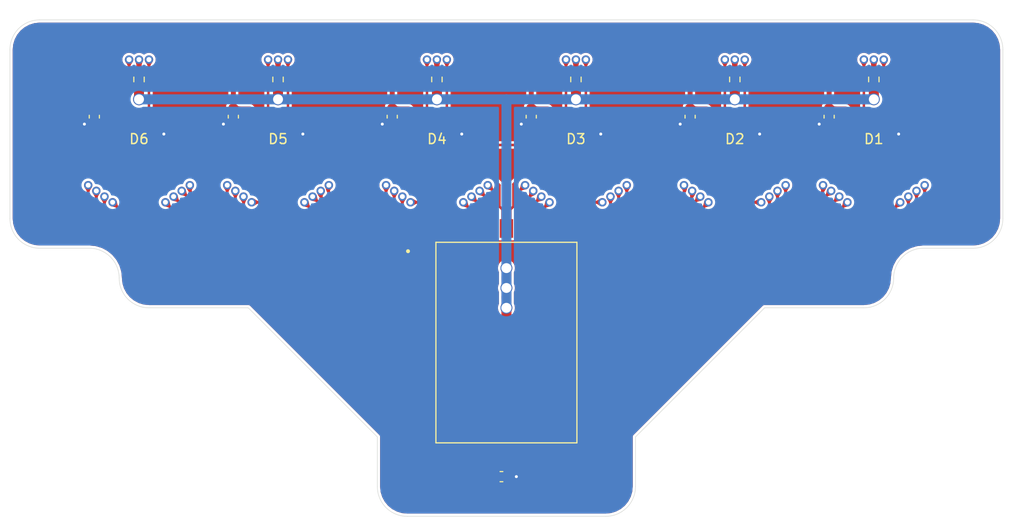
<source format=kicad_pcb>
(kicad_pcb (version 20171130) (host pcbnew 5.1.9)
  (layers (0 F.Cu signal) (31 B.Cu signal) (35 F.Paste user) (37 F.SilkS user) (38 B.Mask user) (39 F.Mask user) (44 Edge.Cuts user))
  (net 0 "")
  (net 1 +5V)
  (net 2 /RGBLED_5V)
  (net 3 /N13)
  (net 4 /N14)
  (net 5 /N10)
  (net 6 /N18)
  (net 7 /N16)
  (net 8 /N17)
  (net 9 /N11)
  (net 10 /N12)
  (net 11 "Net-(N1-Pad1)")
  (net 12 /N19)
  (net 13 /N15)
  (net 14 /N23)
  (net 15 /N24)
  (net 16 /N20)
  (net 17 /N28)
  (net 18 /N26)
  (net 19 /N27)
  (net 20 /N21)
  (net 21 /N22)
  (net 22 "Net-(N2-Pad1)")
  (net 23 /N29)
  (net 24 /N25)
  (net 25 /N33)
  (net 26 /N34)
  (net 27 /N30)
  (net 28 /N38)
  (net 29 /N36)
  (net 30 /N37)
  (net 31 /N31)
  (net 32 /N32)
  (net 33 "Net-(N3-Pad1)")
  (net 34 /N39)
  (net 35 /N35)
  (net 36 /N43)
  (net 37 /N44)
  (net 38 /N40)
  (net 39 /N48)
  (net 40 /N46)
  (net 41 /N47)
  (net 42 /N41)
  (net 43 /N42)
  (net 44 "Net-(N4-Pad1)")
  (net 45 /N49)
  (net 46 /N45)
  (net 47 /N53)
  (net 48 /N54)
  (net 49 /N50)
  (net 50 /N58)
  (net 51 /N56)
  (net 52 /N57)
  (net 53 /N51)
  (net 54 /N52)
  (net 55 "Net-(N5-Pad1)")
  (net 56 /N59)
  (net 57 /N55)
  (net 58 /N63)
  (net 59 /N64)
  (net 60 /N60)
  (net 61 /N68)
  (net 62 /N66)
  (net 63 /N67)
  (net 64 /N61)
  (net 65 /N62)
  (net 66 "Net-(N6-Pad1)")
  (net 67 /N69)
  (net 68 /N65)
  (net 69 VPP)
  (net 70 "Net-(U6-Pad42)")
  (net 71 "Net-(U6-Pad41)")
  (net 72 "Net-(U6-Pad39)")
  (net 73 /HV_LE_5V)
  (net 74 /HV_CLK_5V)
  (net 75 GND)
  (net 76 /HV_DIN_5V)
  (net 77 "Net-(U6-Pad24)")
  (net 78 "Net-(U6-Pad23)")
  (net 79 "Net-(D1-Pad6)")
  (net 80 "Net-(D2-Pad6)")
  (net 81 "Net-(D3-Pad6)")
  (net 82 "Net-(D4-Pad6)")
  (net 83 "Net-(D5-Pad6)")
  (net 84 "Net-(D6-Pad6)")
  (module HGHardware:TC3838 (layer F.Cu) (at 110 83.5)
    (fp_text reference D6 (at 0 0.5) (layer F.SilkS))
    (fp_text value TC3838)
    (pad 1 smd rect (at 1.45 1.1) (size 1.2 0.58) (layers F.Cu F.Paste F.Mask) (net 75 GND))
    (pad 4 smd rect (at -1.45 -1.1) (size 1.2 0.58) (layers F.Cu F.Paste F.Mask) (net 1 +5V))
    (pad 2 smd rect (at 1.45 0) (size 1.2 0.58) (layers F.Cu F.Paste F.Mask))
    (pad 3 smd rect (at 1.45 -1.1) (size 1.2 0.58) (layers F.Cu F.Paste F.Mask) (net 83 "Net-(D5-Pad6)"))
    (pad 5 smd rect (at -1.45 0) (size 1.2 0.58) (layers F.Cu F.Paste F.Mask) (net 1 +5V))
    (pad 6 smd rect (at -1.45 1.1) (size 1.2 0.58) (layers F.Cu F.Paste F.Mask) (net 84 "Net-(D6-Pad6)"))
  )
  (module HGHardware:TC3838 (layer F.Cu) (at 124 83.5)
    (fp_text reference D5 (at 0 0.5) (layer F.SilkS))
    (fp_text value TC3838)
    (pad 1 smd rect (at 1.45 1.1) (size 1.2 0.58) (layers F.Cu F.Paste F.Mask) (net 75 GND))
    (pad 4 smd rect (at -1.45 -1.1) (size 1.2 0.58) (layers F.Cu F.Paste F.Mask) (net 1 +5V))
    (pad 2 smd rect (at 1.45 0) (size 1.2 0.58) (layers F.Cu F.Paste F.Mask))
    (pad 3 smd rect (at 1.45 -1.1) (size 1.2 0.58) (layers F.Cu F.Paste F.Mask) (net 82 "Net-(D4-Pad6)"))
    (pad 5 smd rect (at -1.45 0) (size 1.2 0.58) (layers F.Cu F.Paste F.Mask) (net 1 +5V))
    (pad 6 smd rect (at -1.45 1.1) (size 1.2 0.58) (layers F.Cu F.Paste F.Mask) (net 83 "Net-(D5-Pad6)"))
  )
  (module HGHardware:TC3838 (layer F.Cu) (at 140 83.5)
    (fp_text reference D4 (at 0 0.5) (layer F.SilkS))
    (fp_text value TC3838)
    (pad 1 smd rect (at 1.45 1.1) (size 1.2 0.58) (layers F.Cu F.Paste F.Mask) (net 75 GND))
    (pad 4 smd rect (at -1.45 -1.1) (size 1.2 0.58) (layers F.Cu F.Paste F.Mask) (net 1 +5V))
    (pad 2 smd rect (at 1.45 0) (size 1.2 0.58) (layers F.Cu F.Paste F.Mask))
    (pad 3 smd rect (at 1.45 -1.1) (size 1.2 0.58) (layers F.Cu F.Paste F.Mask) (net 81 "Net-(D3-Pad6)"))
    (pad 5 smd rect (at -1.45 0) (size 1.2 0.58) (layers F.Cu F.Paste F.Mask) (net 1 +5V))
    (pad 6 smd rect (at -1.45 1.1) (size 1.2 0.58) (layers F.Cu F.Paste F.Mask) (net 82 "Net-(D4-Pad6)"))
  )
  (module HGHardware:TC3838 (layer F.Cu) (at 154 83.5)
    (fp_text reference D3 (at 0 0.5) (layer F.SilkS))
    (fp_text value TC3838)
    (pad 1 smd rect (at 1.45 1.1) (size 1.2 0.58) (layers F.Cu F.Paste F.Mask) (net 75 GND))
    (pad 4 smd rect (at -1.45 -1.1) (size 1.2 0.58) (layers F.Cu F.Paste F.Mask) (net 1 +5V))
    (pad 2 smd rect (at 1.45 0) (size 1.2 0.58) (layers F.Cu F.Paste F.Mask))
    (pad 3 smd rect (at 1.45 -1.1) (size 1.2 0.58) (layers F.Cu F.Paste F.Mask) (net 80 "Net-(D2-Pad6)"))
    (pad 5 smd rect (at -1.45 0) (size 1.2 0.58) (layers F.Cu F.Paste F.Mask) (net 1 +5V))
    (pad 6 smd rect (at -1.45 1.1) (size 1.2 0.58) (layers F.Cu F.Paste F.Mask) (net 81 "Net-(D3-Pad6)"))
  )
  (module HGHardware:TC3838 (layer F.Cu) (at 170 83.5)
    (fp_text reference D2 (at 0 0.5) (layer F.SilkS))
    (fp_text value TC3838)
    (pad 1 smd rect (at 1.45 1.1) (size 1.2 0.58) (layers F.Cu F.Paste F.Mask) (net 75 GND))
    (pad 4 smd rect (at -1.45 -1.1) (size 1.2 0.58) (layers F.Cu F.Paste F.Mask) (net 1 +5V))
    (pad 2 smd rect (at 1.45 0) (size 1.2 0.58) (layers F.Cu F.Paste F.Mask))
    (pad 3 smd rect (at 1.45 -1.1) (size 1.2 0.58) (layers F.Cu F.Paste F.Mask) (net 79 "Net-(D1-Pad6)"))
    (pad 5 smd rect (at -1.45 0) (size 1.2 0.58) (layers F.Cu F.Paste F.Mask) (net 1 +5V))
    (pad 6 smd rect (at -1.45 1.1) (size 1.2 0.58) (layers F.Cu F.Paste F.Mask) (net 80 "Net-(D2-Pad6)"))
  )
  (module HGHardware:TC3838 (layer F.Cu) (at 184 83.5)
    (fp_text reference D1 (at 0 0.5) (layer F.SilkS))
    (fp_text value TC3838)
    (pad 1 smd rect (at 1.45 1.1) (size 1.2 0.58) (layers F.Cu F.Paste F.Mask) (net 75 GND))
    (pad 4 smd rect (at -1.45 -1.1) (size 1.2 0.58) (layers F.Cu F.Paste F.Mask) (net 1 +5V))
    (pad 2 smd rect (at 1.45 0) (size 1.2 0.58) (layers F.Cu F.Paste F.Mask))
    (pad 3 smd rect (at 1.45 -1.1) (size 1.2 0.58) (layers F.Cu F.Paste F.Mask) (net 2 /RGBLED_5V))
    (pad 5 smd rect (at -1.45 0) (size 1.2 0.58) (layers F.Cu F.Paste F.Mask) (net 1 +5V))
    (pad 6 smd rect (at -1.45 1.1) (size 1.2 0.58) (layers F.Cu F.Paste F.Mask) (net 79 "Net-(D1-Pad6)"))
  )
  (module Capacitor_SMD:C_0603_1608Metric (layer F.Cu) (at 179.5 81.75 270)
    (fp_text reference C20 hide)
    (fp_text value 100nF×6)
    (pad 1 smd roundrect (at -0.775 0 270) (size 0.9 0.95) (layers F.Cu F.Paste F.Mask) (net 1 +5V))
    (pad 2 smd roundrect (at 0.775 0 270) (size 0.9 0.95) (layers F.Cu F.Paste F.Mask) (net 75 GND))
  )
  (module Resistor_SMD:R_0603_1608Metric (layer F.Cu) (at 184 78 90)
    (fp_text reference R27 hide)
    (fp_text value 33KΩ)
    (pad 1 smd roundrect (at -0.825 0 90) (size 0.8 0.95) (layers F.Cu F.Paste F.Mask) (net 69 VPP))
    (pad 2 smd roundrect (at 0.825 0 90) (size 0.8 0.95) (layers F.Cu F.Paste F.Mask) (net 66 "Net-(N6-Pad1)"))
  )
  (module Resistor_SMD:R_0603_1608Metric (layer F.Cu) (at 154 78 90)
    (fp_text reference R25 hide)
    (fp_text value 33KΩ)
    (pad 1 smd roundrect (at -0.825 0 90) (size 0.8 0.95) (layers F.Cu F.Paste F.Mask) (net 69 VPP))
    (pad 2 smd roundrect (at 0.825 0 90) (size 0.8 0.95) (layers F.Cu F.Paste F.Mask) (net 44 "Net-(N4-Pad1)"))
  )
  (module Capacitor_SMD:C_0603_1608Metric (layer F.Cu) (at 165.5 81.75 270)
    (fp_text reference C19 hide)
    (fp_text value C)
    (pad 1 smd roundrect (at -0.775 0 270) (size 0.9 0.95) (layers F.Cu F.Paste F.Mask) (net 1 +5V))
    (pad 2 smd roundrect (at 0.775 0 270) (size 0.9 0.95) (layers F.Cu F.Paste F.Mask) (net 75 GND))
  )
  (module HGHardware:NixieTubeJack (layer F.Cu) (at 124 83)
    (fp_text reference N2 hide)
    (fp_text value NixieTube)
    (pad 5 thru_hole circle (at -4.298664 6.22362 325) (size 0.85 0.85) (drill 0.5) (layers *.Cu *.Mask) (net 14 /N23))
    (pad 6 thru_hole circle (at -3.479511 6.797195 235) (size 0.85 0.85) (drill 0.5) (layers *.Cu *.Mask) (net 15 /N24))
    (pad 12 thru_hole circle (at 1 -7 270) (size 0.85 0.85) (drill 0.5) (layers *.Cu *.Mask) (net 16 /N20))
    (pad 10 thru_hole circle (at 4.298664 6.22362 230) (size 0.85 0.85) (drill 0.5) (layers *.Cu *.Mask) (net 17 /N28))
    (pad 8 thru_hole circle (at 2.660359 7.370772 140) (size 0.85 0.85) (drill 0.5) (layers *.Cu *.Mask) (net 18 /N26))
    (pad 9 thru_hole circle (at 3.479511 6.797195 140) (size 0.85 0.85) (drill 0.5) (layers *.Cu *.Mask) (net 19 /N27))
    (pad 3 thru_hole circle (at -1 -7 270) (size 0.85 0.85) (drill 0.5) (layers *.Cu *.Mask) (net 20 /N21))
    (pad 4 thru_hole circle (at -5.117814 5.650043 325) (size 0.85 0.85) (drill 0.5) (layers *.Cu *.Mask) (net 21 /N22))
    (pad 1 thru_hole circle (at 0 -6.999999 180) (size 0.85 0.85) (drill 0.5) (layers *.Cu *.Mask) (net 22 "Net-(N2-Pad1)"))
    (pad 11 thru_hole circle (at 5.117814 5.650043 230) (size 0.85 0.85) (drill 0.5) (layers *.Cu *.Mask) (net 23 /N29))
    (pad 7 thru_hole circle (at -2.660359 7.370772 235) (size 0.85 0.85) (drill 0.5) (layers *.Cu *.Mask) (net 24 /N25))
  )
  (module Capacitor_SMD:C_0603_1608Metric (layer F.Cu) (at 146.5 118 180)
    (fp_text reference C21 hide)
    (fp_text value 100nF)
    (pad 1 smd roundrect (at -0.775 0 180) (size 0.9 0.95) (layers F.Cu F.Paste F.Mask) (net 75 GND))
    (pad 2 smd roundrect (at 0.775 0 180) (size 0.9 0.95) (layers F.Cu F.Paste F.Mask) (net 1 +5V))
  )
  (module Capacitor_SMD:C_0603_1608Metric (layer F.Cu) (at 105.5 81.75 270)
    (fp_text reference C16 hide)
    (fp_text value C)
    (pad 1 smd roundrect (at -0.775 0 270) (size 0.9 0.95) (layers F.Cu F.Paste F.Mask) (net 1 +5V))
    (pad 2 smd roundrect (at 0.775 0 270) (size 0.9 0.95) (layers F.Cu F.Paste F.Mask) (net 75 GND))
  )
  (module HGHardware:NixieTubeJack (layer F.Cu) (at 140 83)
    (fp_text reference N3 hide)
    (fp_text value NixieTube)
    (pad 5 thru_hole circle (at -4.298664 6.22362 325) (size 0.85 0.85) (drill 0.5) (layers *.Cu *.Mask) (net 25 /N33))
    (pad 6 thru_hole circle (at -3.479511 6.797195 235) (size 0.85 0.85) (drill 0.5) (layers *.Cu *.Mask) (net 26 /N34))
    (pad 12 thru_hole circle (at 1 -7 270) (size 0.85 0.85) (drill 0.5) (layers *.Cu *.Mask) (net 27 /N30))
    (pad 10 thru_hole circle (at 4.298664 6.22362 230) (size 0.85 0.85) (drill 0.5) (layers *.Cu *.Mask) (net 28 /N38))
    (pad 8 thru_hole circle (at 2.660359 7.370772 140) (size 0.85 0.85) (drill 0.5) (layers *.Cu *.Mask) (net 29 /N36))
    (pad 9 thru_hole circle (at 3.479511 6.797195 140) (size 0.85 0.85) (drill 0.5) (layers *.Cu *.Mask) (net 30 /N37))
    (pad 3 thru_hole circle (at -1 -7 270) (size 0.85 0.85) (drill 0.5) (layers *.Cu *.Mask) (net 31 /N31))
    (pad 4 thru_hole circle (at -5.117814 5.650043 325) (size 0.85 0.85) (drill 0.5) (layers *.Cu *.Mask) (net 32 /N32))
    (pad 1 thru_hole circle (at 0 -6.999999 180) (size 0.85 0.85) (drill 0.5) (layers *.Cu *.Mask) (net 33 "Net-(N3-Pad1)"))
    (pad 11 thru_hole circle (at 5.117814 5.650043 230) (size 0.85 0.85) (drill 0.5) (layers *.Cu *.Mask) (net 34 /N39))
    (pad 7 thru_hole circle (at -2.660359 7.370772 235) (size 0.85 0.85) (drill 0.5) (layers *.Cu *.Mask) (net 35 /N35))
  )
  (module HGHardware:NixieTubeJack (layer F.Cu) (at 154 83)
    (fp_text reference N4 hide)
    (fp_text value NixieTube)
    (pad 5 thru_hole circle (at -4.298664 6.22362 325) (size 0.85 0.85) (drill 0.5) (layers *.Cu *.Mask) (net 36 /N43))
    (pad 6 thru_hole circle (at -3.479511 6.797195 235) (size 0.85 0.85) (drill 0.5) (layers *.Cu *.Mask) (net 37 /N44))
    (pad 12 thru_hole circle (at 1 -7 270) (size 0.85 0.85) (drill 0.5) (layers *.Cu *.Mask) (net 38 /N40))
    (pad 10 thru_hole circle (at 4.298664 6.22362 230) (size 0.85 0.85) (drill 0.5) (layers *.Cu *.Mask) (net 39 /N48))
    (pad 8 thru_hole circle (at 2.660359 7.370772 140) (size 0.85 0.85) (drill 0.5) (layers *.Cu *.Mask) (net 40 /N46))
    (pad 9 thru_hole circle (at 3.479511 6.797195 140) (size 0.85 0.85) (drill 0.5) (layers *.Cu *.Mask) (net 41 /N47))
    (pad 3 thru_hole circle (at -1 -7 270) (size 0.85 0.85) (drill 0.5) (layers *.Cu *.Mask) (net 42 /N41))
    (pad 4 thru_hole circle (at -5.117814 5.650043 325) (size 0.85 0.85) (drill 0.5) (layers *.Cu *.Mask) (net 43 /N42))
    (pad 1 thru_hole circle (at 0 -6.999999 180) (size 0.85 0.85) (drill 0.5) (layers *.Cu *.Mask) (net 44 "Net-(N4-Pad1)"))
    (pad 11 thru_hole circle (at 5.117814 5.650043 230) (size 0.85 0.85) (drill 0.5) (layers *.Cu *.Mask) (net 45 /N49))
    (pad 7 thru_hole circle (at -2.660359 7.370772 235) (size 0.85 0.85) (drill 0.5) (layers *.Cu *.Mask) (net 46 /N45))
  )
  (module Resistor_SMD:R_0603_1608Metric (layer F.Cu) (at 140 78 90)
    (fp_text reference R22 hide)
    (fp_text value 33KΩ)
    (pad 1 smd roundrect (at -0.825 0 90) (size 0.8 0.95) (layers F.Cu F.Paste F.Mask) (net 69 VPP))
    (pad 2 smd roundrect (at 0.825 0 90) (size 0.8 0.95) (layers F.Cu F.Paste F.Mask) (net 33 "Net-(N3-Pad1)"))
  )
  (module HGHardware:NixieTubeJack (layer F.Cu) (at 170 83)
    (fp_text reference N5 hide)
    (fp_text value NixieTube)
    (pad 5 thru_hole circle (at -4.298664 6.22362 325) (size 0.85 0.85) (drill 0.5) (layers *.Cu *.Mask) (net 47 /N53))
    (pad 6 thru_hole circle (at -3.479511 6.797195 235) (size 0.85 0.85) (drill 0.5) (layers *.Cu *.Mask) (net 48 /N54))
    (pad 12 thru_hole circle (at 1 -7 270) (size 0.85 0.85) (drill 0.5) (layers *.Cu *.Mask) (net 49 /N50))
    (pad 10 thru_hole circle (at 4.298664 6.22362 230) (size 0.85 0.85) (drill 0.5) (layers *.Cu *.Mask) (net 50 /N58))
    (pad 8 thru_hole circle (at 2.660359 7.370772 140) (size 0.85 0.85) (drill 0.5) (layers *.Cu *.Mask) (net 51 /N56))
    (pad 9 thru_hole circle (at 3.479511 6.797195 140) (size 0.85 0.85) (drill 0.5) (layers *.Cu *.Mask) (net 52 /N57))
    (pad 3 thru_hole circle (at -1 -7 270) (size 0.85 0.85) (drill 0.5) (layers *.Cu *.Mask) (net 53 /N51))
    (pad 4 thru_hole circle (at -5.117814 5.650043 325) (size 0.85 0.85) (drill 0.5) (layers *.Cu *.Mask) (net 54 /N52))
    (pad 1 thru_hole circle (at 0 -6.999999 180) (size 0.85 0.85) (drill 0.5) (layers *.Cu *.Mask) (net 55 "Net-(N5-Pad1)"))
    (pad 11 thru_hole circle (at 5.117814 5.650043 230) (size 0.85 0.85) (drill 0.5) (layers *.Cu *.Mask) (net 56 /N59))
    (pad 7 thru_hole circle (at -2.660359 7.370772 235) (size 0.85 0.85) (drill 0.5) (layers *.Cu *.Mask) (net 57 /N55))
  )
  (module Resistor_SMD:R_0603_1608Metric (layer F.Cu) (at 124 78 90)
    (fp_text reference R14 hide)
    (fp_text value 33KΩ)
    (pad 1 smd roundrect (at -0.825 0 90) (size 0.8 0.95) (layers F.Cu F.Paste F.Mask) (net 69 VPP))
    (pad 2 smd roundrect (at 0.825 0 90) (size 0.8 0.95) (layers F.Cu F.Paste F.Mask) (net 22 "Net-(N2-Pad1)"))
  )
  (module Resistor_SMD:R_0603_1608Metric (layer F.Cu) (at 170 78 90)
    (fp_text reference R26 hide)
    (fp_text value 33KΩ)
    (pad 1 smd roundrect (at -0.825 0 90) (size 0.8 0.95) (layers F.Cu F.Paste F.Mask) (net 69 VPP))
    (pad 2 smd roundrect (at 0.825 0 90) (size 0.8 0.95) (layers F.Cu F.Paste F.Mask) (net 55 "Net-(N5-Pad1)"))
  )
  (module Capacitor_SMD:C_0603_1608Metric (layer F.Cu) (at 149.5 81.75 270)
    (fp_text reference C18 hide)
    (fp_text value C)
    (pad 1 smd roundrect (at -0.775 0 270) (size 0.9 0.95) (layers F.Cu F.Paste F.Mask) (net 1 +5V))
    (pad 2 smd roundrect (at 0.775 0 270) (size 0.9 0.95) (layers F.Cu F.Paste F.Mask) (net 75 GND))
  )
  (module HGHardware:NixieTubeJack (layer F.Cu) (at 184 83)
    (fp_text reference N6 hide)
    (fp_text value NixieTube×6)
    (pad 5 thru_hole circle (at -4.298664 6.22362 325) (size 0.85 0.85) (drill 0.5) (layers *.Cu *.Mask) (net 58 /N63))
    (pad 6 thru_hole circle (at -3.479511 6.797195 235) (size 0.85 0.85) (drill 0.5) (layers *.Cu *.Mask) (net 59 /N64))
    (pad 12 thru_hole circle (at 1 -7 270) (size 0.85 0.85) (drill 0.5) (layers *.Cu *.Mask) (net 60 /N60))
    (pad 10 thru_hole circle (at 4.298664 6.22362 230) (size 0.85 0.85) (drill 0.5) (layers *.Cu *.Mask) (net 61 /N68))
    (pad 8 thru_hole circle (at 2.660359 7.370772 140) (size 0.85 0.85) (drill 0.5) (layers *.Cu *.Mask) (net 62 /N66))
    (pad 9 thru_hole circle (at 3.479511 6.797195 140) (size 0.85 0.85) (drill 0.5) (layers *.Cu *.Mask) (net 63 /N67))
    (pad 3 thru_hole circle (at -1 -7 270) (size 0.85 0.85) (drill 0.5) (layers *.Cu *.Mask) (net 64 /N61))
    (pad 4 thru_hole circle (at -5.117814 5.650043 325) (size 0.85 0.85) (drill 0.5) (layers *.Cu *.Mask) (net 65 /N62))
    (pad 1 thru_hole circle (at 0 -6.999999 180) (size 0.85 0.85) (drill 0.5) (layers *.Cu *.Mask) (net 66 "Net-(N6-Pad1)"))
    (pad 11 thru_hole circle (at 5.117814 5.650043 230) (size 0.85 0.85) (drill 0.5) (layers *.Cu *.Mask) (net 67 /N69))
    (pad 7 thru_hole circle (at -2.660359 7.370772 235) (size 0.85 0.85) (drill 0.5) (layers *.Cu *.Mask) (net 68 /N65))
  )
  (module Capacitor_SMD:C_0603_1608Metric (layer F.Cu) (at 119.5 81.75 270)
    (fp_text reference C15 hide)
    (fp_text value C)
    (pad 1 smd roundrect (at -0.775 0 270) (size 0.9 0.95) (layers F.Cu F.Paste F.Mask) (net 1 +5V))
    (pad 2 smd roundrect (at 0.775 0 270) (size 0.9 0.95) (layers F.Cu F.Paste F.Mask) (net 75 GND))
  )
  (module HGHardware:NixieTubeJack (layer F.Cu) (at 110 83)
    (fp_text reference N1 hide)
    (fp_text value NixieTube)
    (pad 5 thru_hole circle (at -4.298664 6.22362 325) (size 0.85 0.85) (drill 0.5) (layers *.Cu *.Mask) (net 3 /N13))
    (pad 6 thru_hole circle (at -3.479511 6.797195 235) (size 0.85 0.85) (drill 0.5) (layers *.Cu *.Mask) (net 4 /N14))
    (pad 12 thru_hole circle (at 1 -7 270) (size 0.85 0.85) (drill 0.5) (layers *.Cu *.Mask) (net 5 /N10))
    (pad 10 thru_hole circle (at 4.298664 6.22362 230) (size 0.85 0.85) (drill 0.5) (layers *.Cu *.Mask) (net 6 /N18))
    (pad 8 thru_hole circle (at 2.660359 7.370772 140) (size 0.85 0.85) (drill 0.5) (layers *.Cu *.Mask) (net 7 /N16))
    (pad 9 thru_hole circle (at 3.479511 6.797195 140) (size 0.85 0.85) (drill 0.5) (layers *.Cu *.Mask) (net 8 /N17))
    (pad 3 thru_hole circle (at -1 -7 270) (size 0.85 0.85) (drill 0.5) (layers *.Cu *.Mask) (net 9 /N11))
    (pad 4 thru_hole circle (at -5.117814 5.650043 325) (size 0.85 0.85) (drill 0.5) (layers *.Cu *.Mask) (net 10 /N12))
    (pad 1 thru_hole circle (at 0 -6.999999 180) (size 0.85 0.85) (drill 0.5) (layers *.Cu *.Mask) (net 11 "Net-(N1-Pad1)"))
    (pad 11 thru_hole circle (at 5.117814 5.650043 230) (size 0.85 0.85) (drill 0.5) (layers *.Cu *.Mask) (net 12 /N19))
    (pad 7 thru_hole circle (at -2.660359 7.370772 235) (size 0.85 0.85) (drill 0.5) (layers *.Cu *.Mask) (net 13 /N15))
  )
  (module Capacitor_SMD:C_0603_1608Metric (layer F.Cu) (at 135.5 81.75 270)
    (fp_text reference C17 hide)
    (fp_text value C)
    (pad 1 smd roundrect (at -0.775 0 270) (size 0.9 0.95) (layers F.Cu F.Paste F.Mask) (net 1 +5V))
    (pad 2 smd roundrect (at 0.775 0 270) (size 0.9 0.95) (layers F.Cu F.Paste F.Mask) (net 75 GND))
  )
  (module HGHardware:QFP80P2390X1790X340-80N (layer F.Cu) (at 147 104.5)
    (fp_text reference U6 hide)
    (fp_text value HV507PG-G hide)
    (pad 80 smd rect (at -6 -11.49 180) (size 0.55 1.88) (layers F.Cu F.Paste F.Mask) (net 25 /N33))
    (pad 79 smd rect (at -5.2 -11.49 180) (size 0.55 1.88) (layers F.Cu F.Paste F.Mask) (net 26 /N34))
    (pad 78 smd rect (at -4.4 -11.49 180) (size 0.55 1.88) (layers F.Cu F.Paste F.Mask) (net 35 /N35))
    (pad 77 smd rect (at -3.6 -11.49 180) (size 0.55 1.88) (layers F.Cu F.Paste F.Mask) (net 29 /N36))
    (pad 76 smd rect (at -2.8 -11.49 180) (size 0.55 1.88) (layers F.Cu F.Paste F.Mask) (net 30 /N37))
    (pad 75 smd rect (at -2 -11.49 180) (size 0.55 1.88) (layers F.Cu F.Paste F.Mask) (net 28 /N38))
    (pad 74 smd rect (at -1.2 -11.49 180) (size 0.55 1.88) (layers F.Cu F.Paste F.Mask) (net 34 /N39))
    (pad 73 smd rect (at -0.4 -11.49 180) (size 0.55 1.88) (layers F.Cu F.Paste F.Mask) (net 27 /N30))
    (pad 72 smd rect (at 0.4 -11.49 180) (size 0.55 1.88) (layers F.Cu F.Paste F.Mask) (net 42 /N41))
    (pad 71 smd rect (at 1.2 -11.49 180) (size 0.55 1.88) (layers F.Cu F.Paste F.Mask) (net 43 /N42))
    (pad 70 smd rect (at 2 -11.49 180) (size 0.55 1.88) (layers F.Cu F.Paste F.Mask) (net 36 /N43))
    (pad 69 smd rect (at 2.8 -11.49 180) (size 0.55 1.88) (layers F.Cu F.Paste F.Mask) (net 37 /N44))
    (pad 68 smd rect (at 3.6 -11.49 180) (size 0.55 1.88) (layers F.Cu F.Paste F.Mask) (net 46 /N45))
    (pad 67 smd rect (at 4.4 -11.49 180) (size 0.55 1.88) (layers F.Cu F.Paste F.Mask) (net 40 /N46))
    (pad 66 smd rect (at 5.2 -11.49 180) (size 0.55 1.88) (layers F.Cu F.Paste F.Mask) (net 41 /N47))
    (pad 65 smd rect (at 6 -11.49 180) (size 0.55 1.88) (layers F.Cu F.Paste F.Mask) (net 39 /N48))
    (pad 64 smd rect (at 8.49 -9.2 90) (size 0.55 1.88) (layers F.Cu F.Paste F.Mask) (net 45 /N49))
    (pad 63 smd rect (at 8.49 -8.4 90) (size 0.55 1.88) (layers F.Cu F.Paste F.Mask) (net 38 /N40))
    (pad 62 smd rect (at 8.49 -7.6 90) (size 0.55 1.88) (layers F.Cu F.Paste F.Mask) (net 53 /N51))
    (pad 61 smd rect (at 8.49 -6.8 90) (size 0.55 1.88) (layers F.Cu F.Paste F.Mask) (net 54 /N52))
    (pad 60 smd rect (at 8.49 -6 90) (size 0.55 1.88) (layers F.Cu F.Paste F.Mask) (net 47 /N53))
    (pad 59 smd rect (at 8.49 -5.2 90) (size 0.55 1.88) (layers F.Cu F.Paste F.Mask) (net 48 /N54))
    (pad 58 smd rect (at 8.49 -4.4 90) (size 0.55 1.88) (layers F.Cu F.Paste F.Mask) (net 57 /N55))
    (pad 57 smd rect (at 8.49 -3.6 90) (size 0.55 1.88) (layers F.Cu F.Paste F.Mask) (net 51 /N56))
    (pad 56 smd rect (at 8.49 -2.8 90) (size 0.55 1.88) (layers F.Cu F.Paste F.Mask) (net 52 /N57))
    (pad 55 smd rect (at 8.49 -2 90) (size 0.55 1.88) (layers F.Cu F.Paste F.Mask) (net 50 /N58))
    (pad 54 smd rect (at 8.49 -1.2 90) (size 0.55 1.88) (layers F.Cu F.Paste F.Mask) (net 56 /N59))
    (pad 53 smd rect (at 8.49 -0.4 90) (size 0.55 1.88) (layers F.Cu F.Paste F.Mask) (net 49 /N50))
    (pad 52 smd rect (at 8.49 0.4 90) (size 0.55 1.88) (layers F.Cu F.Paste F.Mask) (net 64 /N61))
    (pad 51 smd rect (at 8.49 1.2 90) (size 0.55 1.88) (layers F.Cu F.Paste F.Mask) (net 65 /N62))
    (pad 50 smd rect (at 8.49 2 90) (size 0.55 1.88) (layers F.Cu F.Paste F.Mask) (net 58 /N63))
    (pad 49 smd rect (at 8.49 2.8 90) (size 0.55 1.88) (layers F.Cu F.Paste F.Mask) (net 59 /N64))
    (pad 48 smd rect (at 8.49 3.6 90) (size 0.55 1.88) (layers F.Cu F.Paste F.Mask) (net 68 /N65))
    (pad 47 smd rect (at 8.49 4.4 90) (size 0.55 1.88) (layers F.Cu F.Paste F.Mask) (net 62 /N66))
    (pad 46 smd rect (at 8.49 5.2 90) (size 0.55 1.88) (layers F.Cu F.Paste F.Mask) (net 63 /N67))
    (pad 45 smd rect (at 8.49 6 90) (size 0.55 1.88) (layers F.Cu F.Paste F.Mask) (net 61 /N68))
    (pad 44 smd rect (at 8.49 6.8 90) (size 0.55 1.88) (layers F.Cu F.Paste F.Mask) (net 67 /N69))
    (pad 43 smd rect (at 8.49 7.6 90) (size 0.55 1.88) (layers F.Cu F.Paste F.Mask) (net 60 /N60))
    (pad 42 smd rect (at 8.49 8.4 90) (size 0.55 1.88) (layers F.Cu F.Paste F.Mask) (net 70 "Net-(U6-Pad42)"))
    (pad 41 smd rect (at 8.49 9.2 90) (size 0.55 1.88) (layers F.Cu F.Paste F.Mask) (net 71 "Net-(U6-Pad41)"))
    (pad 40 smd rect (at 6 11.49) (size 0.55 1.88) (layers F.Cu F.Paste F.Mask) (net 69 VPP))
    (pad 39 smd rect (at 5.2 11.49) (size 0.55 1.88) (layers F.Cu F.Paste F.Mask) (net 72 "Net-(U6-Pad39)"))
    (pad 38 smd rect (at 4.4 11.49) (size 0.55 1.88) (layers F.Cu F.Paste F.Mask) (net 73 /HV_LE_5V))
    (pad 37 smd rect (at 3.6 11.49) (size 0.55 1.88) (layers F.Cu F.Paste F.Mask) (net 74 /HV_CLK_5V))
    (pad 36 smd rect (at 2.8 11.49) (size 0.55 1.88) (layers F.Cu F.Paste F.Mask))
    (pad 35 smd rect (at 2 11.49) (size 0.55 1.88) (layers F.Cu F.Paste F.Mask))
    (pad 34 smd rect (at 1.2 11.49) (size 0.55 1.88) (layers F.Cu F.Paste F.Mask) (net 75 GND))
    (pad 33 smd rect (at 0.4 11.49) (size 0.55 1.88) (layers F.Cu F.Paste F.Mask) (net 75 GND))
    (pad 32 smd rect (at -0.4 11.49) (size 0.55 1.88) (layers F.Cu F.Paste F.Mask) (net 75 GND))
    (pad 31 smd rect (at -1.2 11.49) (size 0.55 1.88) (layers F.Cu F.Paste F.Mask) (net 1 +5V))
    (pad 30 smd rect (at -2 11.49) (size 0.55 1.88) (layers F.Cu F.Paste F.Mask) (net 75 GND))
    (pad 29 smd rect (at -2.8 11.49) (size 0.55 1.88) (layers F.Cu F.Paste F.Mask) (net 1 +5V))
    (pad 28 smd rect (at -3.6 11.49) (size 0.55 1.88) (layers F.Cu F.Paste F.Mask))
    (pad 27 smd rect (at -4.4 11.49) (size 0.55 1.88) (layers F.Cu F.Paste F.Mask))
    (pad 26 smd rect (at -5.2 11.49) (size 0.55 1.88) (layers F.Cu F.Paste F.Mask) (net 76 /HV_DIN_5V))
    (pad 25 smd rect (at -6 11.49) (size 0.55 1.88) (layers F.Cu F.Paste F.Mask) (net 69 VPP))
    (pad 24 smd rect (at -8.49 9.2 270) (size 0.55 1.88) (layers F.Cu F.Paste F.Mask) (net 77 "Net-(U6-Pad24)"))
    (pad 23 smd rect (at -8.49 8.4 270) (size 0.55 1.88) (layers F.Cu F.Paste F.Mask) (net 78 "Net-(U6-Pad23)"))
    (pad 22 smd rect (at -8.49 7.6 270) (size 0.55 1.88) (layers F.Cu F.Paste F.Mask) (net 9 /N11))
    (pad 21 smd rect (at -8.49 6.8 270) (size 0.55 1.88) (layers F.Cu F.Paste F.Mask) (net 10 /N12))
    (pad 20 smd rect (at -8.49 6 270) (size 0.55 1.88) (layers F.Cu F.Paste F.Mask) (net 3 /N13))
    (pad 19 smd rect (at -8.49 5.2 270) (size 0.55 1.88) (layers F.Cu F.Paste F.Mask) (net 4 /N14))
    (pad 18 smd rect (at -8.49 4.4 270) (size 0.55 1.88) (layers F.Cu F.Paste F.Mask) (net 13 /N15))
    (pad 17 smd rect (at -8.49 3.6 270) (size 0.55 1.88) (layers F.Cu F.Paste F.Mask) (net 7 /N16))
    (pad 16 smd rect (at -8.49 2.8 270) (size 0.55 1.88) (layers F.Cu F.Paste F.Mask) (net 8 /N17))
    (pad 15 smd rect (at -8.49 2 270) (size 0.55 1.88) (layers F.Cu F.Paste F.Mask) (net 6 /N18))
    (pad 14 smd rect (at -8.49 1.2 270) (size 0.55 1.88) (layers F.Cu F.Paste F.Mask) (net 12 /N19))
    (pad 13 smd rect (at -8.49 0.4 270) (size 0.55 1.88) (layers F.Cu F.Paste F.Mask) (net 5 /N10))
    (pad 12 smd rect (at -8.49 -0.4 270) (size 0.55 1.88) (layers F.Cu F.Paste F.Mask) (net 20 /N21))
    (pad 11 smd rect (at -8.49 -1.2 270) (size 0.55 1.88) (layers F.Cu F.Paste F.Mask) (net 21 /N22))
    (pad 10 smd rect (at -8.49 -2 270) (size 0.55 1.88) (layers F.Cu F.Paste F.Mask) (net 14 /N23))
    (pad 9 smd rect (at -8.49 -2.8 270) (size 0.55 1.88) (layers F.Cu F.Paste F.Mask) (net 15 /N24))
    (pad 8 smd rect (at -8.49 -3.6 270) (size 0.55 1.88) (layers F.Cu F.Paste F.Mask) (net 24 /N25))
    (pad 7 smd rect (at -8.49 -4.4 270) (size 0.55 1.88) (layers F.Cu F.Paste F.Mask) (net 18 /N26))
    (pad 6 smd rect (at -8.49 -5.2 270) (size 0.55 1.88) (layers F.Cu F.Paste F.Mask) (net 19 /N27))
    (pad 5 smd rect (at -8.49 -6 270) (size 0.55 1.88) (layers F.Cu F.Paste F.Mask) (net 17 /N28))
    (pad 4 smd rect (at -8.49 -6.8 270) (size 0.55 1.88) (layers F.Cu F.Paste F.Mask) (net 23 /N29))
    (pad 3 smd rect (at -8.49 -7.6 270) (size 0.55 1.88) (layers F.Cu F.Paste F.Mask) (net 16 /N20))
    (pad 2 smd rect (at -8.49 -8.4 270) (size 0.55 1.88) (layers F.Cu F.Paste F.Mask) (net 31 /N31))
    (pad 1 smd rect (at -8.49 -9.2 270) (size 0.55 1.88) (layers F.Cu F.Paste F.Mask) (net 32 /N32))
  )
  (module Resistor_SMD:R_0603_1608Metric (layer F.Cu) (at 110 78 90)
    (fp_text reference R9 hide)
    (fp_text value 33KΩ)
    (pad 1 smd roundrect (at -0.825 0 90) (size 0.8 0.95) (layers F.Cu F.Paste F.Mask) (net 69 VPP))
    (pad 2 smd roundrect (at 0.825 0 90) (size 0.8 0.95) (layers F.Cu F.Paste F.Mask) (net 11 "Net-(N1-Pad1)"))
  )
  (gr_line (start 100 72) (end 194 72) (layer Edge.Cuts) (width 0.05))
  (gr_arc (start 100 75) (end 100 72) (angle -90) (layer Edge.Cuts) (width 0.05))
  (gr_arc (start 194 75) (end 197 75) (angle -90) (layer Edge.Cuts) (width 0.05))
  (gr_line (start 137 122) (end 157 122) (layer Edge.Cuts) (width 0.05))
  (gr_line (start 197 75) (end 197 92) (layer Edge.Cuts) (width 0.05))
  (gr_line (start 97 92) (end 97 75) (layer Edge.Cuts) (width 0.05))
  (gr_arc (start 100 92) (end 97 92) (angle -90) (layer Edge.Cuts) (width 0.05))
  (gr_line (start 100 95) (end 105 95) (layer Edge.Cuts) (width 0.05))
  (gr_line (start 111 101) (end 121 101) (layer Edge.Cuts) (width 0.05))
  (gr_line (start 134 114) (end 134 119) (layer Edge.Cuts) (width 0.05))
  (gr_arc (start 137 119) (end 134 119) (angle -90) (layer Edge.Cuts) (width 0.05))
  (gr_arc (start 111 98) (end 108 98) (angle -90) (layer Edge.Cuts) (width 0.05))
  (gr_arc (start 105 98) (end 108 98) (angle -90) (layer Edge.Cuts) (width 0.05))
  (gr_line (start 121 101) (end 134 114) (layer Edge.Cuts) (width 0.05))
  (gr_line (start 194 95) (end 189 95) (layer Edge.Cuts) (width 0.05))
  (gr_line (start 160 119) (end 160 114) (layer Edge.Cuts) (width 0.05))
  (gr_arc (start 157 119) (end 157 122) (angle -90) (layer Edge.Cuts) (width 0.05))
  (gr_arc (start 189 98) (end 189 95) (angle -90) (layer Edge.Cuts) (width 0.05))
  (gr_arc (start 183 98) (end 183 101) (angle -90) (layer Edge.Cuts) (width 0.05))
  (gr_arc (start 194 92) (end 194 95) (angle -90) (layer Edge.Cuts) (width 0.05))
  (gr_line (start 160 114) (end 173 101) (layer Edge.Cuts) (width 0.05))
  (gr_line (start 173 101) (end 183 101) (layer Edge.Cuts) (width 0.05))
  (segment (start 105.5 80.975) (end 105.5 75.5) (width 0.5) (layer F.Cu) (net 1))
  (segment (start 105.5 75.5) (end 107 74) (width 0.5) (layer F.Cu) (net 1))
  (segment (start 179.5 75.5) (end 179.5 80.975) (width 0.5) (layer F.Cu) (net 1))
  (segment (start 178 74) (end 179.5 75.5) (width 0.5) (layer F.Cu) (net 1))
  (segment (start 165.5 74.5) (end 165 74) (width 0.5) (layer F.Cu) (net 1))
  (segment (start 165.5 80.975) (end 165.5 74.5) (width 0.5) (layer F.Cu) (net 1))
  (segment (start 107.125 80.975) (end 107.55 81.4) (width 0.5) (layer F.Cu) (net 1))
  (segment (start 105.5 80.975) (end 107.125 80.975) (width 0.5) (layer F.Cu) (net 1))
  (segment (start 145.8 117.925) (end 145.725 118) (width 0.25) (layer F.Cu) (net 1))
  (segment (start 145.8 115.99) (end 145.8 117.925) (width 0.25) (layer F.Cu) (net 1))
  (segment (start 145.119998 118) (end 145.725 118) (width 0.25) (layer F.Cu) (net 1))
  (segment (start 144.2 117.080002) (end 145.119998 118) (width 0.25) (layer F.Cu) (net 1))
  (segment (start 144.2 115.99) (end 144.2 117.080002) (width 0.25) (layer F.Cu) (net 1))
  (segment (start 145.725 118) (end 145.725 118.225) (width 0.5) (layer F.Cu) (net 1))
  (segment (start 165 74) (end 178 74) (width 0.5) (layer F.Cu) (net 1))
  (segment (start 165.5 74.5) (end 166 74) (width 0.5) (layer F.Cu) (net 1))
  (segment (start 149.5 74.5) (end 150 74) (width 0.5) (layer F.Cu) (net 1))
  (segment (start 149.5 80.975) (end 149.5 74.5) (width 0.5) (layer F.Cu) (net 1))
  (segment (start 150 74) (end 165 74) (width 0.5) (layer F.Cu) (net 1))
  (segment (start 149.5 74.5) (end 149 74) (width 0.5) (layer F.Cu) (net 1))
  (segment (start 149 74) (end 150 74) (width 0.5) (layer F.Cu) (net 1))
  (segment (start 135.5 74.5) (end 135 74) (width 0.5) (layer F.Cu) (net 1))
  (segment (start 135.5 80.975) (end 135.5 74.5) (width 0.5) (layer F.Cu) (net 1))
  (segment (start 135.5 74.5) (end 136 74) (width 0.5) (layer F.Cu) (net 1))
  (segment (start 136 74) (end 149 74) (width 0.5) (layer F.Cu) (net 1))
  (segment (start 135 74) (end 136 74) (width 0.5) (layer F.Cu) (net 1))
  (segment (start 119.5 80.975) (end 119.5 74.5) (width 0.5) (layer F.Cu) (net 1))
  (segment (start 119.5 74.5) (end 119 74) (width 0.5) (layer F.Cu) (net 1))
  (segment (start 107 74) (end 119 74) (width 0.5) (layer F.Cu) (net 1))
  (segment (start 119.5 74.5) (end 120 74) (width 0.5) (layer F.Cu) (net 1))
  (segment (start 120 74) (end 135 74) (width 0.5) (layer F.Cu) (net 1))
  (segment (start 119 74) (end 120 74) (width 0.5) (layer F.Cu) (net 1))
  (segment (start 107.55 81.4) (end 108.55 82.4) (width 0.5) (layer F.Cu) (net 1))
  (segment (start 108.55 82.4) (end 108.55 83.5) (width 0.5) (layer F.Cu) (net 1))
  (segment (start 121.125 80.975) (end 119.5 80.975) (width 0.5) (layer F.Cu) (net 1))
  (segment (start 122.55 82.4) (end 121.125 80.975) (width 0.5) (layer F.Cu) (net 1))
  (segment (start 122.55 83.5) (end 122.55 82.4) (width 0.5) (layer F.Cu) (net 1))
  (segment (start 137.125 80.975) (end 135.5 80.975) (width 0.5) (layer F.Cu) (net 1))
  (segment (start 138.55 82.4) (end 137.125 80.975) (width 0.5) (layer F.Cu) (net 1))
  (segment (start 138.55 83.5) (end 138.55 82.4) (width 0.5) (layer F.Cu) (net 1))
  (segment (start 151.125 80.975) (end 149.5 80.975) (width 0.5) (layer F.Cu) (net 1))
  (segment (start 152.55 82.4) (end 151.125 80.975) (width 0.5) (layer F.Cu) (net 1))
  (segment (start 152.55 83.5) (end 152.55 82.4) (width 0.5) (layer F.Cu) (net 1))
  (segment (start 167.125 80.975) (end 165.5 80.975) (width 0.5) (layer F.Cu) (net 1))
  (segment (start 168.55 82.4) (end 167.125 80.975) (width 0.5) (layer F.Cu) (net 1))
  (segment (start 168.55 83.5) (end 168.55 82.4) (width 0.5) (layer F.Cu) (net 1))
  (segment (start 181.125 80.975) (end 179.5 80.975) (width 0.5) (layer F.Cu) (net 1))
  (segment (start 182.55 82.4) (end 181.125 80.975) (width 0.5) (layer F.Cu) (net 1))
  (segment (start 182.55 83.5) (end 182.55 82.4) (width 0.5) (layer F.Cu) (net 1))
  (segment (start 136.72168 110.5) (end 138.51 110.5) (width 0.25) (layer F.Cu) (net 3))
  (segment (start 105.701336 89.22362) (end 105.701336 90.623589) (width 0.25) (layer F.Cu) (net 3))
  (segment (start 123.72177 97.50009) (end 136.72168 110.5) (width 0.25) (layer F.Cu) (net 3))
  (segment (start 112.577837 97.50009) (end 123.72177 97.50009) (width 0.25) (layer F.Cu) (net 3))
  (segment (start 105.701336 90.623589) (end 112.577837 97.50009) (width 0.25) (layer F.Cu) (net 3))
  (segment (start 123.92888 97.00008) (end 136.6288 109.7) (width 0.25) (layer F.Cu) (net 4))
  (segment (start 106.520489 89.797195) (end 106.520489 90.735622) (width 0.25) (layer F.Cu) (net 4))
  (segment (start 106.520489 90.735622) (end 112.784947 97.00008) (width 0.25) (layer F.Cu) (net 4))
  (segment (start 136.6288 109.7) (end 138.51 109.7) (width 0.25) (layer F.Cu) (net 4))
  (segment (start 112.784947 97.00008) (end 123.92888 97.00008) (width 0.25) (layer F.Cu) (net 4))
  (segment (start 115.25 87) (end 112.5 87) (width 0.25) (layer F.Cu) (net 5))
  (segment (start 117.582175 89.332175) (end 115.25 87) (width 0.25) (layer F.Cu) (net 5))
  (segment (start 117.582175 90.660661) (end 117.582175 89.332175) (width 0.25) (layer F.Cu) (net 5))
  (segment (start 120.921534 94.00002) (end 117.582175 90.660661) (width 0.25) (layer F.Cu) (net 5))
  (segment (start 111 81.25) (end 111 76) (width 0.25) (layer F.Cu) (net 5))
  (segment (start 110.25 82) (end 111 81.25) (width 0.25) (layer F.Cu) (net 5))
  (segment (start 125.17154 94.00002) (end 120.921534 94.00002) (width 0.25) (layer F.Cu) (net 5))
  (segment (start 110.25 84.75) (end 110.25 82) (width 0.25) (layer F.Cu) (net 5))
  (segment (start 112.5 87) (end 110.25 84.75) (width 0.25) (layer F.Cu) (net 5))
  (segment (start 136.07152 104.9) (end 125.17154 94.00002) (width 0.25) (layer F.Cu) (net 5))
  (segment (start 138.51 104.9) (end 136.07152 104.9) (width 0.25) (layer F.Cu) (net 5))
  (segment (start 136.25728 106.5) (end 138.51 106.5) (width 0.25) (layer F.Cu) (net 6))
  (segment (start 114.298664 89.22362) (end 120.075084 95.00004) (width 0.25) (layer F.Cu) (net 6))
  (segment (start 124.75732 95.00004) (end 136.25728 106.5) (width 0.25) (layer F.Cu) (net 6))
  (segment (start 120.075084 95.00004) (end 124.75732 95.00004) (width 0.25) (layer F.Cu) (net 6))
  (segment (start 118.289647 96.00006) (end 124.3431 96.00006) (width 0.25) (layer F.Cu) (net 7))
  (segment (start 136.44304 108.1) (end 138.51 108.1) (width 0.25) (layer F.Cu) (net 7))
  (segment (start 112.660359 90.370772) (end 118.289647 96.00006) (width 0.25) (layer F.Cu) (net 7))
  (segment (start 124.3431 96.00006) (end 136.44304 108.1) (width 0.25) (layer F.Cu) (net 7))
  (segment (start 136.35016 107.3) (end 138.51 107.3) (width 0.25) (layer F.Cu) (net 8))
  (segment (start 113.479511 89.797195) (end 119.182366 95.50005) (width 0.25) (layer F.Cu) (net 8))
  (segment (start 124.55021 95.50005) (end 136.35016 107.3) (width 0.25) (layer F.Cu) (net 8))
  (segment (start 119.182366 95.50005) (end 124.55021 95.50005) (width 0.25) (layer F.Cu) (net 8))
  (segment (start 109 81.25) (end 109 76) (width 0.25) (layer F.Cu) (net 9))
  (segment (start 107.5 87) (end 109.75 84.75) (width 0.25) (layer F.Cu) (net 9))
  (segment (start 109.75 84.75) (end 109.75 82) (width 0.25) (layer F.Cu) (net 9))
  (segment (start 105.348226 87) (end 107.5 87) (width 0.25) (layer F.Cu) (net 9))
  (segment (start 112.163617 98.50011) (end 104 90.336493) (width 0.25) (layer F.Cu) (net 9))
  (segment (start 104 88.348226) (end 105.348226 87) (width 0.25) (layer F.Cu) (net 9))
  (segment (start 123.30755 98.50011) (end 112.163617 98.50011) (width 0.25) (layer F.Cu) (net 9))
  (segment (start 109.75 82) (end 109 81.25) (width 0.25) (layer F.Cu) (net 9))
  (segment (start 136.90744 112.1) (end 123.30755 98.50011) (width 0.25) (layer F.Cu) (net 9))
  (segment (start 104 90.336493) (end 104 88.348226) (width 0.25) (layer F.Cu) (net 9))
  (segment (start 138.51 112.1) (end 136.90744 112.1) (width 0.25) (layer F.Cu) (net 9))
  (segment (start 136.81456 111.3) (end 138.51 111.3) (width 0.25) (layer F.Cu) (net 10))
  (segment (start 104.882186 88.650043) (end 104.882186 90.511559) (width 0.25) (layer F.Cu) (net 10))
  (segment (start 104.882186 90.511559) (end 112.370727 98.0001) (width 0.25) (layer F.Cu) (net 10))
  (segment (start 112.370727 98.0001) (end 123.51466 98.0001) (width 0.25) (layer F.Cu) (net 10))
  (segment (start 123.51466 98.0001) (end 136.81456 111.3) (width 0.25) (layer F.Cu) (net 10))
  (segment (start 110 76.000001) (end 110 77.175) (width 0.5) (layer F.Cu) (net 11))
  (segment (start 120.366731 94.5) (end 120.433366 94.5) (width 0.25) (layer F.Cu) (net 12))
  (segment (start 115.117814 88.650043) (end 115.117814 89.251083) (width 0.25) (layer F.Cu) (net 12))
  (segment (start 115.117814 89.251083) (end 120.366731 94.5) (width 0.25) (layer F.Cu) (net 12))
  (segment (start 136.1644 105.7) (end 138.51 105.7) (width 0.25) (layer F.Cu) (net 12))
  (segment (start 120.433396 94.50003) (end 124.96443 94.50003) (width 0.25) (layer F.Cu) (net 12))
  (segment (start 120.433366 94.5) (end 120.433396 94.50003) (width 0.25) (layer F.Cu) (net 12))
  (segment (start 124.96443 94.50003) (end 136.1644 105.7) (width 0.25) (layer F.Cu) (net 12))
  (segment (start 136.53592 108.9) (end 138.51 108.9) (width 0.25) (layer F.Cu) (net 13))
  (segment (start 107.339641 90.370772) (end 113.468939 96.50007) (width 0.25) (layer F.Cu) (net 13))
  (segment (start 124.13599 96.50007) (end 136.53592 108.9) (width 0.25) (layer F.Cu) (net 13))
  (segment (start 113.468939 96.50007) (end 124.13599 96.50007) (width 0.25) (layer F.Cu) (net 13))
  (segment (start 135.79288 102.5) (end 138.51 102.5) (width 0.25) (layer F.Cu) (net 14))
  (segment (start 121.021439 91.978561) (end 121.056308 91.978561) (width 0.25) (layer F.Cu) (net 14))
  (segment (start 121.577747 92.5) (end 125.79288 92.5) (width 0.25) (layer F.Cu) (net 14))
  (segment (start 121.056308 91.978561) (end 121.577747 92.5) (width 0.25) (layer F.Cu) (net 14))
  (segment (start 119.701336 90.658458) (end 121.021439 91.978561) (width 0.25) (layer F.Cu) (net 14))
  (segment (start 119.701336 89.22362) (end 119.701336 90.658458) (width 0.25) (layer F.Cu) (net 14))
  (segment (start 125.79288 92.5) (end 135.79288 102.5) (width 0.25) (layer F.Cu) (net 14))
  (segment (start 120.520489 89.797195) (end 120.729216 89.797195) (width 0.25) (layer F.Cu) (net 15))
  (segment (start 121.784867 92) (end 126 92) (width 0.25) (layer F.Cu) (net 15))
  (segment (start 120.53964 89.986771) (end 120.53964 90.754773) (width 0.25) (layer F.Cu) (net 15))
  (segment (start 120.729216 89.797195) (end 120.53964 89.986771) (width 0.25) (layer F.Cu) (net 15))
  (segment (start 126 92) (end 135.7 101.7) (width 0.25) (layer F.Cu) (net 15))
  (segment (start 120.53964 90.754773) (end 121.784867 92) (width 0.25) (layer F.Cu) (net 15))
  (segment (start 135.7 101.7) (end 138.51 101.7) (width 0.25) (layer F.Cu) (net 15))
  (segment (start 124.25 82) (end 125 81.25) (width 0.25) (layer F.Cu) (net 16))
  (segment (start 125 81.25) (end 125 76) (width 0.25) (layer F.Cu) (net 16))
  (segment (start 124.25 84.75) (end 124.25 82) (width 0.25) (layer F.Cu) (net 16))
  (segment (start 126.5 87) (end 124.25 84.75) (width 0.25) (layer F.Cu) (net 16))
  (segment (start 130.25 87) (end 126.5 87) (width 0.25) (layer F.Cu) (net 16))
  (segment (start 133.582175 90.332175) (end 130.25 87) (width 0.25) (layer F.Cu) (net 16))
  (segment (start 133.582175 93.069295) (end 133.582175 90.332175) (width 0.25) (layer F.Cu) (net 16))
  (segment (start 137.41288 96.9) (end 133.582175 93.069295) (width 0.25) (layer F.Cu) (net 16))
  (segment (start 138.51 96.9) (end 137.41288 96.9) (width 0.25) (layer F.Cu) (net 16))
  (segment (start 128.298664 89.22362) (end 128.298664 89.82466) (width 0.25) (layer F.Cu) (net 17))
  (segment (start 128.298664 89.82466) (end 136.974004 98.5) (width 0.25) (layer F.Cu) (net 17))
  (segment (start 136.974004 98.5) (end 138.51 98.5) (width 0.25) (layer F.Cu) (net 17))
  (segment (start 126.660359 90.370772) (end 136.389587 100.1) (width 0.25) (layer F.Cu) (net 18))
  (segment (start 136.389587 100.1) (end 138.51 100.1) (width 0.25) (layer F.Cu) (net 18))
  (segment (start 127.479511 89.797195) (end 136.982316 99.3) (width 0.25) (layer F.Cu) (net 19))
  (segment (start 136.982316 99.3) (end 138.51 99.3) (width 0.25) (layer F.Cu) (net 19))
  (segment (start 123 81.25) (end 123 76) (width 0.25) (layer F.Cu) (net 20))
  (segment (start 123.75 82) (end 123 81.25) (width 0.25) (layer F.Cu) (net 20))
  (segment (start 123.75 84.75) (end 123.75 82) (width 0.25) (layer F.Cu) (net 20))
  (segment (start 121.5 87) (end 123.75 84.75) (width 0.25) (layer F.Cu) (net 20))
  (segment (start 119.348227 87) (end 121.5 87) (width 0.25) (layer F.Cu) (net 20))
  (segment (start 118.082185 90.453551) (end 118.082185 88.266042) (width 0.25) (layer F.Cu) (net 20))
  (segment (start 118.082185 88.266042) (end 119.348227 87) (width 0.25) (layer F.Cu) (net 20))
  (segment (start 125.37865 93.50001) (end 121.128644 93.50001) (width 0.25) (layer F.Cu) (net 20))
  (segment (start 121.128644 93.50001) (end 118.082185 90.453551) (width 0.25) (layer F.Cu) (net 20))
  (segment (start 135.97864 104.1) (end 125.37865 93.50001) (width 0.25) (layer F.Cu) (net 20))
  (segment (start 138.51 104.1) (end 135.97864 104.1) (width 0.25) (layer F.Cu) (net 20))
  (segment (start 120.814329 92.478571) (end 120.849198 92.478571) (width 0.25) (layer F.Cu) (net 21))
  (segment (start 121.370627 93) (end 125.58576 93) (width 0.25) (layer F.Cu) (net 21))
  (segment (start 120.849198 92.478571) (end 121.370627 93) (width 0.25) (layer F.Cu) (net 21))
  (segment (start 135.88576 103.3) (end 138.51 103.3) (width 0.25) (layer F.Cu) (net 21))
  (segment (start 125.58576 93) (end 135.88576 103.3) (width 0.25) (layer F.Cu) (net 21))
  (segment (start 118.882186 88.650043) (end 118.882186 90.54643) (width 0.25) (layer F.Cu) (net 21))
  (segment (start 118.882186 90.54643) (end 120.814329 92.478571) (width 0.25) (layer F.Cu) (net 21))
  (segment (start 124 76.000001) (end 124 77.175) (width 0.5) (layer F.Cu) (net 22))
  (segment (start 129.117814 88.650043) (end 129.117814 89.397816) (width 0.25) (layer F.Cu) (net 23))
  (segment (start 129.117814 89.397816) (end 137.419998 97.7) (width 0.25) (layer F.Cu) (net 23))
  (segment (start 137.419998 97.7) (end 138.51 97.7) (width 0.25) (layer F.Cu) (net 23))
  (segment (start 135.9 100.9) (end 138.51 100.9) (width 0.25) (layer F.Cu) (net 24))
  (segment (start 125.370772 90.370772) (end 135.9 100.9) (width 0.25) (layer F.Cu) (net 24))
  (segment (start 121.339641 90.370772) (end 125.370772 90.370772) (width 0.25) (layer F.Cu) (net 24))
  (segment (start 135.701336 90.623589) (end 135.701336 89.22362) (width 0.25) (layer F.Cu) (net 25))
  (segment (start 141 93.01) (end 138.087747 93.01) (width 0.25) (layer F.Cu) (net 25))
  (segment (start 138.087747 93.01) (end 135.701336 90.623589) (width 0.25) (layer F.Cu) (net 25))
  (segment (start 136.520489 90.735622) (end 136.520489 89.797195) (width 0.25) (layer F.Cu) (net 26))
  (segment (start 141.8 91.919998) (end 141.130002 91.25) (width 0.25) (layer F.Cu) (net 26))
  (segment (start 141.130002 91.25) (end 137.034867 91.25) (width 0.25) (layer F.Cu) (net 26))
  (segment (start 141.8 93.01) (end 141.8 91.919998) (width 0.25) (layer F.Cu) (net 26))
  (segment (start 137.034867 91.25) (end 136.520489 90.735622) (width 0.25) (layer F.Cu) (net 26))
  (segment (start 140.25 82) (end 141 81.25) (width 0.25) (layer F.Cu) (net 27))
  (segment (start 141 81.25) (end 141 76) (width 0.25) (layer F.Cu) (net 27))
  (segment (start 142.5 87) (end 140.25 84.75) (width 0.25) (layer F.Cu) (net 27))
  (segment (start 144.651773 87) (end 142.5 87) (width 0.25) (layer F.Cu) (net 27))
  (segment (start 146.30001 90.80001) (end 146.30001 88.648237) (width 0.25) (layer F.Cu) (net 27))
  (segment (start 146.6 91.1) (end 146.30001 90.80001) (width 0.25) (layer F.Cu) (net 27))
  (segment (start 140.25 84.75) (end 140.25 82) (width 0.25) (layer F.Cu) (net 27))
  (segment (start 146.30001 88.648237) (end 144.651773 87) (width 0.25) (layer F.Cu) (net 27))
  (segment (start 146.6 93.01) (end 146.6 91.1) (width 0.25) (layer F.Cu) (net 27))
  (segment (start 145 89.924956) (end 144.298664 89.22362) (width 0.25) (layer F.Cu) (net 28))
  (segment (start 145 93.01) (end 145 89.924956) (width 0.25) (layer F.Cu) (net 28))
  (segment (start 143.4 91.110413) (end 142.660359 90.370772) (width 0.25) (layer F.Cu) (net 29))
  (segment (start 143.4 93.01) (end 143.4 91.110413) (width 0.25) (layer F.Cu) (net 29))
  (segment (start 144.2 90.517684) (end 143.479511 89.797195) (width 0.25) (layer F.Cu) (net 30))
  (segment (start 144.2 93.01) (end 144.2 90.517684) (width 0.25) (layer F.Cu) (net 30))
  (segment (start 139.75 82) (end 139 81.25) (width 0.25) (layer F.Cu) (net 31))
  (segment (start 139 81.25) (end 139 76) (width 0.25) (layer F.Cu) (net 31))
  (segment (start 139.75 84.75) (end 139.75 82) (width 0.25) (layer F.Cu) (net 31))
  (segment (start 137.5 87) (end 139.75 84.75) (width 0.25) (layer F.Cu) (net 31))
  (segment (start 135.25 87) (end 137.5 87) (width 0.25) (layer F.Cu) (net 31))
  (segment (start 134.082185 92.862185) (end 134.082185 88.167815) (width 0.25) (layer F.Cu) (net 31))
  (segment (start 134.082185 88.167815) (end 135.25 87) (width 0.25) (layer F.Cu) (net 31))
  (segment (start 137.32 96.1) (end 134.082185 92.862185) (width 0.25) (layer F.Cu) (net 31))
  (segment (start 138.51 96.1) (end 137.32 96.1) (width 0.25) (layer F.Cu) (net 31))
  (segment (start 134.882186 92.882186) (end 134.882186 88.650043) (width 0.25) (layer F.Cu) (net 32))
  (segment (start 137.3 95.3) (end 134.882186 92.882186) (width 0.25) (layer F.Cu) (net 32))
  (segment (start 138.51 95.3) (end 137.3 95.3) (width 0.25) (layer F.Cu) (net 32))
  (segment (start 140 76.000001) (end 140 77.175) (width 0.5) (layer F.Cu) (net 33))
  (segment (start 145.8 89.332229) (end 145.117814 88.650043) (width 0.25) (layer F.Cu) (net 34))
  (segment (start 145.8 93.01) (end 145.8 89.332229) (width 0.25) (layer F.Cu) (net 34))
  (segment (start 141.050774 90.370772) (end 137.339641 90.370772) (width 0.25) (layer F.Cu) (net 35))
  (segment (start 142.6 93.01) (end 142.6 91.919998) (width 0.25) (layer F.Cu) (net 35))
  (segment (start 142.6 91.919998) (end 141.050774 90.370772) (width 0.25) (layer F.Cu) (net 35))
  (segment (start 149 90.133682) (end 149.701336 89.432346) (width 0.25) (layer F.Cu) (net 36))
  (segment (start 149.701336 89.432346) (end 149.701336 89.22362) (width 0.25) (layer F.Cu) (net 36))
  (segment (start 149 93.01) (end 149 90.133682) (width 0.25) (layer F.Cu) (net 36))
  (segment (start 149.8 90.517684) (end 150.520489 89.797195) (width 0.25) (layer F.Cu) (net 37))
  (segment (start 149.8 93.01) (end 149.8 90.517684) (width 0.25) (layer F.Cu) (net 37))
  (segment (start 155 81.25) (end 155 76) (width 0.25) (layer F.Cu) (net 38))
  (segment (start 154.25 82) (end 155 81.25) (width 0.25) (layer F.Cu) (net 38))
  (segment (start 154.25 84.75) (end 154.25 82) (width 0.25) (layer F.Cu) (net 38))
  (segment (start 156.5 87) (end 154.25 84.75) (width 0.25) (layer F.Cu) (net 38))
  (segment (start 158.651773 87) (end 156.5 87) (width 0.25) (layer F.Cu) (net 38))
  (segment (start 159.917815 88.266042) (end 158.651773 87) (width 0.25) (layer F.Cu) (net 38))
  (segment (start 159.917815 92.789307) (end 159.917815 88.266042) (width 0.25) (layer F.Cu) (net 38))
  (segment (start 156.607122 96.1) (end 159.917815 92.789307) (width 0.25) (layer F.Cu) (net 38))
  (segment (start 155.49 96.1) (end 156.607122 96.1) (width 0.25) (layer F.Cu) (net 38))
  (segment (start 155.912253 93.01) (end 158.298664 90.623589) (width 0.25) (layer F.Cu) (net 39))
  (segment (start 153 93.01) (end 155.912253 93.01) (width 0.25) (layer F.Cu) (net 39))
  (segment (start 158.298664 90.623589) (end 158.298664 89.22362) (width 0.25) (layer F.Cu) (net 39))
  (segment (start 151.4 91.82) (end 152.849228 90.370772) (width 0.25) (layer F.Cu) (net 40))
  (segment (start 151.4 93.01) (end 151.4 91.82) (width 0.25) (layer F.Cu) (net 40))
  (segment (start 152.849228 90.370772) (end 156.660359 90.370772) (width 0.25) (layer F.Cu) (net 40))
  (segment (start 157.479511 90.735622) (end 157.479511 89.797195) (width 0.25) (layer F.Cu) (net 41))
  (segment (start 152.949225 91.170773) (end 157.04436 91.170773) (width 0.25) (layer F.Cu) (net 41))
  (segment (start 152.2 93.01) (end 152.2 91.919998) (width 0.25) (layer F.Cu) (net 41))
  (segment (start 157.04436 91.170773) (end 157.479511 90.735622) (width 0.25) (layer F.Cu) (net 41))
  (segment (start 152.2 91.919998) (end 152.949225 91.170773) (width 0.25) (layer F.Cu) (net 41))
  (segment (start 147.69999 90.80001) (end 147.4 91.1) (width 0.25) (layer F.Cu) (net 42))
  (segment (start 147.69999 88.55001) (end 147.69999 90.80001) (width 0.25) (layer F.Cu) (net 42))
  (segment (start 149.25 87) (end 147.69999 88.55001) (width 0.25) (layer F.Cu) (net 42))
  (segment (start 147.4 91.1) (end 147.4 93.01) (width 0.25) (layer F.Cu) (net 42))
  (segment (start 151.5 87) (end 149.25 87) (width 0.25) (layer F.Cu) (net 42))
  (segment (start 153.75 82) (end 153.75 84.75) (width 0.25) (layer F.Cu) (net 42))
  (segment (start 153 81.25) (end 153.75 82) (width 0.25) (layer F.Cu) (net 42))
  (segment (start 153.75 84.75) (end 151.5 87) (width 0.25) (layer F.Cu) (net 42))
  (segment (start 153 76) (end 153 81.25) (width 0.25) (layer F.Cu) (net 42))
  (segment (start 148.2 89.332229) (end 148.882186 88.650043) (width 0.25) (layer F.Cu) (net 43))
  (segment (start 148.2 93.01) (end 148.2 89.332229) (width 0.25) (layer F.Cu) (net 43))
  (segment (start 154 76.000001) (end 154 77) (width 0.5) (layer F.Cu) (net 44))
  (segment (start 154 77) (end 154 77.175) (width 0.5) (layer F.Cu) (net 44))
  (segment (start 156.7 95.3) (end 159.117814 92.882186) (width 0.25) (layer F.Cu) (net 45))
  (segment (start 155.49 95.3) (end 156.7 95.3) (width 0.25) (layer F.Cu) (net 45))
  (segment (start 159.117814 92.882186) (end 159.117814 88.650043) (width 0.25) (layer F.Cu) (net 45))
  (segment (start 150.6 91.110413) (end 150.6 93.01) (width 0.25) (layer F.Cu) (net 46))
  (segment (start 151.339641 90.370772) (end 150.6 91.110413) (width 0.25) (layer F.Cu) (net 46))
  (segment (start 157.025996 98.5) (end 155.49 98.5) (width 0.25) (layer F.Cu) (net 47))
  (segment (start 165.701336 89.22362) (end 165.701336 89.82466) (width 0.25) (layer F.Cu) (net 47))
  (segment (start 165.701336 89.82466) (end 157.025996 98.5) (width 0.25) (layer F.Cu) (net 47))
  (segment (start 166.520489 89.797195) (end 157.017684 99.3) (width 0.25) (layer F.Cu) (net 48))
  (segment (start 157.017684 99.3) (end 155.49 99.3) (width 0.25) (layer F.Cu) (net 48))
  (segment (start 168.345883 93.482597) (end 157.72848 104.1) (width 0.25) (layer F.Cu) (net 49))
  (segment (start 172.853897 93.482597) (end 168.345883 93.482597) (width 0.25) (layer F.Cu) (net 49))
  (segment (start 175.917815 90.418678) (end 172.853897 93.482597) (width 0.25) (layer F.Cu) (net 49))
  (segment (start 175.917815 88.266042) (end 175.917815 90.418678) (width 0.25) (layer F.Cu) (net 49))
  (segment (start 172.5 87) (end 174.651773 87) (width 0.25) (layer F.Cu) (net 49))
  (segment (start 174.651773 87) (end 175.917815 88.266042) (width 0.25) (layer F.Cu) (net 49))
  (segment (start 170.25 84.75) (end 172.5 87) (width 0.25) (layer F.Cu) (net 49))
  (segment (start 170.25 82) (end 170.25 84.75) (width 0.25) (layer F.Cu) (net 49))
  (segment (start 171 81.25) (end 170.25 82) (width 0.25) (layer F.Cu) (net 49))
  (segment (start 157.72848 104.1) (end 155.49 104.1) (width 0.25) (layer F.Cu) (net 49))
  (segment (start 171 76) (end 171 81.25) (width 0.25) (layer F.Cu) (net 49))
  (segment (start 167.931663 92.482577) (end 157.91424 102.5) (width 0.25) (layer F.Cu) (net 50))
  (segment (start 174.298664 90.623589) (end 172.439677 92.482577) (width 0.25) (layer F.Cu) (net 50))
  (segment (start 174.298664 89.22362) (end 174.298664 90.623589) (width 0.25) (layer F.Cu) (net 50))
  (segment (start 157.91424 102.5) (end 155.49 102.5) (width 0.25) (layer F.Cu) (net 50))
  (segment (start 172.439677 92.482577) (end 167.931663 92.482577) (width 0.25) (layer F.Cu) (net 50))
  (segment (start 158.1 100.9) (end 155.49 100.9) (width 0.25) (layer F.Cu) (net 51))
  (segment (start 172.660359 90.370772) (end 168.629228 90.370772) (width 0.25) (layer F.Cu) (net 51))
  (segment (start 168.629228 90.370772) (end 158.1 100.9) (width 0.25) (layer F.Cu) (net 51))
  (segment (start 172.232567 91.982567) (end 167.724553 91.982567) (width 0.25) (layer F.Cu) (net 52))
  (segment (start 167.724553 91.982567) (end 158.00712 101.7) (width 0.25) (layer F.Cu) (net 52))
  (segment (start 173.479511 90.735622) (end 172.232567 91.982567) (width 0.25) (layer F.Cu) (net 52))
  (segment (start 158.00712 101.7) (end 155.49 101.7) (width 0.25) (layer F.Cu) (net 52))
  (segment (start 173.479511 89.797195) (end 173.479511 90.735622) (width 0.25) (layer F.Cu) (net 52))
  (segment (start 156.514244 96.9) (end 155.49 96.9) (width 0.25) (layer F.Cu) (net 53))
  (segment (start 160.417826 92.996418) (end 156.514244 96.9) (width 0.25) (layer F.Cu) (net 53))
  (segment (start 160.417826 91.930401) (end 160.417826 92.996418) (width 0.25) (layer F.Cu) (net 53))
  (segment (start 167.5 87) (end 165.348227 87) (width 0.25) (layer F.Cu) (net 53))
  (segment (start 165.348227 87) (end 160.417826 91.930401) (width 0.25) (layer F.Cu) (net 53))
  (segment (start 169.75 84.75) (end 167.5 87) (width 0.25) (layer F.Cu) (net 53))
  (segment (start 169.75 82) (end 169.75 84.75) (width 0.25) (layer F.Cu) (net 53))
  (segment (start 169 81.25) (end 169.75 82) (width 0.25) (layer F.Cu) (net 53))
  (segment (start 169 76) (end 169 81.25) (width 0.25) (layer F.Cu) (net 53))
  (segment (start 164.882186 88.650043) (end 164.882186 89.397816) (width 0.25) (layer F.Cu) (net 54))
  (segment (start 156.580002 97.7) (end 155.49 97.7) (width 0.25) (layer F.Cu) (net 54))
  (segment (start 164.882186 89.397816) (end 156.580002 97.7) (width 0.25) (layer F.Cu) (net 54))
  (segment (start 170 76.000001) (end 170 77.175) (width 0.5) (layer F.Cu) (net 55))
  (segment (start 172.646787 92.982587) (end 168.138773 92.982587) (width 0.25) (layer F.Cu) (net 56))
  (segment (start 157.82136 103.3) (end 155.49 103.3) (width 0.25) (layer F.Cu) (net 56))
  (segment (start 175.117814 90.511559) (end 172.646787 92.982587) (width 0.25) (layer F.Cu) (net 56))
  (segment (start 168.138773 92.982587) (end 157.82136 103.3) (width 0.25) (layer F.Cu) (net 56))
  (segment (start 175.117814 88.650043) (end 175.117814 90.511559) (width 0.25) (layer F.Cu) (net 56))
  (segment (start 157.610413 100.1) (end 155.49 100.1) (width 0.25) (layer F.Cu) (net 57))
  (segment (start 167.339641 90.370772) (end 157.610413 100.1) (width 0.25) (layer F.Cu) (net 57))
  (segment (start 179.701336 89.22362) (end 173.924946 95.00001) (width 0.25) (layer F.Cu) (net 58))
  (segment (start 168.94983 95.00001) (end 157.44984 106.5) (width 0.25) (layer F.Cu) (net 58))
  (segment (start 173.924946 95.00001) (end 168.94983 95.00001) (width 0.25) (layer F.Cu) (net 58))
  (segment (start 157.44984 106.5) (end 155.49 106.5) (width 0.25) (layer F.Cu) (net 58))
  (segment (start 157.35696 107.3) (end 155.49 107.3) (width 0.25) (layer F.Cu) (net 59))
  (segment (start 180.520489 89.797195) (end 174.817664 95.50002) (width 0.25) (layer F.Cu) (net 59))
  (segment (start 169.15694 95.50002) (end 157.35696 107.3) (width 0.25) (layer F.Cu) (net 59))
  (segment (start 174.817664 95.50002) (end 169.15694 95.50002) (width 0.25) (layer F.Cu) (net 59))
  (segment (start 170.3996 98.50008) (end 156.79968 112.1) (width 0.25) (layer F.Cu) (net 60))
  (segment (start 156.79968 112.1) (end 155.49 112.1) (width 0.25) (layer F.Cu) (net 60))
  (segment (start 181.836413 98.50008) (end 170.3996 98.50008) (width 0.25) (layer F.Cu) (net 60))
  (segment (start 190 90.336493) (end 181.836413 98.50008) (width 0.25) (layer F.Cu) (net 60))
  (segment (start 188.651774 87) (end 190 88.348226) (width 0.25) (layer F.Cu) (net 60))
  (segment (start 184.25 84.75) (end 186.5 87) (width 0.25) (layer F.Cu) (net 60))
  (segment (start 190 88.348226) (end 190 90.336493) (width 0.25) (layer F.Cu) (net 60))
  (segment (start 186.5 87) (end 188.651774 87) (width 0.25) (layer F.Cu) (net 60))
  (segment (start 184.25 81.75) (end 184.25 84.75) (width 0.25) (layer F.Cu) (net 60))
  (segment (start 185 81) (end 184.25 81.75) (width 0.25) (layer F.Cu) (net 60))
  (segment (start 185 76) (end 185 81) (width 0.25) (layer F.Cu) (net 60))
  (segment (start 169.98538 97.50006) (end 156.98544 110.5) (width 0.25) (layer F.Cu) (net 61))
  (segment (start 188.298664 90.623589) (end 181.422193 97.50006) (width 0.25) (layer F.Cu) (net 61))
  (segment (start 181.422193 97.50006) (end 169.98538 97.50006) (width 0.25) (layer F.Cu) (net 61))
  (segment (start 188.298664 89.22362) (end 188.298664 90.623589) (width 0.25) (layer F.Cu) (net 61))
  (segment (start 156.98544 110.5) (end 155.49 110.5) (width 0.25) (layer F.Cu) (net 61))
  (segment (start 186.660359 90.370772) (end 180.531091 96.50004) (width 0.25) (layer F.Cu) (net 62))
  (segment (start 157.1712 108.9) (end 155.49 108.9) (width 0.25) (layer F.Cu) (net 62))
  (segment (start 180.531091 96.50004) (end 169.57116 96.50004) (width 0.25) (layer F.Cu) (net 62))
  (segment (start 169.57116 96.50004) (end 157.1712 108.9) (width 0.25) (layer F.Cu) (net 62))
  (segment (start 157.07832 109.7) (end 155.49 109.7) (width 0.25) (layer F.Cu) (net 63))
  (segment (start 181.215083 97.00005) (end 169.77827 97.00005) (width 0.25) (layer F.Cu) (net 63))
  (segment (start 187.479511 89.797195) (end 187.479511 90.735622) (width 0.25) (layer F.Cu) (net 63))
  (segment (start 187.479511 90.735622) (end 181.215083 97.00005) (width 0.25) (layer F.Cu) (net 63))
  (segment (start 169.77827 97.00005) (end 157.07832 109.7) (width 0.25) (layer F.Cu) (net 63))
  (segment (start 157.6356 104.9) (end 155.49 104.9) (width 0.25) (layer F.Cu) (net 64))
  (segment (start 176.417825 88.332175) (end 176.417825 90.625789) (width 0.25) (layer F.Cu) (net 64))
  (segment (start 177.75 87) (end 176.417825 88.332175) (width 0.25) (layer F.Cu) (net 64))
  (segment (start 181.5 87) (end 177.75 87) (width 0.25) (layer F.Cu) (net 64))
  (segment (start 168.552993 93.982607) (end 157.6356 104.9) (width 0.25) (layer F.Cu) (net 64))
  (segment (start 176.417825 90.625789) (end 173.061007 93.982607) (width 0.25) (layer F.Cu) (net 64))
  (segment (start 183.75 84.75) (end 181.5 87) (width 0.25) (layer F.Cu) (net 64))
  (segment (start 173.061007 93.982607) (end 168.552993 93.982607) (width 0.25) (layer F.Cu) (net 64))
  (segment (start 183 81) (end 183.75 81.75) (width 0.25) (layer F.Cu) (net 64))
  (segment (start 183.75 81.75) (end 183.75 84.75) (width 0.25) (layer F.Cu) (net 64))
  (segment (start 183 76) (end 183 81) (width 0.25) (layer F.Cu) (net 64))
  (segment (start 173.633268 94.5) (end 168.74272 94.5) (width 0.25) (layer F.Cu) (net 65))
  (segment (start 178.882186 88.650043) (end 178.882186 89.251083) (width 0.25) (layer F.Cu) (net 65))
  (segment (start 178.882186 89.251083) (end 173.633268 94.5) (width 0.25) (layer F.Cu) (net 65))
  (segment (start 168.74272 94.5) (end 157.54272 105.7) (width 0.25) (layer F.Cu) (net 65))
  (segment (start 157.54272 105.7) (end 155.49 105.7) (width 0.25) (layer F.Cu) (net 65))
  (segment (start 184 76.000001) (end 184 77.175) (width 0.5) (layer F.Cu) (net 66))
  (segment (start 189.117814 88.650043) (end 189.117814 90.511559) (width 0.25) (layer F.Cu) (net 67))
  (segment (start 189.117814 90.511559) (end 181.629303 98.00007) (width 0.25) (layer F.Cu) (net 67))
  (segment (start 181.629303 98.00007) (end 170.19249 98.00007) (width 0.25) (layer F.Cu) (net 67))
  (segment (start 156.89256 111.3) (end 155.49 111.3) (width 0.25) (layer F.Cu) (net 67))
  (segment (start 170.19249 98.00007) (end 156.89256 111.3) (width 0.25) (layer F.Cu) (net 67))
  (segment (start 157.26408 108.1) (end 155.49 108.1) (width 0.25) (layer F.Cu) (net 68))
  (segment (start 181.339641 90.370772) (end 175.710383 96.00003) (width 0.25) (layer F.Cu) (net 68))
  (segment (start 169.36405 96.00003) (end 157.26408 108.1) (width 0.25) (layer F.Cu) (net 68))
  (segment (start 175.710383 96.00003) (end 169.36405 96.00003) (width 0.25) (layer F.Cu) (net 68))
  (segment (start 142.890998 113) (end 147 113) (width 0.5) (layer F.Cu) (net 69))
  (segment (start 141 114.890998) (end 142.890998 113) (width 0.5) (layer F.Cu) (net 69))
  (segment (start 141 115.99) (end 141 114.890998) (width 0.5) (layer F.Cu) (net 69))
  (segment (start 151.109002 113) (end 147 113) (width 0.5) (layer F.Cu) (net 69))
  (segment (start 153 114.890998) (end 151.109002 113) (width 0.5) (layer F.Cu) (net 69))
  (segment (start 153 115.99) (end 153 114.890998) (width 0.5) (layer F.Cu) (net 69))
  (via (at 147 97) (size 1.2) (drill 1) (layers F.Cu B.Cu) (net 69))
  (segment (start 147 99) (end 147 99) (width 1) (layer B.Cu) (net 69))
  (via (at 147 99) (size 1.2) (drill 1) (layers F.Cu B.Cu) (net 69))
  (via (at 147 101) (size 1.2) (drill 1) (layers F.Cu B.Cu) (net 69))
  (segment (start 147 101) (end 147 97) (width 1) (layer F.Cu) (net 69))
  (segment (start 147 113) (end 147 101) (width 1) (layer F.Cu) (net 69))
  (via (at 110 80) (size 1.2) (drill 1) (layers F.Cu B.Cu) (net 69))
  (segment (start 110 78.825) (end 110 80) (width 1) (layer F.Cu) (net 69))
  (segment (start 147 99) (end 147 80) (width 1) (layer B.Cu) (net 69))
  (via (at 124 80) (size 1.2) (drill 1) (layers F.Cu B.Cu) (net 69))
  (segment (start 124 78.825) (end 124 80) (width 1) (layer F.Cu) (net 69))
  (segment (start 110 80) (end 124 80) (width 1) (layer B.Cu) (net 69))
  (via (at 140 80) (size 1.2) (drill 1) (layers F.Cu B.Cu) (net 69))
  (segment (start 140 78.825) (end 140 80) (width 1) (layer F.Cu) (net 69))
  (segment (start 140 80) (end 147 80) (width 1) (layer B.Cu) (net 69))
  (segment (start 124 80) (end 140 80) (width 1) (layer B.Cu) (net 69))
  (via (at 154 80) (size 1.2) (drill 1) (layers F.Cu B.Cu) (net 69))
  (segment (start 154 78.825) (end 154 80) (width 1) (layer F.Cu) (net 69))
  (segment (start 147 80) (end 154 80) (width 1) (layer B.Cu) (net 69))
  (via (at 170 80) (size 1.2) (drill 1) (layers F.Cu B.Cu) (net 69))
  (segment (start 170 78.825) (end 170 80) (width 1) (layer F.Cu) (net 69))
  (segment (start 170 80) (end 184 80) (width 1) (layer B.Cu) (net 69))
  (segment (start 154 80) (end 170 80) (width 1) (layer B.Cu) (net 69))
  (via (at 184 80) (size 1.2) (drill 1) (layers F.Cu B.Cu) (net 69))
  (segment (start 184 78.825) (end 184 80) (width 1) (layer F.Cu) (net 69))
  (segment (start 147 99) (end 147 101) (width 1) (layer B.Cu) (net 69))
  (segment (start 146.6 117.325) (end 147.275 118) (width 0.25) (layer F.Cu) (net 75))
  (segment (start 146.6 115.99) (end 146.6 117.325) (width 0.25) (layer F.Cu) (net 75))
  (segment (start 147.4 117.875) (end 147.275 118) (width 0.25) (layer F.Cu) (net 75))
  (segment (start 147.4 115.99) (end 147.4 117.875) (width 0.25) (layer F.Cu) (net 75))
  (segment (start 148.2 117.075) (end 147.275 118) (width 0.25) (layer F.Cu) (net 75))
  (segment (start 148.2 115.99) (end 148.2 117.075) (width 0.25) (layer F.Cu) (net 75))
  (segment (start 146.6 114.899998) (end 146.6 115.99) (width 0.25) (layer F.Cu) (net 75))
  (segment (start 146.375001 114.674999) (end 146.6 114.899998) (width 0.25) (layer F.Cu) (net 75))
  (segment (start 145.125001 114.674999) (end 146.375001 114.674999) (width 0.25) (layer F.Cu) (net 75))
  (segment (start 145 114.8) (end 145.125001 114.674999) (width 0.25) (layer F.Cu) (net 75))
  (segment (start 145 115.99) (end 145 114.8) (width 0.25) (layer F.Cu) (net 75))
  (via (at 148 118) (size 0.6) (drill 0.3) (layers F.Cu B.Cu) (net 75))
  (segment (start 147.275 118) (end 148 118) (width 0.5) (layer F.Cu) (net 75))
  (via (at 104.5 82.5) (size 0.6) (drill 0.3) (layers F.Cu B.Cu) (net 75))
  (segment (start 104.525 82.525) (end 104.5 82.5) (width 0.5) (layer F.Cu) (net 75))
  (segment (start 105.5 82.525) (end 104.525 82.525) (width 0.5) (layer F.Cu) (net 75))
  (via (at 112.5 83.5) (size 0.6) (drill 0.3) (layers F.Cu B.Cu) (net 75))
  (segment (start 112.45 83.55) (end 112.5 83.5) (width 0.5) (layer F.Cu) (net 75))
  (segment (start 112.45 84.6) (end 112.45 83.55) (width 0.5) (layer F.Cu) (net 75))
  (via (at 118.5 82.5) (size 0.6) (drill 0.3) (layers F.Cu B.Cu) (net 75))
  (segment (start 118.525 82.525) (end 118.5 82.5) (width 0.5) (layer F.Cu) (net 75))
  (segment (start 119.5 82.525) (end 118.525 82.525) (width 0.5) (layer F.Cu) (net 75))
  (via (at 126.5 83.5) (size 0.6) (drill 0.3) (layers F.Cu B.Cu) (net 75))
  (segment (start 126.45 83.55) (end 126.5 83.5) (width 0.5) (layer F.Cu) (net 75))
  (segment (start 126.45 84.6) (end 126.45 83.55) (width 0.5) (layer F.Cu) (net 75))
  (via (at 142.5 83.5) (size 0.6) (drill 0.3) (layers F.Cu B.Cu) (net 75))
  (segment (start 142.45 83.55) (end 142.5 83.5) (width 0.5) (layer F.Cu) (net 75))
  (segment (start 142.45 84.6) (end 142.45 83.55) (width 0.5) (layer F.Cu) (net 75))
  (via (at 134.5 82.5) (size 0.6) (drill 0.3) (layers F.Cu B.Cu) (net 75))
  (segment (start 134.525 82.525) (end 134.5 82.5) (width 0.5) (layer F.Cu) (net 75))
  (segment (start 135.5 82.525) (end 134.525 82.525) (width 0.5) (layer F.Cu) (net 75))
  (via (at 156.5 83.5) (size 0.6) (drill 0.3) (layers F.Cu B.Cu) (net 75))
  (segment (start 156.45 83.55) (end 156.5 83.5) (width 0.5) (layer F.Cu) (net 75))
  (segment (start 156.45 84.6) (end 156.45 83.55) (width 0.5) (layer F.Cu) (net 75))
  (via (at 148.5 82.5) (size 0.6) (drill 0.3) (layers F.Cu B.Cu) (net 75))
  (segment (start 148.525 82.525) (end 148.5 82.5) (width 0.5) (layer F.Cu) (net 75))
  (segment (start 149.5 82.525) (end 148.525 82.525) (width 0.5) (layer F.Cu) (net 75))
  (via (at 164.5 82.5) (size 0.6) (drill 0.3) (layers F.Cu B.Cu) (net 75))
  (segment (start 164.525 82.525) (end 164.5 82.5) (width 0.5) (layer F.Cu) (net 75))
  (segment (start 165.5 82.525) (end 164.525 82.525) (width 0.5) (layer F.Cu) (net 75))
  (segment (start 172.45 83.55) (end 172.5 83.5) (width 0.5) (layer F.Cu) (net 75))
  (via (at 172.5 83.5) (size 0.6) (drill 0.3) (layers F.Cu B.Cu) (net 75))
  (segment (start 172.45 84.6) (end 172.45 83.55) (width 0.5) (layer F.Cu) (net 75))
  (via (at 186.5 83.5) (size 0.6) (drill 0.3) (layers F.Cu B.Cu) (net 75))
  (segment (start 186.45 83.55) (end 186.5 83.5) (width 0.5) (layer F.Cu) (net 75))
  (segment (start 186.45 84.6) (end 186.45 83.55) (width 0.5) (layer F.Cu) (net 75))
  (via (at 178.5 82.5) (size 0.6) (drill 0.3) (layers F.Cu B.Cu) (net 75))
  (segment (start 178.525 82.525) (end 178.5 82.5) (width 0.5) (layer F.Cu) (net 75))
  (segment (start 179.5 82.525) (end 178.525 82.525) (width 0.5) (layer F.Cu) (net 75))
  (segment (start 172.214002 82.4) (end 171.45 82.4) (width 0.25) (layer F.Cu) (net 79))
  (segment (start 174.414002 84.6) (end 172.214002 82.4) (width 0.25) (layer F.Cu) (net 79))
  (segment (start 182.55 84.6) (end 174.414002 84.6) (width 0.25) (layer F.Cu) (net 79))
  (segment (start 156.214002 82.4) (end 155.45 82.4) (width 0.25) (layer F.Cu) (net 80))
  (segment (start 158.414002 84.6) (end 156.214002 82.4) (width 0.25) (layer F.Cu) (net 80))
  (segment (start 168.55 84.6) (end 158.414002 84.6) (width 0.25) (layer F.Cu) (net 80))
  (segment (start 142.214002 82.4) (end 141.45 82.4) (width 0.25) (layer F.Cu) (net 81))
  (segment (start 144.414002 84.6) (end 142.214002 82.4) (width 0.25) (layer F.Cu) (net 81))
  (segment (start 152.55 84.6) (end 144.414002 84.6) (width 0.25) (layer F.Cu) (net 81))
  (segment (start 126.214002 82.4) (end 125.45 82.4) (width 0.25) (layer F.Cu) (net 82))
  (segment (start 128.414002 84.6) (end 126.214002 82.4) (width 0.25) (layer F.Cu) (net 82))
  (segment (start 138.55 84.6) (end 128.414002 84.6) (width 0.25) (layer F.Cu) (net 82))
  (segment (start 112.214002 82.4) (end 111.45 82.4) (width 0.25) (layer F.Cu) (net 83))
  (segment (start 114.414002 84.6) (end 112.214002 82.4) (width 0.25) (layer F.Cu) (net 83))
  (segment (start 122.55 84.6) (end 114.414002 84.6) (width 0.25) (layer F.Cu) (net 83))
  (zone (net 75) (net_name GND) (layer F.Cu) (connect_pads (clearance 0.254)) (min_thickness 0.254) (fill yes (arc_segments 32) (thermal_gap 0.508) (thermal_bridge_width 0.508))
    (polygon (pts (xy 199.135342 122.25) (xy 96.135342 122.25) (xy 96.135342 70.25) (xy 199.135342 70.25)))
  )
  (zone (net 75) (net_name GND) (layer B.Cu) (connect_pads (clearance 0.254)) (min_thickness 0.254) (fill yes (arc_segments 32) (thermal_gap 0.508) (thermal_bridge_width 0.508))
    (polygon (pts (xy 199 122) (xy 96 122) (xy 96 70) (xy 199 70)))
  )
  (zone (net 1) (net_name +5V) (layer F.Cu) (priority 16962) (connect_pads yes (clearance 0.125)) (min_thickness 0.0254) (fill yes (arc_segments 32) (thermal_gap 0.508) (thermal_bridge_width 0.508))
    (polygon (pts (xy 105.25 80.085) (xy 105.248902 80.184113) (xy 105.245408 80.26986) (xy 105.239216 80.344775) (xy 105.230024 80.411392) (xy 105.217531 80.472249) (xy 105.201436 80.529879) (xy 105.181437 80.586819) (xy 105.157232 80.645604) (xy 105.12852 80.708769) (xy 105.095 80.77885) (xy 105.5 81.2) (xy 105.905 80.77885) (xy 105.871479 80.708769) (xy 105.842767 80.645604) (xy 105.818562 80.586819) (xy 105.798563 80.529879) (xy 105.782468 80.472249) (xy 105.769975 80.411392) (xy 105.760783 80.344775) (xy 105.754591 80.26986) (xy 105.751097 80.184113) (xy 105.75 80.085)))
  )
  (zone (net 1) (net_name +5V) (layer F.Cu) (priority 16962) (connect_pads yes (clearance 0.125)) (min_thickness 0.0254) (fill yes (arc_segments 32) (thermal_gap 0.508) (thermal_bridge_width 0.508))
    (polygon (pts (xy 179.25 80.085) (xy 179.248902 80.184113) (xy 179.245408 80.26986) (xy 179.239216 80.344775) (xy 179.230024 80.411392) (xy 179.217531 80.472249) (xy 179.201436 80.529879) (xy 179.181437 80.586819) (xy 179.157232 80.645604) (xy 179.12852 80.708769) (xy 179.095 80.77885) (xy 179.5 81.2) (xy 179.905 80.77885) (xy 179.871479 80.708769) (xy 179.842767 80.645604) (xy 179.818562 80.586819) (xy 179.798563 80.529879) (xy 179.782468 80.472249) (xy 179.769975 80.411392) (xy 179.760783 80.344775) (xy 179.754591 80.26986) (xy 179.751097 80.184113) (xy 179.75 80.085)))
  )
  (zone (net 1) (net_name +5V) (layer F.Cu) (priority 16962) (connect_pads yes (clearance 0.125)) (min_thickness 0.0254) (fill yes (arc_segments 32) (thermal_gap 0.508) (thermal_bridge_width 0.508))
    (polygon (pts (xy 165.25 80.085) (xy 165.248902 80.184113) (xy 165.245408 80.26986) (xy 165.239216 80.344775) (xy 165.230024 80.411392) (xy 165.217531 80.472249) (xy 165.201436 80.529879) (xy 165.181437 80.586819) (xy 165.157232 80.645604) (xy 165.12852 80.708769) (xy 165.095 80.77885) (xy 165.5 81.2) (xy 165.905 80.77885) (xy 165.871479 80.708769) (xy 165.842767 80.645604) (xy 165.818562 80.586819) (xy 165.798563 80.529879) (xy 165.782468 80.472249) (xy 165.769975 80.411392) (xy 165.760783 80.344775) (xy 165.754591 80.26986) (xy 165.751097 80.184113) (xy 165.75 80.085)))
  )
  (zone (net 1) (net_name +5V) (layer F.Cu) (priority 16962) (connect_pads yes (clearance 0.125)) (min_thickness 0.0254) (fill yes (arc_segments 32) (thermal_gap 0.508) (thermal_bridge_width 0.508))
    (polygon (pts (xy 106.39 80.725) (xy 106.290886 80.723902) (xy 106.205139 80.720408) (xy 106.130224 80.714216) (xy 106.063607 80.705024) (xy 106.00275 80.692531) (xy 105.94512 80.676436) (xy 105.88818 80.656437) (xy 105.829395 80.632232) (xy 105.76623 80.60352) (xy 105.69615 80.57) (xy 105.275 80.975) (xy 105.69615 81.38) (xy 105.76623 81.346479) (xy 105.829395 81.317767) (xy 105.88818 81.293562) (xy 105.94512 81.273563) (xy 106.00275 81.257468) (xy 106.063607 81.244975) (xy 106.130224 81.235783) (xy 106.205139 81.229591) (xy 106.290886 81.226097) (xy 106.39 81.225)))
  )
  (zone (net 1) (net_name +5V) (layer F.Cu) (priority 16962) (connect_pads yes (clearance 0.125)) (min_thickness 0.0254) (fill yes (arc_segments 32) (thermal_gap 0.508) (thermal_bridge_width 0.508))
    (polygon (pts (xy 145.675 117.105) (xy 145.670908 117.202178) (xy 145.659043 117.28319) (xy 145.640021 117.351285) (xy 145.614459 117.409712) (xy 145.582972 117.461723) (xy 145.546177 117.510566) (xy 145.504689 117.559492) (xy 145.459125 117.611752) (xy 145.4101 117.670594) (xy 145.358232 117.739269) (xy 145.687607 118.22187) (xy 146.156966 117.873887) (xy 146.12691 117.782501) (xy 146.09561 117.704948) (xy 146.064104 117.637248) (xy 146.033429 117.575423) (xy 146.004624 117.515492) (xy 145.978728 117.453478) (xy 145.95678 117.385401) (xy 145.939816 117.307281) (xy 145.928877 117.21514) (xy 145.925 117.105)))
  )
  (zone (net 1) (net_name +5V) (layer F.Cu) (priority 16962) (connect_pads yes (clearance 0.125)) (min_thickness 0.0254) (fill yes (arc_segments 32) (thermal_gap 0.508) (thermal_bridge_width 0.508))
    (polygon (pts (xy 145.925 116.535) (xy 145.926303 116.473731) (xy 145.93018 116.421449) (xy 145.936576 116.376346) (xy 145.94544 116.336616) (xy 145.95672 116.300451) (xy 145.970361 116.266045) (xy 145.986312 116.231591) (xy 146.004521 116.195281) (xy 146.024934 116.155309) (xy 146.0475 116.109869) (xy 145.8 115.8525) (xy 145.5525 116.109869) (xy 145.575065 116.155309) (xy 145.595478 116.195281) (xy 145.613687 116.231591) (xy 145.629638 116.266045) (xy 145.643279 116.300451) (xy 145.654559 116.336616) (xy 145.663423 116.376346) (xy 145.669819 116.421449) (xy 145.673696 116.473731) (xy 145.675 116.535)))
  )
  (zone (net 1) (net_name +5V) (layer F.Cu) (priority 16962) (connect_pads yes (clearance 0.125)) (min_thickness 0.0254) (fill yes (arc_segments 32) (thermal_gap 0.508) (thermal_bridge_width 0.508))
    (polygon (pts (xy 144.823015 117.879794) (xy 144.909155 117.965625) (xy 144.983122 118.038001) (xy 145.048184 118.099191) (xy 145.10761 118.151465) (xy 145.164669 118.197093) (xy 145.222628 118.238346) (xy 145.284758 118.277492) (xy 145.354325 118.316804) (xy 145.4346 118.358549) (xy 145.52885 118.405) (xy 145.95 118) (xy 145.52885 117.595) (xy 145.46832 117.627816) (xy 145.411767 117.663494) (xy 145.358334 117.699126) (xy 145.307167 117.731803) (xy 145.257408 117.75862) (xy 145.208202 117.776667) (xy 145.158693 117.783038) (xy 145.108026 117.774825) (xy 145.055344 117.74912) (xy 144.999792 117.703017)))
  )
  (zone (net 1) (net_name +5V) (layer F.Cu) (priority 16962) (connect_pads yes (clearance 0.125)) (min_thickness 0.0254) (fill yes (arc_segments 32) (thermal_gap 0.508) (thermal_bridge_width 0.508))
    (polygon (pts (xy 144.325 116.535) (xy 144.326303 116.473731) (xy 144.33018 116.421449) (xy 144.336576 116.376346) (xy 144.34544 116.336616) (xy 144.35672 116.300451) (xy 144.370361 116.266045) (xy 144.386312 116.231591) (xy 144.404521 116.195281) (xy 144.424934 116.155309) (xy 144.4475 116.109869) (xy 144.2 115.8525) (xy 143.9525 116.109869) (xy 143.975065 116.155309) (xy 143.995478 116.195281) (xy 144.013687 116.231591) (xy 144.029638 116.266045) (xy 144.043279 116.300451) (xy 144.054559 116.336616) (xy 144.063423 116.376346) (xy 144.069819 116.421449) (xy 144.073696 116.473731) (xy 144.075 116.535)))
  )
  (zone (net 1) (net_name +5V) (layer F.Cu) (priority 16962) (connect_pads yes (clearance 0.125)) (min_thickness 0.0254) (fill yes (arc_segments 32) (thermal_gap 0.508) (thermal_bridge_width 0.508))
    (polygon (pts (xy 149.25 80.085) (xy 149.248902 80.184113) (xy 149.245408 80.26986) (xy 149.239216 80.344775) (xy 149.230024 80.411392) (xy 149.217531 80.472249) (xy 149.201436 80.529879) (xy 149.181437 80.586819) (xy 149.157232 80.645604) (xy 149.12852 80.708769) (xy 149.095 80.77885) (xy 149.5 81.2) (xy 149.905 80.77885) (xy 149.871479 80.708769) (xy 149.842767 80.645604) (xy 149.818562 80.586819) (xy 149.798563 80.529879) (xy 149.782468 80.472249) (xy 149.769975 80.411392) (xy 149.760783 80.344775) (xy 149.754591 80.26986) (xy 149.751097 80.184113) (xy 149.75 80.085)))
  )
  (zone (net 1) (net_name +5V) (layer F.Cu) (priority 16962) (connect_pads yes (clearance 0.125)) (min_thickness 0.0254) (fill yes (arc_segments 32) (thermal_gap 0.508) (thermal_bridge_width 0.508))
    (polygon (pts (xy 135.25 80.085) (xy 135.248902 80.184113) (xy 135.245408 80.26986) (xy 135.239216 80.344775) (xy 135.230024 80.411392) (xy 135.217531 80.472249) (xy 135.201436 80.529879) (xy 135.181437 80.586819) (xy 135.157232 80.645604) (xy 135.12852 80.708769) (xy 135.095 80.77885) (xy 135.5 81.2) (xy 135.905 80.77885) (xy 135.871479 80.708769) (xy 135.842767 80.645604) (xy 135.818562 80.586819) (xy 135.798563 80.529879) (xy 135.782468 80.472249) (xy 135.769975 80.411392) (xy 135.760783 80.344775) (xy 135.754591 80.26986) (xy 135.751097 80.184113) (xy 135.75 80.085)))
  )
  (zone (net 1) (net_name +5V) (layer F.Cu) (priority 16962) (connect_pads yes (clearance 0.125)) (min_thickness 0.0254) (fill yes (arc_segments 32) (thermal_gap 0.508) (thermal_bridge_width 0.508))
    (polygon (pts (xy 119.25 80.085) (xy 119.248902 80.184113) (xy 119.245408 80.26986) (xy 119.239216 80.344775) (xy 119.230024 80.411392) (xy 119.217531 80.472249) (xy 119.201436 80.529879) (xy 119.181437 80.586819) (xy 119.157232 80.645604) (xy 119.12852 80.708769) (xy 119.095 80.77885) (xy 119.5 81.2) (xy 119.905 80.77885) (xy 119.871479 80.708769) (xy 119.842767 80.645604) (xy 119.818562 80.586819) (xy 119.798563 80.529879) (xy 119.782468 80.472249) (xy 119.769975 80.411392) (xy 119.760783 80.344775) (xy 119.754591 80.26986) (xy 119.751097 80.184113) (xy 119.75 80.085)))
  )
  (zone (net 1) (net_name +5V) (layer F.Cu) (priority 16962) (connect_pads yes (clearance 0.125)) (min_thickness 0.0254) (fill yes (arc_segments 32) (thermal_gap 0.508) (thermal_bridge_width 0.508))
    (polygon (pts (xy 107.970174 82.173727) (xy 108.01632 82.219293) (xy 108.060306 82.261866) (xy 108.101646 82.30145) (xy 108.139852 82.338049) (xy 108.174439 82.371666) (xy 108.204921 82.402306) (xy 108.23081 82.429972) (xy 108.251621 82.454669) (xy 108.266867 82.4764) (xy 108.276062 82.49517) (xy 108.65253 82.50253) (xy 108.64517 82.126062) (xy 108.6264 82.116867) (xy 108.604669 82.101621) (xy 108.579972 82.08081) (xy 108.552306 82.054921) (xy 108.521666 82.024439) (xy 108.488049 81.989852) (xy 108.45145 81.951646) (xy 108.411866 81.910306) (xy 108.369293 81.86632) (xy 108.323727 81.820174)))
  )
  (zone (net 1) (net_name +5V) (layer F.Cu) (priority 16962) (connect_pads yes (clearance 0.125)) (min_thickness 0.0254) (fill yes (arc_segments 32) (thermal_gap 0.508) (thermal_bridge_width 0.508))
    (polygon (pts (xy 108.8 82.97) (xy 108.799589 82.905149) (xy 108.79859 82.843942) (xy 108.797349 82.78672) (xy 108.796212 82.733824) (xy 108.795526 82.685596) (xy 108.795639 82.642377) (xy 108.796895 82.604507) (xy 108.799643 82.572328) (xy 108.804229 82.546181) (xy 108.811 82.526408) (xy 108.55 82.255) (xy 108.289 82.526408) (xy 108.29577 82.546181) (xy 108.300356 82.572328) (xy 108.303104 82.604507) (xy 108.30436 82.642377) (xy 108.304473 82.685596) (xy 108.303787 82.733824) (xy 108.30265 82.78672) (xy 108.301409 82.843942) (xy 108.30041 82.905149) (xy 108.3 82.97)))
  )
  (zone (net 1) (net_name +5V) (layer F.Cu) (priority 16962) (connect_pads yes (clearance 0.125)) (min_thickness 0.0254) (fill yes (arc_segments 32) (thermal_gap 0.508) (thermal_bridge_width 0.508))
    (polygon (pts (xy 108.3 82.93) (xy 108.30041 82.99485) (xy 108.301409 83.056057) (xy 108.30265 83.113279) (xy 108.303787 83.166175) (xy 108.304473 83.214403) (xy 108.30436 83.257622) (xy 108.303104 83.295492) (xy 108.300356 83.327671) (xy 108.29577 83.353818) (xy 108.289 83.373592) (xy 108.55 83.645) (xy 108.811 83.373592) (xy 108.804229 83.353818) (xy 108.799643 83.327671) (xy 108.796895 83.295492) (xy 108.795639 83.257622) (xy 108.795526 83.214403) (xy 108.796212 83.166175) (xy 108.797349 83.113279) (xy 108.79859 83.056057) (xy 108.799589 82.99485) (xy 108.8 82.93)))
  )
  (zone (net 1) (net_name +5V) (layer F.Cu) (priority 16962) (connect_pads yes (clearance 0.125)) (min_thickness 0.0254) (fill yes (arc_segments 32) (thermal_gap 0.508) (thermal_bridge_width 0.508))
    (polygon (pts (xy 120.39 80.725) (xy 120.290886 80.723902) (xy 120.205139 80.720408) (xy 120.130224 80.714216) (xy 120.063607 80.705024) (xy 120.00275 80.692531) (xy 119.94512 80.676436) (xy 119.88818 80.656437) (xy 119.829395 80.632232) (xy 119.76623 80.60352) (xy 119.69615 80.57) (xy 119.275 80.975) (xy 119.69615 81.38) (xy 119.76623 81.346479) (xy 119.829395 81.317767) (xy 119.88818 81.293562) (xy 119.94512 81.273563) (xy 120.00275 81.257468) (xy 120.063607 81.244975) (xy 120.130224 81.235783) (xy 120.205139 81.229591) (xy 120.290886 81.226097) (xy 120.39 81.225)))
  )
  (zone (net 1) (net_name +5V) (layer F.Cu) (priority 16962) (connect_pads yes (clearance 0.125)) (min_thickness 0.0254) (fill yes (arc_segments 32) (thermal_gap 0.508) (thermal_bridge_width 0.508))
    (polygon (pts (xy 121.970174 82.173727) (xy 122.01632 82.219293) (xy 122.060306 82.261866) (xy 122.101646 82.30145) (xy 122.139852 82.338049) (xy 122.174439 82.371666) (xy 122.204921 82.402306) (xy 122.23081 82.429972) (xy 122.251621 82.454669) (xy 122.266867 82.4764) (xy 122.276062 82.49517) (xy 122.65253 82.50253) (xy 122.64517 82.126062) (xy 122.6264 82.116867) (xy 122.604669 82.101621) (xy 122.579972 82.08081) (xy 122.552306 82.054921) (xy 122.521666 82.024439) (xy 122.488049 81.989852) (xy 122.45145 81.951646) (xy 122.411866 81.910306) (xy 122.369293 81.86632) (xy 122.323727 81.820174)))
  )
  (zone (net 1) (net_name +5V) (layer F.Cu) (priority 16962) (connect_pads yes (clearance 0.125)) (min_thickness 0.0254) (fill yes (arc_segments 32) (thermal_gap 0.508) (thermal_bridge_width 0.508))
    (polygon (pts (xy 122.8 82.97) (xy 122.799589 82.905149) (xy 122.79859 82.843942) (xy 122.797349 82.78672) (xy 122.796212 82.733824) (xy 122.795526 82.685596) (xy 122.795639 82.642377) (xy 122.796895 82.604507) (xy 122.799643 82.572328) (xy 122.804229 82.546181) (xy 122.811 82.526408) (xy 122.55 82.255) (xy 122.289 82.526408) (xy 122.29577 82.546181) (xy 122.300356 82.572328) (xy 122.303104 82.604507) (xy 122.30436 82.642377) (xy 122.304473 82.685596) (xy 122.303787 82.733824) (xy 122.30265 82.78672) (xy 122.301409 82.843942) (xy 122.30041 82.905149) (xy 122.3 82.97)))
  )
  (zone (net 1) (net_name +5V) (layer F.Cu) (priority 16962) (connect_pads yes (clearance 0.125)) (min_thickness 0.0254) (fill yes (arc_segments 32) (thermal_gap 0.508) (thermal_bridge_width 0.508))
    (polygon (pts (xy 122.3 82.93) (xy 122.30041 82.99485) (xy 122.301409 83.056057) (xy 122.30265 83.113279) (xy 122.303787 83.166175) (xy 122.304473 83.214403) (xy 122.30436 83.257622) (xy 122.303104 83.295492) (xy 122.300356 83.327671) (xy 122.29577 83.353818) (xy 122.289 83.373592) (xy 122.55 83.645) (xy 122.811 83.373592) (xy 122.804229 83.353818) (xy 122.799643 83.327671) (xy 122.796895 83.295492) (xy 122.795639 83.257622) (xy 122.795526 83.214403) (xy 122.796212 83.166175) (xy 122.797349 83.113279) (xy 122.79859 83.056057) (xy 122.799589 82.99485) (xy 122.8 82.93)))
  )
  (zone (net 1) (net_name +5V) (layer F.Cu) (priority 16962) (connect_pads yes (clearance 0.125)) (min_thickness 0.0254) (fill yes (arc_segments 32) (thermal_gap 0.508) (thermal_bridge_width 0.508))
    (polygon (pts (xy 136.39 80.725) (xy 136.290886 80.723902) (xy 136.205139 80.720408) (xy 136.130224 80.714216) (xy 136.063607 80.705024) (xy 136.00275 80.692531) (xy 135.94512 80.676436) (xy 135.88818 80.656437) (xy 135.829395 80.632232) (xy 135.76623 80.60352) (xy 135.69615 80.57) (xy 135.275 80.975) (xy 135.69615 81.38) (xy 135.76623 81.346479) (xy 135.829395 81.317767) (xy 135.88818 81.293562) (xy 135.94512 81.273563) (xy 136.00275 81.257468) (xy 136.063607 81.244975) (xy 136.130224 81.235783) (xy 136.205139 81.229591) (xy 136.290886 81.226097) (xy 136.39 81.225)))
  )
  (zone (net 1) (net_name +5V) (layer F.Cu) (priority 16962) (connect_pads yes (clearance 0.125)) (min_thickness 0.0254) (fill yes (arc_segments 32) (thermal_gap 0.508) (thermal_bridge_width 0.508))
    (polygon (pts (xy 137.970174 82.173727) (xy 138.01632 82.219293) (xy 138.060306 82.261866) (xy 138.101646 82.30145) (xy 138.139852 82.338049) (xy 138.174439 82.371666) (xy 138.204921 82.402306) (xy 138.23081 82.429972) (xy 138.251621 82.454669) (xy 138.266867 82.4764) (xy 138.276062 82.49517) (xy 138.65253 82.50253) (xy 138.64517 82.126062) (xy 138.6264 82.116867) (xy 138.604669 82.101621) (xy 138.579972 82.08081) (xy 138.552306 82.054921) (xy 138.521666 82.024439) (xy 138.488049 81.989852) (xy 138.45145 81.951646) (xy 138.411866 81.910306) (xy 138.369293 81.86632) (xy 138.323727 81.820174)))
  )
  (zone (net 1) (net_name +5V) (layer F.Cu) (priority 16962) (connect_pads yes (clearance 0.125)) (min_thickness 0.0254) (fill yes (arc_segments 32) (thermal_gap 0.508) (thermal_bridge_width 0.508))
    (polygon (pts (xy 138.8 82.97) (xy 138.799589 82.905149) (xy 138.79859 82.843942) (xy 138.797349 82.78672) (xy 138.796212 82.733824) (xy 138.795526 82.685596) (xy 138.795639 82.642377) (xy 138.796895 82.604507) (xy 138.799643 82.572328) (xy 138.804229 82.546181) (xy 138.811 82.526408) (xy 138.55 82.255) (xy 138.289 82.526408) (xy 138.29577 82.546181) (xy 138.300356 82.572328) (xy 138.303104 82.604507) (xy 138.30436 82.642377) (xy 138.304473 82.685596) (xy 138.303787 82.733824) (xy 138.30265 82.78672) (xy 138.301409 82.843942) (xy 138.30041 82.905149) (xy 138.3 82.97)))
  )
  (zone (net 1) (net_name +5V) (layer F.Cu) (priority 16962) (connect_pads yes (clearance 0.125)) (min_thickness 0.0254) (fill yes (arc_segments 32) (thermal_gap 0.508) (thermal_bridge_width 0.508))
    (polygon (pts (xy 138.3 82.93) (xy 138.30041 82.99485) (xy 138.301409 83.056057) (xy 138.30265 83.113279) (xy 138.303787 83.166175) (xy 138.304473 83.214403) (xy 138.30436 83.257622) (xy 138.303104 83.295492) (xy 138.300356 83.327671) (xy 138.29577 83.353818) (xy 138.289 83.373592) (xy 138.55 83.645) (xy 138.811 83.373592) (xy 138.804229 83.353818) (xy 138.799643 83.327671) (xy 138.796895 83.295492) (xy 138.795639 83.257622) (xy 138.795526 83.214403) (xy 138.796212 83.166175) (xy 138.797349 83.113279) (xy 138.79859 83.056057) (xy 138.799589 82.99485) (xy 138.8 82.93)))
  )
  (zone (net 1) (net_name +5V) (layer F.Cu) (priority 16962) (connect_pads yes (clearance 0.125)) (min_thickness 0.0254) (fill yes (arc_segments 32) (thermal_gap 0.508) (thermal_bridge_width 0.508))
    (polygon (pts (xy 150.39 80.725) (xy 150.290886 80.723902) (xy 150.205139 80.720408) (xy 150.130224 80.714216) (xy 150.063607 80.705024) (xy 150.00275 80.692531) (xy 149.94512 80.676436) (xy 149.88818 80.656437) (xy 149.829395 80.632232) (xy 149.76623 80.60352) (xy 149.69615 80.57) (xy 149.275 80.975) (xy 149.69615 81.38) (xy 149.76623 81.346479) (xy 149.829395 81.317767) (xy 149.88818 81.293562) (xy 149.94512 81.273563) (xy 150.00275 81.257468) (xy 150.063607 81.244975) (xy 150.130224 81.235783) (xy 150.205139 81.229591) (xy 150.290886 81.226097) (xy 150.39 81.225)))
  )
  (zone (net 1) (net_name +5V) (layer F.Cu) (priority 16962) (connect_pads yes (clearance 0.125)) (min_thickness 0.0254) (fill yes (arc_segments 32) (thermal_gap 0.508) (thermal_bridge_width 0.508))
    (polygon (pts (xy 151.970174 82.173727) (xy 152.01632 82.219293) (xy 152.060306 82.261866) (xy 152.101646 82.30145) (xy 152.139852 82.338049) (xy 152.174439 82.371666) (xy 152.204921 82.402306) (xy 152.23081 82.429972) (xy 152.251621 82.454669) (xy 152.266867 82.4764) (xy 152.276062 82.49517) (xy 152.65253 82.50253) (xy 152.64517 82.126062) (xy 152.6264 82.116867) (xy 152.604669 82.101621) (xy 152.579972 82.08081) (xy 152.552306 82.054921) (xy 152.521666 82.024439) (xy 152.488049 81.989852) (xy 152.45145 81.951646) (xy 152.411866 81.910306) (xy 152.369293 81.86632) (xy 152.323727 81.820174)))
  )
  (zone (net 1) (net_name +5V) (layer F.Cu) (priority 16962) (connect_pads yes (clearance 0.125)) (min_thickness 0.0254) (fill yes (arc_segments 32) (thermal_gap 0.508) (thermal_bridge_width 0.508))
    (polygon (pts (xy 152.8 82.97) (xy 152.799589 82.905149) (xy 152.79859 82.843942) (xy 152.797349 82.78672) (xy 152.796212 82.733824) (xy 152.795526 82.685596) (xy 152.795639 82.642377) (xy 152.796895 82.604507) (xy 152.799643 82.572328) (xy 152.804229 82.546181) (xy 152.811 82.526408) (xy 152.55 82.255) (xy 152.289 82.526408) (xy 152.29577 82.546181) (xy 152.300356 82.572328) (xy 152.303104 82.604507) (xy 152.30436 82.642377) (xy 152.304473 82.685596) (xy 152.303787 82.733824) (xy 152.30265 82.78672) (xy 152.301409 82.843942) (xy 152.30041 82.905149) (xy 152.3 82.97)))
  )
  (zone (net 1) (net_name +5V) (layer F.Cu) (priority 16962) (connect_pads yes (clearance 0.125)) (min_thickness 0.0254) (fill yes (arc_segments 32) (thermal_gap 0.508) (thermal_bridge_width 0.508))
    (polygon (pts (xy 152.3 82.93) (xy 152.30041 82.99485) (xy 152.301409 83.056057) (xy 152.30265 83.113279) (xy 152.303787 83.166175) (xy 152.304473 83.214403) (xy 152.30436 83.257622) (xy 152.303104 83.295492) (xy 152.300356 83.327671) (xy 152.29577 83.353818) (xy 152.289 83.373592) (xy 152.55 83.645) (xy 152.811 83.373592) (xy 152.804229 83.353818) (xy 152.799643 83.327671) (xy 152.796895 83.295492) (xy 152.795639 83.257622) (xy 152.795526 83.214403) (xy 152.796212 83.166175) (xy 152.797349 83.113279) (xy 152.79859 83.056057) (xy 152.799589 82.99485) (xy 152.8 82.93)))
  )
  (zone (net 1) (net_name +5V) (layer F.Cu) (priority 16962) (connect_pads yes (clearance 0.125)) (min_thickness 0.0254) (fill yes (arc_segments 32) (thermal_gap 0.508) (thermal_bridge_width 0.508))
    (polygon (pts (xy 166.39 80.725) (xy 166.290886 80.723902) (xy 166.205139 80.720408) (xy 166.130224 80.714216) (xy 166.063607 80.705024) (xy 166.00275 80.692531) (xy 165.94512 80.676436) (xy 165.88818 80.656437) (xy 165.829395 80.632232) (xy 165.76623 80.60352) (xy 165.69615 80.57) (xy 165.275 80.975) (xy 165.69615 81.38) (xy 165.76623 81.346479) (xy 165.829395 81.317767) (xy 165.88818 81.293562) (xy 165.94512 81.273563) (xy 166.00275 81.257468) (xy 166.063607 81.244975) (xy 166.130224 81.235783) (xy 166.205139 81.229591) (xy 166.290886 81.226097) (xy 166.39 81.225)))
  )
  (zone (net 1) (net_name +5V) (layer F.Cu) (priority 16962) (connect_pads yes (clearance 0.125)) (min_thickness 0.0254) (fill yes (arc_segments 32) (thermal_gap 0.508) (thermal_bridge_width 0.508))
    (polygon (pts (xy 167.970174 82.173727) (xy 168.01632 82.219293) (xy 168.060306 82.261866) (xy 168.101646 82.30145) (xy 168.139852 82.338049) (xy 168.174439 82.371666) (xy 168.204921 82.402306) (xy 168.23081 82.429972) (xy 168.251621 82.454669) (xy 168.266867 82.4764) (xy 168.276062 82.49517) (xy 168.65253 82.50253) (xy 168.64517 82.126062) (xy 168.6264 82.116867) (xy 168.604669 82.101621) (xy 168.579972 82.08081) (xy 168.552306 82.054921) (xy 168.521666 82.024439) (xy 168.488049 81.989852) (xy 168.45145 81.951646) (xy 168.411866 81.910306) (xy 168.369293 81.86632) (xy 168.323727 81.820174)))
  )
  (zone (net 1) (net_name +5V) (layer F.Cu) (priority 16962) (connect_pads yes (clearance 0.125)) (min_thickness 0.0254) (fill yes (arc_segments 32) (thermal_gap 0.508) (thermal_bridge_width 0.508))
    (polygon (pts (xy 168.8 82.97) (xy 168.799589 82.905149) (xy 168.79859 82.843942) (xy 168.797349 82.78672) (xy 168.796212 82.733824) (xy 168.795526 82.685596) (xy 168.795639 82.642377) (xy 168.796895 82.604507) (xy 168.799643 82.572328) (xy 168.804229 82.546181) (xy 168.811 82.526408) (xy 168.55 82.255) (xy 168.289 82.526408) (xy 168.29577 82.546181) (xy 168.300356 82.572328) (xy 168.303104 82.604507) (xy 168.30436 82.642377) (xy 168.304473 82.685596) (xy 168.303787 82.733824) (xy 168.30265 82.78672) (xy 168.301409 82.843942) (xy 168.30041 82.905149) (xy 168.3 82.97)))
  )
  (zone (net 1) (net_name +5V) (layer F.Cu) (priority 16962) (connect_pads yes (clearance 0.125)) (min_thickness 0.0254) (fill yes (arc_segments 32) (thermal_gap 0.508) (thermal_bridge_width 0.508))
    (polygon (pts (xy 168.3 82.93) (xy 168.30041 82.99485) (xy 168.301409 83.056057) (xy 168.30265 83.113279) (xy 168.303787 83.166175) (xy 168.304473 83.214403) (xy 168.30436 83.257622) (xy 168.303104 83.295492) (xy 168.300356 83.327671) (xy 168.29577 83.353818) (xy 168.289 83.373592) (xy 168.55 83.645) (xy 168.811 83.373592) (xy 168.804229 83.353818) (xy 168.799643 83.327671) (xy 168.796895 83.295492) (xy 168.795639 83.257622) (xy 168.795526 83.214403) (xy 168.796212 83.166175) (xy 168.797349 83.113279) (xy 168.79859 83.056057) (xy 168.799589 82.99485) (xy 168.8 82.93)))
  )
  (zone (net 1) (net_name +5V) (layer F.Cu) (priority 16962) (connect_pads yes (clearance 0.125)) (min_thickness 0.0254) (fill yes (arc_segments 32) (thermal_gap 0.508) (thermal_bridge_width 0.508))
    (polygon (pts (xy 180.39 80.725) (xy 180.290886 80.723902) (xy 180.205139 80.720408) (xy 180.130224 80.714216) (xy 180.063607 80.705024) (xy 180.00275 80.692531) (xy 179.94512 80.676436) (xy 179.88818 80.656437) (xy 179.829395 80.632232) (xy 179.76623 80.60352) (xy 179.69615 80.57) (xy 179.275 80.975) (xy 179.69615 81.38) (xy 179.76623 81.346479) (xy 179.829395 81.317767) (xy 179.88818 81.293562) (xy 179.94512 81.273563) (xy 180.00275 81.257468) (xy 180.063607 81.244975) (xy 180.130224 81.235783) (xy 180.205139 81.229591) (xy 180.290886 81.226097) (xy 180.39 81.225)))
  )
  (zone (net 1) (net_name +5V) (layer F.Cu) (priority 16962) (connect_pads yes (clearance 0.125)) (min_thickness 0.0254) (fill yes (arc_segments 32) (thermal_gap 0.508) (thermal_bridge_width 0.508))
    (polygon (pts (xy 181.970174 82.173727) (xy 182.01632 82.219293) (xy 182.060306 82.261866) (xy 182.101646 82.30145) (xy 182.139852 82.338049) (xy 182.174439 82.371666) (xy 182.204921 82.402306) (xy 182.23081 82.429972) (xy 182.251621 82.454669) (xy 182.266867 82.4764) (xy 182.276062 82.49517) (xy 182.65253 82.50253) (xy 182.64517 82.126062) (xy 182.6264 82.116867) (xy 182.604669 82.101621) (xy 182.579972 82.08081) (xy 182.552306 82.054921) (xy 182.521666 82.024439) (xy 182.488049 81.989852) (xy 182.45145 81.951646) (xy 182.411866 81.910306) (xy 182.369293 81.86632) (xy 182.323727 81.820174)))
  )
  (zone (net 1) (net_name +5V) (layer F.Cu) (priority 16962) (connect_pads yes (clearance 0.125)) (min_thickness 0.0254) (fill yes (arc_segments 32) (thermal_gap 0.508) (thermal_bridge_width 0.508))
    (polygon (pts (xy 182.8 82.97) (xy 182.799589 82.905149) (xy 182.79859 82.843942) (xy 182.797349 82.78672) (xy 182.796212 82.733824) (xy 182.795526 82.685596) (xy 182.795639 82.642377) (xy 182.796895 82.604507) (xy 182.799643 82.572328) (xy 182.804229 82.546181) (xy 182.811 82.526408) (xy 182.55 82.255) (xy 182.289 82.526408) (xy 182.29577 82.546181) (xy 182.300356 82.572328) (xy 182.303104 82.604507) (xy 182.30436 82.642377) (xy 182.304473 82.685596) (xy 182.303787 82.733824) (xy 182.30265 82.78672) (xy 182.301409 82.843942) (xy 182.30041 82.905149) (xy 182.3 82.97)))
  )
  (zone (net 1) (net_name +5V) (layer F.Cu) (priority 16962) (connect_pads yes (clearance 0.125)) (min_thickness 0.0254) (fill yes (arc_segments 32) (thermal_gap 0.508) (thermal_bridge_width 0.508))
    (polygon (pts (xy 182.3 82.93) (xy 182.30041 82.99485) (xy 182.301409 83.056057) (xy 182.30265 83.113279) (xy 182.303787 83.166175) (xy 182.304473 83.214403) (xy 182.30436 83.257622) (xy 182.303104 83.295492) (xy 182.300356 83.327671) (xy 182.29577 83.353818) (xy 182.289 83.373592) (xy 182.55 83.645) (xy 182.811 83.373592) (xy 182.804229 83.353818) (xy 182.799643 83.327671) (xy 182.796895 83.295492) (xy 182.795639 83.257622) (xy 182.795526 83.214403) (xy 182.796212 83.166175) (xy 182.797349 83.113279) (xy 182.79859 83.056057) (xy 182.799589 82.99485) (xy 182.8 82.93)))
  )
  (zone (net 3) (net_name /N13) (layer F.Cu) (priority 16962) (connect_pads yes (clearance 0.125)) (min_thickness 0.0254) (fill yes (arc_segments 32) (thermal_gap 0.508) (thermal_bridge_width 0.508))
    (polygon (pts (xy 137.965 110.625) (xy 138.026268 110.626303) (xy 138.07855 110.63018) (xy 138.123653 110.636576) (xy 138.163383 110.64544) (xy 138.199548 110.65672) (xy 138.233954 110.670361) (xy 138.268408 110.686312) (xy 138.304718 110.704521) (xy 138.34469 110.724934) (xy 138.390131 110.7475) (xy 138.6475 110.5) (xy 138.390131 110.2525) (xy 138.34469 110.275065) (xy 138.304718 110.295478) (xy 138.268408 110.313687) (xy 138.233954 110.329638) (xy 138.199548 110.343279) (xy 138.163383 110.354559) (xy 138.123653 110.363423) (xy 138.07855 110.369819) (xy 138.026268 110.373696) (xy 137.965 110.375)))
  )
  (zone (net 3) (net_name /N13) (layer F.Cu) (priority 16962) (connect_pads yes (clearance 0.125)) (min_thickness 0.0254) (fill yes (arc_segments 32) (thermal_gap 0.508) (thermal_bridge_width 0.508))
    (polygon (pts (xy 105.826336 90.06862) (xy 105.829968 89.971484) (xy 105.840397 89.890289) (xy 105.856916 89.821653) (xy 105.87882 89.762196) (xy 105.905403 89.708536) (xy 105.935962 89.657293) (xy 105.969789 89.605086) (xy 106.006181 89.548535) (xy 106.044431 89.484257) (xy 106.083836 89.408873) (xy 105.701336 89.01112) (xy 105.318836 89.408873) (xy 105.35824 89.484257) (xy 105.39649 89.548535) (xy 105.432882 89.605086) (xy 105.466709 89.657293) (xy 105.497268 89.708536) (xy 105.523851 89.762196) (xy 105.545755 89.821653) (xy 105.562274 89.890289) (xy 105.572703 89.971484) (xy 105.576336 90.06862)))
  )
  (zone (net 4) (net_name /N14) (layer F.Cu) (priority 16962) (connect_pads yes (clearance 0.125)) (min_thickness 0.0254) (fill yes (arc_segments 32) (thermal_gap 0.508) (thermal_bridge_width 0.508))
    (polygon (pts (xy 106.645489 90.642195) (xy 106.649121 90.545059) (xy 106.65955 90.463864) (xy 106.676069 90.395228) (xy 106.697973 90.335771) (xy 106.724556 90.282111) (xy 106.755115 90.230868) (xy 106.788942 90.178661) (xy 106.825334 90.12211) (xy 106.863584 90.057832) (xy 106.902989 89.982448) (xy 106.520489 89.584695) (xy 106.137989 89.982448) (xy 106.177393 90.057832) (xy 106.215643 90.12211) (xy 106.252035 90.178661) (xy 106.285862 90.230868) (xy 106.316421 90.282111) (xy 106.343004 90.335771) (xy 106.364908 90.395228) (xy 106.381427 90.463864) (xy 106.391856 90.545059) (xy 106.395489 90.642195)))
  )
  (zone (net 4) (net_name /N14) (layer F.Cu) (priority 16962) (connect_pads yes (clearance 0.125)) (min_thickness 0.0254) (fill yes (arc_segments 32) (thermal_gap 0.508) (thermal_bridge_width 0.508))
    (polygon (pts (xy 137.965 109.825) (xy 138.026268 109.826303) (xy 138.07855 109.83018) (xy 138.123653 109.836576) (xy 138.163383 109.84544) (xy 138.199548 109.85672) (xy 138.233954 109.870361) (xy 138.268408 109.886312) (xy 138.304718 109.904521) (xy 138.34469 109.924934) (xy 138.390131 109.9475) (xy 138.6475 109.7) (xy 138.390131 109.4525) (xy 138.34469 109.475065) (xy 138.304718 109.495478) (xy 138.268408 109.513687) (xy 138.233954 109.529638) (xy 138.199548 109.543279) (xy 138.163383 109.554559) (xy 138.123653 109.563423) (xy 138.07855 109.569819) (xy 138.026268 109.573696) (xy 137.965 109.575)))
  )
  (zone (net 5) (net_name /N10) (layer F.Cu) (priority 16962) (connect_pads yes (clearance 0.125)) (min_thickness 0.0254) (fill yes (arc_segments 32) (thermal_gap 0.508) (thermal_bridge_width 0.508))
    (polygon (pts (xy 111.125 76.845) (xy 111.128632 76.747864) (xy 111.139061 76.666669) (xy 111.15558 76.598033) (xy 111.177484 76.538576) (xy 111.204067 76.484916) (xy 111.234626 76.433673) (xy 111.268453 76.381466) (xy 111.304845 76.324915) (xy 111.343095 76.260637) (xy 111.3825 76.185253) (xy 111 75.7875) (xy 110.6175 76.185253) (xy 110.656904 76.260637) (xy 110.695154 76.324915) (xy 110.731546 76.381466) (xy 110.765373 76.433673) (xy 110.795932 76.484916) (xy 110.822515 76.538576) (xy 110.844419 76.598033) (xy 110.860938 76.666669) (xy 110.871367 76.747864) (xy 110.875 76.845)))
  )
  (zone (net 5) (net_name /N10) (layer F.Cu) (priority 16962) (connect_pads yes (clearance 0.125)) (min_thickness 0.0254) (fill yes (arc_segments 32) (thermal_gap 0.508) (thermal_bridge_width 0.508))
    (polygon (pts (xy 137.965 105.025) (xy 138.026268 105.026303) (xy 138.07855 105.03018) (xy 138.123653 105.036576) (xy 138.163383 105.04544) (xy 138.199548 105.05672) (xy 138.233954 105.070361) (xy 138.268408 105.086312) (xy 138.304718 105.104521) (xy 138.34469 105.124934) (xy 138.390131 105.1475) (xy 138.6475 104.9) (xy 138.390131 104.6525) (xy 138.34469 104.675065) (xy 138.304718 104.695478) (xy 138.268408 104.713687) (xy 138.233954 104.729638) (xy 138.199548 104.743279) (xy 138.163383 104.754559) (xy 138.123653 104.763423) (xy 138.07855 104.769819) (xy 138.026268 104.773696) (xy 137.965 104.775)))
  )
  (zone (net 6) (net_name /N18) (layer F.Cu) (priority 16962) (connect_pads yes (clearance 0.125)) (min_thickness 0.0254) (fill yes (arc_segments 32) (thermal_gap 0.508) (thermal_bridge_width 0.508))
    (polygon (pts (xy 137.965 106.625) (xy 138.026268 106.626303) (xy 138.07855 106.63018) (xy 138.123653 106.636576) (xy 138.163383 106.64544) (xy 138.199548 106.65672) (xy 138.233954 106.670361) (xy 138.268408 106.686312) (xy 138.304718 106.704521) (xy 138.34469 106.724934) (xy 138.390131 106.7475) (xy 138.6475 106.5) (xy 138.390131 106.2525) (xy 138.34469 106.275065) (xy 138.304718 106.295478) (xy 138.268408 106.313687) (xy 138.233954 106.329638) (xy 138.199548 106.343279) (xy 138.163383 106.354559) (xy 138.123653 106.363423) (xy 138.07855 106.369819) (xy 138.026268 106.373696) (xy 137.965 106.375)))
  )
  (zone (net 6) (net_name /N18) (layer F.Cu) (priority 16962) (connect_pads yes (clearance 0.125)) (min_thickness 0.0254) (fill yes (arc_segments 32) (thermal_gap 0.508) (thermal_bridge_width 0.508))
    (polygon (pts (xy 114.984556 89.732736) (xy 114.918439 89.661482) (xy 114.8684 89.596694) (xy 114.831548 89.536481) (xy 114.804994 89.47895) (xy 114.785848 89.422209) (xy 114.771222 89.364367) (xy 114.758226 89.303532) (xy 114.743971 89.237811) (xy 114.725567 89.165313) (xy 114.700126 89.084146) (xy 114.148404 89.07336) (xy 114.15919 89.625082) (xy 114.240357 89.650523) (xy 114.312855 89.668927) (xy 114.378576 89.683182) (xy 114.439411 89.696178) (xy 114.497253 89.710804) (xy 114.553994 89.72995) (xy 114.611525 89.756504) (xy 114.671738 89.793356) (xy 114.736526 89.843395) (xy 114.80778 89.909512)))
  )
  (zone (net 7) (net_name /N16) (layer F.Cu) (priority 16962) (connect_pads yes (clearance 0.125)) (min_thickness 0.0254) (fill yes (arc_segments 32) (thermal_gap 0.508) (thermal_bridge_width 0.508))
    (polygon (pts (xy 137.965 108.225) (xy 138.026268 108.226303) (xy 138.07855 108.23018) (xy 138.123653 108.236576) (xy 138.163383 108.24544) (xy 138.199548 108.25672) (xy 138.233954 108.270361) (xy 138.268408 108.286312) (xy 138.304718 108.304521) (xy 138.34469 108.324934) (xy 138.390131 108.3475) (xy 138.6475 108.1) (xy 138.390131 107.8525) (xy 138.34469 107.875065) (xy 138.304718 107.895478) (xy 138.268408 107.913687) (xy 138.233954 107.929638) (xy 138.199548 107.943279) (xy 138.163383 107.954559) (xy 138.123653 107.963423) (xy 138.07855 107.969819) (xy 138.026268 107.973696) (xy 137.965 107.975)))
  )
  (zone (net 7) (net_name /N16) (layer F.Cu) (priority 16962) (connect_pads yes (clearance 0.125)) (min_thickness 0.0254) (fill yes (arc_segments 32) (thermal_gap 0.508) (thermal_bridge_width 0.508))
    (polygon (pts (xy 113.346251 90.879888) (xy 113.280134 90.808634) (xy 113.230095 90.743846) (xy 113.193243 90.683633) (xy 113.166689 90.626102) (xy 113.147543 90.569361) (xy 113.132917 90.511519) (xy 113.119921 90.450684) (xy 113.105666 90.384963) (xy 113.087262 90.312465) (xy 113.061821 90.231298) (xy 112.510099 90.220512) (xy 112.520885 90.772234) (xy 112.602052 90.797675) (xy 112.67455 90.816079) (xy 112.740271 90.830334) (xy 112.801106 90.84333) (xy 112.858948 90.857956) (xy 112.915689 90.877102) (xy 112.97322 90.903656) (xy 113.033433 90.940508) (xy 113.098221 90.990547) (xy 113.169475 91.056664)))
  )
  (zone (net 8) (net_name /N17) (layer F.Cu) (priority 16962) (connect_pads yes (clearance 0.125)) (min_thickness 0.0254) (fill yes (arc_segments 32) (thermal_gap 0.508) (thermal_bridge_width 0.508))
    (polygon (pts (xy 137.965 107.425) (xy 138.026268 107.426303) (xy 138.07855 107.43018) (xy 138.123653 107.436576) (xy 138.163383 107.44544) (xy 138.199548 107.45672) (xy 138.233954 107.470361) (xy 138.268408 107.486312) (xy 138.304718 107.504521) (xy 138.34469 107.524934) (xy 138.390131 107.5475) (xy 138.6475 107.3) (xy 138.390131 107.0525) (xy 138.34469 107.075065) (xy 138.304718 107.095478) (xy 138.268408 107.113687) (xy 138.233954 107.129638) (xy 138.199548 107.143279) (xy 138.163383 107.154559) (xy 138.123653 107.163423) (xy 138.07855 107.169819) (xy 138.026268 107.173696) (xy 137.965 107.175)))
  )
  (zone (net 8) (net_name /N17) (layer F.Cu) (priority 16962) (connect_pads yes (clearance 0.125)) (min_thickness 0.0254) (fill yes (arc_segments 32) (thermal_gap 0.508) (thermal_bridge_width 0.508))
    (polygon (pts (xy 114.165403 90.306311) (xy 114.099286 90.235057) (xy 114.049247 90.170269) (xy 114.012395 90.110056) (xy 113.985841 90.052525) (xy 113.966695 89.995784) (xy 113.952069 89.937942) (xy 113.939073 89.877107) (xy 113.924818 89.811386) (xy 113.906414 89.738888) (xy 113.880973 89.657721) (xy 113.329251 89.646935) (xy 113.340037 90.198657) (xy 113.421204 90.224098) (xy 113.493702 90.242502) (xy 113.559423 90.256757) (xy 113.620258 90.269753) (xy 113.6781 90.284379) (xy 113.734841 90.303525) (xy 113.792372 90.330079) (xy 113.852585 90.366931) (xy 113.917373 90.41697) (xy 113.988627 90.483087)))
  )
  (zone (net 9) (net_name /N11) (layer F.Cu) (priority 16962) (connect_pads yes (clearance 0.125)) (min_thickness 0.0254) (fill yes (arc_segments 32) (thermal_gap 0.508) (thermal_bridge_width 0.508))
    (polygon (pts (xy 109.125 76.845) (xy 109.128632 76.747864) (xy 109.139061 76.666669) (xy 109.15558 76.598033) (xy 109.177484 76.538576) (xy 109.204067 76.484916) (xy 109.234626 76.433673) (xy 109.268453 76.381466) (xy 109.304845 76.324915) (xy 109.343095 76.260637) (xy 109.3825 76.185253) (xy 109 75.7875) (xy 108.6175 76.185253) (xy 108.656904 76.260637) (xy 108.695154 76.324915) (xy 108.731546 76.381466) (xy 108.765373 76.433673) (xy 108.795932 76.484916) (xy 108.822515 76.538576) (xy 108.844419 76.598033) (xy 108.860938 76.666669) (xy 108.871367 76.747864) (xy 108.875 76.845)))
  )
  (zone (net 9) (net_name /N11) (layer F.Cu) (priority 16962) (connect_pads yes (clearance 0.125)) (min_thickness 0.0254) (fill yes (arc_segments 32) (thermal_gap 0.508) (thermal_bridge_width 0.508))
    (polygon (pts (xy 137.965 112.225) (xy 138.026268 112.226303) (xy 138.07855 112.23018) (xy 138.123653 112.236576) (xy 138.163383 112.24544) (xy 138.199548 112.25672) (xy 138.233954 112.270361) (xy 138.268408 112.286312) (xy 138.304718 112.304521) (xy 138.34469 112.324934) (xy 138.390131 112.3475) (xy 138.6475 112.1) (xy 138.390131 111.8525) (xy 138.34469 111.875065) (xy 138.304718 111.895478) (xy 138.268408 111.913687) (xy 138.233954 111.929638) (xy 138.199548 111.943279) (xy 138.163383 111.954559) (xy 138.123653 111.963423) (xy 138.07855 111.969819) (xy 138.026268 111.973696) (xy 137.965 111.975)))
  )
  (zone (net 10) (net_name /N12) (layer F.Cu) (priority 16962) (connect_pads yes (clearance 0.125)) (min_thickness 0.0254) (fill yes (arc_segments 32) (thermal_gap 0.508) (thermal_bridge_width 0.508))
    (polygon (pts (xy 137.965 111.425) (xy 138.026268 111.426303) (xy 138.07855 111.43018) (xy 138.123653 111.436576) (xy 138.163383 111.44544) (xy 138.199548 111.45672) (xy 138.233954 111.470361) (xy 138.268408 111.486312) (xy 138.304718 111.504521) (xy 138.34469 111.524934) (xy 138.390131 111.5475) (xy 138.6475 111.3) (xy 138.390131 111.0525) (xy 138.34469 111.075065) (xy 138.304718 111.095478) (xy 138.268408 111.113687) (xy 138.233954 111.129638) (xy 138.199548 111.143279) (xy 138.163383 111.154559) (xy 138.123653 111.163423) (xy 138.07855 111.169819) (xy 138.026268 111.173696) (xy 137.965 111.175)))
  )
  (zone (net 10) (net_name /N12) (layer F.Cu) (priority 16962) (connect_pads yes (clearance 0.125)) (min_thickness 0.0254) (fill yes (arc_segments 32) (thermal_gap 0.508) (thermal_bridge_width 0.508))
    (polygon (pts (xy 105.007186 89.495043) (xy 105.010818 89.397907) (xy 105.021247 89.316712) (xy 105.037766 89.248076) (xy 105.05967 89.188619) (xy 105.086253 89.134959) (xy 105.116812 89.083716) (xy 105.150639 89.031509) (xy 105.187031 88.974958) (xy 105.225281 88.91068) (xy 105.264686 88.835296) (xy 104.882186 88.437543) (xy 104.499686 88.835296) (xy 104.53909 88.91068) (xy 104.57734 88.974958) (xy 104.613732 89.031509) (xy 104.647559 89.083716) (xy 104.678118 89.134959) (xy 104.704701 89.188619) (xy 104.726605 89.248076) (xy 104.743124 89.316712) (xy 104.753553 89.397907) (xy 104.757186 89.495043)))
  )
  (zone (net 11) (net_name "Net-(N1-Pad1)") (layer F.Cu) (priority 16962) (connect_pads yes (clearance 0.125)) (min_thickness 0.0254) (fill yes (arc_segments 32) (thermal_gap 0.508) (thermal_bridge_width 0.508))
    (polygon (pts (xy 110.25 76.845001) (xy 110.250711 76.750958) (xy 110.253119 76.669196) (xy 110.257633 76.597449) (xy 110.264659 76.53345) (xy 110.274609 76.474932) (xy 110.287889 76.41963) (xy 110.30491 76.365278) (xy 110.326079 76.309608) (xy 110.351806 76.250355) (xy 110.3825 76.185254) (xy 110 75.787501) (xy 109.6175 76.185254) (xy 109.648193 76.250355) (xy 109.67392 76.309608) (xy 109.695089 76.365278) (xy 109.71211 76.41963) (xy 109.72539 76.474932) (xy 109.73534 76.53345) (xy 109.742366 76.597449) (xy 109.74688 76.669196) (xy 109.749288 76.750958) (xy 109.75 76.845001)))
  )
  (zone (net 11) (net_name "Net-(N1-Pad1)") (layer F.Cu) (priority 16962) (connect_pads yes (clearance 0.125)) (min_thickness 0.0254) (fill yes (arc_segments 32) (thermal_gap 0.508) (thermal_bridge_width 0.508))
    (polygon (pts (xy 109.75 76.385) (xy 109.749618 76.472651) (xy 109.748155 76.54929) (xy 109.745131 76.616873) (xy 109.740066 76.677354) (xy 109.732482 76.732691) (xy 109.7219 76.784838) (xy 109.707839 76.835751) (xy 109.689822 76.887386) (xy 109.667368 76.941699) (xy 109.64 77.000645) (xy 110 77.375) (xy 110.36 77.000645) (xy 110.332631 76.941699) (xy 110.310177 76.887386) (xy 110.29216 76.835751) (xy 110.278099 76.784838) (xy 110.267517 76.732691) (xy 110.259933 76.677354) (xy 110.254868 76.616873) (xy 110.251844 76.54929) (xy 110.250381 76.472651) (xy 110.25 76.385)))
  )
  (zone (net 12) (net_name /N19) (layer F.Cu) (priority 16962) (connect_pads yes (clearance 0.125)) (min_thickness 0.0254) (fill yes (arc_segments 32) (thermal_gap 0.508) (thermal_bridge_width 0.508))
    (polygon (pts (xy 115.385779 89.342271) (xy 115.341707 89.288842) (xy 115.317792 89.238254) (xy 115.311104 89.189668) (xy 115.318708 89.142248) (xy 115.337675 89.095156) (xy 115.365071 89.047554) (xy 115.397965 88.998604) (xy 115.433425 88.94747) (xy 115.468518 88.893313) (xy 115.500314 88.835296) (xy 115.117814 88.437543) (xy 114.735314 88.835296) (xy 114.778448 88.924572) (xy 114.816097 89.001546) (xy 114.850669 89.06909) (xy 114.884576 89.130074) (xy 114.920227 89.18737) (xy 114.960032 89.243851) (xy 115.006402 89.302387) (xy 115.061747 89.365851) (xy 115.128476 89.437114) (xy 115.209002 89.519048)))
  )
  (zone (net 12) (net_name /N19) (layer F.Cu) (priority 16962) (connect_pads yes (clearance 0.125)) (min_thickness 0.0254) (fill yes (arc_segments 32) (thermal_gap 0.508) (thermal_bridge_width 0.508))
    (polygon (pts (xy 137.965 105.825) (xy 138.026268 105.826303) (xy 138.07855 105.83018) (xy 138.123653 105.836576) (xy 138.163383 105.84544) (xy 138.199548 105.85672) (xy 138.233954 105.870361) (xy 138.268408 105.886312) (xy 138.304718 105.904521) (xy 138.34469 105.924934) (xy 138.390131 105.9475) (xy 138.6475 105.7) (xy 138.390131 105.4525) (xy 138.34469 105.475065) (xy 138.304718 105.495478) (xy 138.268408 105.513687) (xy 138.233954 105.529638) (xy 138.199548 105.543279) (xy 138.163383 105.554559) (xy 138.123653 105.563423) (xy 138.07855 105.569819) (xy 138.026268 105.573696) (xy 137.965 105.575)))
  )
  (zone (net 13) (net_name /N15) (layer F.Cu) (priority 16962) (connect_pads yes (clearance 0.125)) (min_thickness 0.0254) (fill yes (arc_segments 32) (thermal_gap 0.508) (thermal_bridge_width 0.508))
    (polygon (pts (xy 137.965 109.025) (xy 138.026268 109.026303) (xy 138.07855 109.03018) (xy 138.123653 109.036576) (xy 138.163383 109.04544) (xy 138.199548 109.05672) (xy 138.233954 109.070361) (xy 138.268408 109.086312) (xy 138.304718 109.104521) (xy 138.34469 109.124934) (xy 138.390131 109.1475) (xy 138.6475 108.9) (xy 138.390131 108.6525) (xy 138.34469 108.675065) (xy 138.304718 108.695478) (xy 138.268408 108.713687) (xy 138.233954 108.729638) (xy 138.199548 108.743279) (xy 138.163383 108.754559) (xy 138.123653 108.763423) (xy 138.07855 108.769819) (xy 138.026268 108.773696) (xy 137.965 108.775)))
  )
  (zone (net 13) (net_name /N15) (layer F.Cu) (priority 16962) (connect_pads yes (clearance 0.125)) (min_thickness 0.0254) (fill yes (arc_segments 32) (thermal_gap 0.508) (thermal_bridge_width 0.508))
    (polygon (pts (xy 108.025533 90.879888) (xy 107.959416 90.808634) (xy 107.909377 90.743846) (xy 107.872525 90.683633) (xy 107.845971 90.626102) (xy 107.826825 90.569361) (xy 107.812199 90.511519) (xy 107.799203 90.450684) (xy 107.784948 90.384963) (xy 107.766544 90.312465) (xy 107.741103 90.231298) (xy 107.189381 90.220512) (xy 107.200167 90.772234) (xy 107.281334 90.797675) (xy 107.353832 90.816079) (xy 107.419553 90.830334) (xy 107.480388 90.84333) (xy 107.53823 90.857956) (xy 107.594971 90.877102) (xy 107.652502 90.903656) (xy 107.712715 90.940508) (xy 107.777503 90.990547) (xy 107.848757 91.056664)))
  )
  (zone (net 14) (net_name /N23) (layer F.Cu) (priority 16962) (connect_pads yes (clearance 0.125)) (min_thickness 0.0254) (fill yes (arc_segments 32) (thermal_gap 0.508) (thermal_bridge_width 0.508))
    (polygon (pts (xy 137.965 102.625) (xy 138.026268 102.626303) (xy 138.07855 102.63018) (xy 138.123653 102.636576) (xy 138.163383 102.64544) (xy 138.199548 102.65672) (xy 138.233954 102.670361) (xy 138.268408 102.686312) (xy 138.304718 102.704521) (xy 138.34469 102.724934) (xy 138.390131 102.7475) (xy 138.6475 102.5) (xy 138.390131 102.2525) (xy 138.34469 102.275065) (xy 138.304718 102.295478) (xy 138.268408 102.313687) (xy 138.233954 102.329638) (xy 138.199548 102.343279) (xy 138.163383 102.354559) (xy 138.123653 102.363423) (xy 138.07855 102.369819) (xy 138.026268 102.373696) (xy 137.965 102.375)))
  )
  (zone (net 14) (net_name /N23) (layer F.Cu) (priority 16962) (connect_pads yes (clearance 0.125)) (min_thickness 0.0254) (fill yes (arc_segments 32) (thermal_gap 0.508) (thermal_bridge_width 0.508))
    (polygon (pts (xy 119.826336 90.06862) (xy 119.829968 89.971484) (xy 119.840397 89.890289) (xy 119.856916 89.821653) (xy 119.87882 89.762196) (xy 119.905403 89.708536) (xy 119.935962 89.657293) (xy 119.969789 89.605086) (xy 120.006181 89.548535) (xy 120.044431 89.484257) (xy 120.083836 89.408873) (xy 119.701336 89.01112) (xy 119.318836 89.408873) (xy 119.35824 89.484257) (xy 119.39649 89.548535) (xy 119.432882 89.605086) (xy 119.466709 89.657293) (xy 119.497268 89.708536) (xy 119.523851 89.762196) (xy 119.545755 89.821653) (xy 119.562274 89.890289) (xy 119.572703 89.971484) (xy 119.576336 90.06862)))
  )
  (zone (net 15) (net_name /N24) (layer F.Cu) (priority 16962) (connect_pads yes (clearance 0.125)) (min_thickness 0.0254) (fill yes (arc_segments 32) (thermal_gap 0.508) (thermal_bridge_width 0.508))
    (polygon (pts (xy 120.66464 90.651771) (xy 120.668192 90.551693) (xy 120.678366 90.467934) (xy 120.694433 90.396994) (xy 120.715666 90.33537) (xy 120.74134 90.279562) (xy 120.770726 90.226069) (xy 120.803098 90.17139) (xy 120.837729 90.112024) (xy 120.873892 90.044471) (xy 120.91086 89.965229) (xy 120.511025 89.584906) (xy 120.14662 89.999299) (xy 120.189106 90.072757) (xy 120.229773 90.135558) (xy 120.267997 90.191014) (xy 120.303152 90.242438) (xy 120.334613 90.29314) (xy 120.361756 90.346435) (xy 120.383955 90.405633) (xy 120.400585 90.474046) (xy 120.411022 90.554988) (xy 120.41464 90.651771)))
  )
  (zone (net 15) (net_name /N24) (layer F.Cu) (priority 16962) (connect_pads yes (clearance 0.125)) (min_thickness 0.0254) (fill yes (arc_segments 32) (thermal_gap 0.508) (thermal_bridge_width 0.508))
    (polygon (pts (xy 137.965 101.825) (xy 138.026268 101.826303) (xy 138.07855 101.83018) (xy 138.123653 101.836576) (xy 138.163383 101.84544) (xy 138.199548 101.85672) (xy 138.233954 101.870361) (xy 138.268408 101.886312) (xy 138.304718 101.904521) (xy 138.34469 101.924934) (xy 138.390131 101.9475) (xy 138.6475 101.7) (xy 138.390131 101.4525) (xy 138.34469 101.475065) (xy 138.304718 101.495478) (xy 138.268408 101.513687) (xy 138.233954 101.529638) (xy 138.199548 101.543279) (xy 138.163383 101.554559) (xy 138.123653 101.563423) (xy 138.07855 101.569819) (xy 138.026268 101.573696) (xy 137.965 101.575)))
  )
  (zone (net 16) (net_name /N20) (layer F.Cu) (priority 16962) (connect_pads yes (clearance 0.125)) (min_thickness 0.0254) (fill yes (arc_segments 32) (thermal_gap 0.508) (thermal_bridge_width 0.508))
    (polygon (pts (xy 125.125 76.845) (xy 125.128632 76.747864) (xy 125.139061 76.666669) (xy 125.15558 76.598033) (xy 125.177484 76.538576) (xy 125.204067 76.484916) (xy 125.234626 76.433673) (xy 125.268453 76.381466) (xy 125.304845 76.324915) (xy 125.343095 76.260637) (xy 125.3825 76.185253) (xy 125 75.7875) (xy 124.6175 76.185253) (xy 124.656904 76.260637) (xy 124.695154 76.324915) (xy 124.731546 76.381466) (xy 124.765373 76.433673) (xy 124.795932 76.484916) (xy 124.822515 76.538576) (xy 124.844419 76.598033) (xy 124.860938 76.666669) (xy 124.871367 76.747864) (xy 124.875 76.845)))
  )
  (zone (net 16) (net_name /N20) (layer F.Cu) (priority 16962) (connect_pads yes (clearance 0.125)) (min_thickness 0.0254) (fill yes (arc_segments 32) (thermal_gap 0.508) (thermal_bridge_width 0.508))
    (polygon (pts (xy 137.965 97.025) (xy 138.026268 97.026303) (xy 138.07855 97.03018) (xy 138.123653 97.036576) (xy 138.163383 97.04544) (xy 138.199548 97.05672) (xy 138.233954 97.070361) (xy 138.268408 97.086312) (xy 138.304718 97.104521) (xy 138.34469 97.124934) (xy 138.390131 97.1475) (xy 138.6475 96.9) (xy 138.390131 96.6525) (xy 138.34469 96.675065) (xy 138.304718 96.695478) (xy 138.268408 96.713687) (xy 138.233954 96.729638) (xy 138.199548 96.743279) (xy 138.163383 96.754559) (xy 138.123653 96.763423) (xy 138.07855 96.769819) (xy 138.026268 96.773696) (xy 137.965 96.775)))
  )
  (zone (net 17) (net_name /N28) (layer F.Cu) (priority 16962) (connect_pads yes (clearance 0.125)) (min_thickness 0.0254) (fill yes (arc_segments 32) (thermal_gap 0.508) (thermal_bridge_width 0.508))
    (polygon (pts (xy 128.566629 89.915848) (xy 128.522557 89.862419) (xy 128.498642 89.811831) (xy 128.491954 89.763245) (xy 128.499558 89.715825) (xy 128.518525 89.668733) (xy 128.545921 89.621131) (xy 128.578815 89.572181) (xy 128.614275 89.521047) (xy 128.649368 89.46689) (xy 128.681164 89.408873) (xy 128.298664 89.01112) (xy 127.916164 89.408873) (xy 127.959298 89.498149) (xy 127.996947 89.575123) (xy 128.031519 89.642667) (xy 128.065426 89.703651) (xy 128.101077 89.760947) (xy 128.140882 89.817428) (xy 128.187252 89.875964) (xy 128.242597 89.939428) (xy 128.309326 90.010691) (xy 128.389852 90.092625)))
  )
  (zone (net 17) (net_name /N28) (layer F.Cu) (priority 16962) (connect_pads yes (clearance 0.125)) (min_thickness 0.0254) (fill yes (arc_segments 32) (thermal_gap 0.508) (thermal_bridge_width 0.508))
    (polygon (pts (xy 137.965 98.625) (xy 138.026268 98.626303) (xy 138.07855 98.63018) (xy 138.123653 98.636576) (xy 138.163383 98.64544) (xy 138.199548 98.65672) (xy 138.233954 98.670361) (xy 138.268408 98.686312) (xy 138.304718 98.704521) (xy 138.34469 98.724934) (xy 138.390131 98.7475) (xy 138.6475 98.5) (xy 138.390131 98.2525) (xy 138.34469 98.275065) (xy 138.304718 98.295478) (xy 138.268408 98.313687) (xy 138.233954 98.329638) (xy 138.199548 98.343279) (xy 138.163383 98.354559) (xy 138.123653 98.363423) (xy 138.07855 98.369819) (xy 138.026268 98.373696) (xy 137.965 98.375)))
  )
  (zone (net 18) (net_name /N26) (layer F.Cu) (priority 16962) (connect_pads yes (clearance 0.125)) (min_thickness 0.0254) (fill yes (arc_segments 32) (thermal_gap 0.508) (thermal_bridge_width 0.508))
    (polygon (pts (xy 127.346251 90.879888) (xy 127.280134 90.808634) (xy 127.230095 90.743846) (xy 127.193243 90.683633) (xy 127.166689 90.626102) (xy 127.147543 90.569361) (xy 127.132917 90.511519) (xy 127.119921 90.450684) (xy 127.105666 90.384963) (xy 127.087262 90.312465) (xy 127.061821 90.231298) (xy 126.510099 90.220512) (xy 126.520885 90.772234) (xy 126.602052 90.797675) (xy 126.67455 90.816079) (xy 126.740271 90.830334) (xy 126.801106 90.84333) (xy 126.858948 90.857956) (xy 126.915689 90.877102) (xy 126.97322 90.903656) (xy 127.033433 90.940508) (xy 127.098221 90.990547) (xy 127.169475 91.056664)))
  )
  (zone (net 18) (net_name /N26) (layer F.Cu) (priority 16962) (connect_pads yes (clearance 0.125)) (min_thickness 0.0254) (fill yes (arc_segments 32) (thermal_gap 0.508) (thermal_bridge_width 0.508))
    (polygon (pts (xy 137.965 100.225) (xy 138.026268 100.226303) (xy 138.07855 100.23018) (xy 138.123653 100.236576) (xy 138.163383 100.24544) (xy 138.199548 100.25672) (xy 138.233954 100.270361) (xy 138.268408 100.286312) (xy 138.304718 100.304521) (xy 138.34469 100.324934) (xy 138.390131 100.3475) (xy 138.6475 100.1) (xy 138.390131 99.8525) (xy 138.34469 99.875065) (xy 138.304718 99.895478) (xy 138.268408 99.913687) (xy 138.233954 99.929638) (xy 138.199548 99.943279) (xy 138.163383 99.954559) (xy 138.123653 99.963423) (xy 138.07855 99.969819) (xy 138.026268 99.973696) (xy 137.965 99.975)))
  )
  (zone (net 19) (net_name /N27) (layer F.Cu) (priority 16962) (connect_pads yes (clearance 0.125)) (min_thickness 0.0254) (fill yes (arc_segments 32) (thermal_gap 0.508) (thermal_bridge_width 0.508))
    (polygon (pts (xy 128.165403 90.306311) (xy 128.099286 90.235057) (xy 128.049247 90.170269) (xy 128.012395 90.110056) (xy 127.985841 90.052525) (xy 127.966695 89.995784) (xy 127.952069 89.937942) (xy 127.939073 89.877107) (xy 127.924818 89.811386) (xy 127.906414 89.738888) (xy 127.880973 89.657721) (xy 127.329251 89.646935) (xy 127.340037 90.198657) (xy 127.421204 90.224098) (xy 127.493702 90.242502) (xy 127.559423 90.256757) (xy 127.620258 90.269753) (xy 127.6781 90.284379) (xy 127.734841 90.303525) (xy 127.792372 90.330079) (xy 127.852585 90.366931) (xy 127.917373 90.41697) (xy 127.988627 90.483087)))
  )
  (zone (net 19) (net_name /N27) (layer F.Cu) (priority 16962) (connect_pads yes (clearance 0.125)) (min_thickness 0.0254) (fill yes (arc_segments 32) (thermal_gap 0.508) (thermal_bridge_width 0.508))
    (polygon (pts (xy 137.965 99.425) (xy 138.026268 99.426303) (xy 138.07855 99.43018) (xy 138.123653 99.436576) (xy 138.163383 99.44544) (xy 138.199548 99.45672) (xy 138.233954 99.470361) (xy 138.268408 99.486312) (xy 138.304718 99.504521) (xy 138.34469 99.524934) (xy 138.390131 99.5475) (xy 138.6475 99.3) (xy 138.390131 99.0525) (xy 138.34469 99.075065) (xy 138.304718 99.095478) (xy 138.268408 99.113687) (xy 138.233954 99.129638) (xy 138.199548 99.143279) (xy 138.163383 99.154559) (xy 138.123653 99.163423) (xy 138.07855 99.169819) (xy 138.026268 99.173696) (xy 137.965 99.175)))
  )
  (zone (net 20) (net_name /N21) (layer F.Cu) (priority 16962) (connect_pads yes (clearance 0.125)) (min_thickness 0.0254) (fill yes (arc_segments 32) (thermal_gap 0.508) (thermal_bridge_width 0.508))
    (polygon (pts (xy 123.125 76.845) (xy 123.128632 76.747864) (xy 123.139061 76.666669) (xy 123.15558 76.598033) (xy 123.177484 76.538576) (xy 123.204067 76.484916) (xy 123.234626 76.433673) (xy 123.268453 76.381466) (xy 123.304845 76.324915) (xy 123.343095 76.260637) (xy 123.3825 76.185253) (xy 123 75.7875) (xy 122.6175 76.185253) (xy 122.656904 76.260637) (xy 122.695154 76.324915) (xy 122.731546 76.381466) (xy 122.765373 76.433673) (xy 122.795932 76.484916) (xy 122.822515 76.538576) (xy 122.844419 76.598033) (xy 122.860938 76.666669) (xy 122.871367 76.747864) (xy 122.875 76.845)))
  )
  (zone (net 20) (net_name /N21) (layer F.Cu) (priority 16962) (connect_pads yes (clearance 0.125)) (min_thickness 0.0254) (fill yes (arc_segments 32) (thermal_gap 0.508) (thermal_bridge_width 0.508))
    (polygon (pts (xy 137.965 104.225) (xy 138.026268 104.226303) (xy 138.07855 104.23018) (xy 138.123653 104.236576) (xy 138.163383 104.24544) (xy 138.199548 104.25672) (xy 138.233954 104.270361) (xy 138.268408 104.286312) (xy 138.304718 104.304521) (xy 138.34469 104.324934) (xy 138.390131 104.3475) (xy 138.6475 104.1) (xy 138.390131 103.8525) (xy 138.34469 103.875065) (xy 138.304718 103.895478) (xy 138.268408 103.913687) (xy 138.233954 103.929638) (xy 138.199548 103.943279) (xy 138.163383 103.954559) (xy 138.123653 103.963423) (xy 138.07855 103.969819) (xy 138.026268 103.973696) (xy 137.965 103.975)))
  )
  (zone (net 21) (net_name /N22) (layer F.Cu) (priority 16962) (connect_pads yes (clearance 0.125)) (min_thickness 0.0254) (fill yes (arc_segments 32) (thermal_gap 0.508) (thermal_bridge_width 0.508))
    (polygon (pts (xy 137.965 103.425) (xy 138.026268 103.426303) (xy 138.07855 103.43018) (xy 138.123653 103.436576) (xy 138.163383 103.44544) (xy 138.199548 103.45672) (xy 138.233954 103.470361) (xy 138.268408 103.486312) (xy 138.304718 103.504521) (xy 138.34469 103.524934) (xy 138.390131 103.5475) (xy 138.6475 103.3) (xy 138.390131 103.0525) (xy 138.34469 103.075065) (xy 138.304718 103.095478) (xy 138.268408 103.113687) (xy 138.233954 103.129638) (xy 138.199548 103.143279) (xy 138.163383 103.154559) (xy 138.123653 103.163423) (xy 138.07855 103.169819) (xy 138.026268 103.173696) (xy 137.965 103.175)))
  )
  (zone (net 21) (net_name /N22) (layer F.Cu) (priority 16962) (connect_pads yes (clearance 0.125)) (min_thickness 0.0254) (fill yes (arc_segments 32) (thermal_gap 0.508) (thermal_bridge_width 0.508))
    (polygon (pts (xy 119.007186 89.495043) (xy 119.010818 89.397907) (xy 119.021247 89.316712) (xy 119.037766 89.248076) (xy 119.05967 89.188619) (xy 119.086253 89.134959) (xy 119.116812 89.083716) (xy 119.150639 89.031509) (xy 119.187031 88.974958) (xy 119.225281 88.91068) (xy 119.264686 88.835296) (xy 118.882186 88.437543) (xy 118.499686 88.835296) (xy 118.53909 88.91068) (xy 118.57734 88.974958) (xy 118.613732 89.031509) (xy 118.647559 89.083716) (xy 118.678118 89.134959) (xy 118.704701 89.188619) (xy 118.726605 89.248076) (xy 118.743124 89.316712) (xy 118.753553 89.397907) (xy 118.757186 89.495043)))
  )
  (zone (net 22) (net_name "Net-(N2-Pad1)") (layer F.Cu) (priority 16962) (connect_pads yes (clearance 0.125)) (min_thickness 0.0254) (fill yes (arc_segments 32) (thermal_gap 0.508) (thermal_bridge_width 0.508))
    (polygon (pts (xy 124.25 76.845001) (xy 124.250711 76.750958) (xy 124.253119 76.669196) (xy 124.257633 76.597449) (xy 124.264659 76.53345) (xy 124.274609 76.474932) (xy 124.287889 76.41963) (xy 124.30491 76.365278) (xy 124.326079 76.309608) (xy 124.351806 76.250355) (xy 124.3825 76.185254) (xy 124 75.787501) (xy 123.6175 76.185254) (xy 123.648193 76.250355) (xy 123.67392 76.309608) (xy 123.695089 76.365278) (xy 123.71211 76.41963) (xy 123.72539 76.474932) (xy 123.73534 76.53345) (xy 123.742366 76.597449) (xy 123.74688 76.669196) (xy 123.749288 76.750958) (xy 123.75 76.845001)))
  )
  (zone (net 22) (net_name "Net-(N2-Pad1)") (layer F.Cu) (priority 16962) (connect_pads yes (clearance 0.125)) (min_thickness 0.0254) (fill yes (arc_segments 32) (thermal_gap 0.508) (thermal_bridge_width 0.508))
    (polygon (pts (xy 123.75 76.385) (xy 123.749618 76.472651) (xy 123.748155 76.54929) (xy 123.745131 76.616873) (xy 123.740066 76.677354) (xy 123.732482 76.732691) (xy 123.7219 76.784838) (xy 123.707839 76.835751) (xy 123.689822 76.887386) (xy 123.667368 76.941699) (xy 123.64 77.000645) (xy 124 77.375) (xy 124.36 77.000645) (xy 124.332631 76.941699) (xy 124.310177 76.887386) (xy 124.29216 76.835751) (xy 124.278099 76.784838) (xy 124.267517 76.732691) (xy 124.259933 76.677354) (xy 124.254868 76.616873) (xy 124.251844 76.54929) (xy 124.250381 76.472651) (xy 124.25 76.385)))
  )
  (zone (net 23) (net_name /N29) (layer F.Cu) (priority 16962) (connect_pads yes (clearance 0.125)) (min_thickness 0.0254) (fill yes (arc_segments 32) (thermal_gap 0.508) (thermal_bridge_width 0.508))
    (polygon (pts (xy 129.282023 89.385249) (xy 129.234312 89.325186) (xy 129.213768 89.269663) (xy 129.215999 89.217398) (xy 129.236611 89.167113) (xy 129.271212 89.117527) (xy 129.31541 89.067361) (xy 129.364812 89.015334) (xy 129.415025 88.960168) (xy 129.461656 88.900581) (xy 129.500314 88.835296) (xy 129.117814 88.437543) (xy 128.735314 88.835296) (xy 128.774957 88.924398) (xy 128.804687 89.004147) (xy 128.828002 89.076682) (xy 128.848397 89.144139) (xy 128.869369 89.208659) (xy 128.894414 89.272378) (xy 128.927028 89.337436) (xy 128.970707 89.405971) (xy 129.028948 89.480121) (xy 129.105247 89.562025)))
  )
  (zone (net 23) (net_name /N29) (layer F.Cu) (priority 16962) (connect_pads yes (clearance 0.125)) (min_thickness 0.0254) (fill yes (arc_segments 32) (thermal_gap 0.508) (thermal_bridge_width 0.508))
    (polygon (pts (xy 137.965 97.825) (xy 138.026268 97.826303) (xy 138.07855 97.83018) (xy 138.123653 97.836576) (xy 138.163383 97.84544) (xy 138.199548 97.85672) (xy 138.233954 97.870361) (xy 138.268408 97.886312) (xy 138.304718 97.904521) (xy 138.34469 97.924934) (xy 138.390131 97.9475) (xy 138.6475 97.7) (xy 138.390131 97.4525) (xy 138.34469 97.475065) (xy 138.304718 97.495478) (xy 138.268408 97.513687) (xy 138.233954 97.529638) (xy 138.199548 97.543279) (xy 138.163383 97.554559) (xy 138.123653 97.563423) (xy 138.07855 97.569819) (xy 138.026268 97.573696) (xy 137.965 97.575)))
  )
  (zone (net 24) (net_name /N25) (layer F.Cu) (priority 16962) (connect_pads yes (clearance 0.125)) (min_thickness 0.0254) (fill yes (arc_segments 32) (thermal_gap 0.508) (thermal_bridge_width 0.508))
    (polygon (pts (xy 137.965 101.025) (xy 138.026268 101.026303) (xy 138.07855 101.03018) (xy 138.123653 101.036576) (xy 138.163383 101.04544) (xy 138.199548 101.05672) (xy 138.233954 101.070361) (xy 138.268408 101.086312) (xy 138.304718 101.104521) (xy 138.34469 101.124934) (xy 138.390131 101.1475) (xy 138.6475 100.9) (xy 138.390131 100.6525) (xy 138.34469 100.675065) (xy 138.304718 100.695478) (xy 138.268408 100.713687) (xy 138.233954 100.729638) (xy 138.199548 100.743279) (xy 138.163383 100.754559) (xy 138.123653 100.763423) (xy 138.07855 100.769819) (xy 138.026268 100.773696) (xy 137.965 100.775)))
  )
  (zone (net 24) (net_name /N25) (layer F.Cu) (priority 16962) (connect_pads yes (clearance 0.125)) (min_thickness 0.0254) (fill yes (arc_segments 32) (thermal_gap 0.508) (thermal_bridge_width 0.508))
    (polygon (pts (xy 122.184641 90.245772) (xy 122.087505 90.242139) (xy 122.00631 90.23171) (xy 121.937674 90.215191) (xy 121.878217 90.193287) (xy 121.824557 90.166704) (xy 121.773314 90.136145) (xy 121.721107 90.102318) (xy 121.664556 90.065926) (xy 121.600278 90.027676) (xy 121.524894 89.988272) (xy 121.127141 90.370772) (xy 121.524894 90.753272) (xy 121.600278 90.713867) (xy 121.664556 90.675617) (xy 121.721107 90.639225) (xy 121.773314 90.605398) (xy 121.824557 90.574839) (xy 121.878217 90.548256) (xy 121.937674 90.526352) (xy 122.00631 90.509833) (xy 122.087505 90.499404) (xy 122.184641 90.495772)))
  )
  (zone (net 25) (net_name /N33) (layer F.Cu) (priority 16962) (connect_pads yes (clearance 0.125)) (min_thickness 0.0254) (fill yes (arc_segments 32) (thermal_gap 0.508) (thermal_bridge_width 0.508))
    (polygon (pts (xy 135.826336 90.06862) (xy 135.829968 89.971484) (xy 135.840397 89.890289) (xy 135.856916 89.821653) (xy 135.87882 89.762196) (xy 135.905403 89.708536) (xy 135.935962 89.657293) (xy 135.969789 89.605086) (xy 136.006181 89.548535) (xy 136.044431 89.484257) (xy 136.083836 89.408873) (xy 135.701336 89.01112) (xy 135.318836 89.408873) (xy 135.35824 89.484257) (xy 135.39649 89.548535) (xy 135.432882 89.605086) (xy 135.466709 89.657293) (xy 135.497268 89.708536) (xy 135.523851 89.762196) (xy 135.545755 89.821653) (xy 135.562274 89.890289) (xy 135.572703 89.971484) (xy 135.576336 90.06862)))
  )
  (zone (net 25) (net_name /N33) (layer F.Cu) (priority 16962) (connect_pads yes (clearance 0.125)) (min_thickness 0.0254) (fill yes (arc_segments 32) (thermal_gap 0.508) (thermal_bridge_width 0.508))
    (polygon (pts (xy 140.455 93.135) (xy 140.516268 93.136303) (xy 140.56855 93.14018) (xy 140.613653 93.146576) (xy 140.653383 93.15544) (xy 140.689548 93.16672) (xy 140.723954 93.180361) (xy 140.758408 93.196312) (xy 140.794718 93.214521) (xy 140.83469 93.234934) (xy 140.880131 93.2575) (xy 141.1375 93.01) (xy 140.880131 92.7625) (xy 140.83469 92.785065) (xy 140.794718 92.805478) (xy 140.758408 92.823687) (xy 140.723954 92.839638) (xy 140.689548 92.853279) (xy 140.653383 92.864559) (xy 140.613653 92.873423) (xy 140.56855 92.879819) (xy 140.516268 92.883696) (xy 140.455 92.885)))
  )
  (zone (net 26) (net_name /N34) (layer F.Cu) (priority 16962) (connect_pads yes (clearance 0.125)) (min_thickness 0.0254) (fill yes (arc_segments 32) (thermal_gap 0.508) (thermal_bridge_width 0.508))
    (polygon (pts (xy 136.645489 90.642195) (xy 136.649121 90.545059) (xy 136.65955 90.463864) (xy 136.676069 90.395228) (xy 136.697973 90.335771) (xy 136.724556 90.282111) (xy 136.755115 90.230868) (xy 136.788942 90.178661) (xy 136.825334 90.12211) (xy 136.863584 90.057832) (xy 136.902989 89.982448) (xy 136.520489 89.584695) (xy 136.137989 89.982448) (xy 136.177393 90.057832) (xy 136.215643 90.12211) (xy 136.252035 90.178661) (xy 136.285862 90.230868) (xy 136.316421 90.282111) (xy 136.343004 90.335771) (xy 136.364908 90.395228) (xy 136.381427 90.463864) (xy 136.391856 90.545059) (xy 136.395489 90.642195)))
  )
  (zone (net 26) (net_name /N34) (layer F.Cu) (priority 16962) (connect_pads yes (clearance 0.125)) (min_thickness 0.0254) (fill yes (arc_segments 32) (thermal_gap 0.508) (thermal_bridge_width 0.508))
    (polygon (pts (xy 141.675 92.465) (xy 141.673696 92.526268) (xy 141.669819 92.57855) (xy 141.663423 92.623653) (xy 141.654559 92.663383) (xy 141.643279 92.699548) (xy 141.629638 92.733954) (xy 141.613687 92.768408) (xy 141.595478 92.804718) (xy 141.575065 92.84469) (xy 141.5525 92.890131) (xy 141.8 93.1475) (xy 142.0475 92.890131) (xy 142.024934 92.84469) (xy 142.004521 92.804718) (xy 141.986312 92.768408) (xy 141.970361 92.733954) (xy 141.95672 92.699548) (xy 141.94544 92.663383) (xy 141.936576 92.623653) (xy 141.93018 92.57855) (xy 141.926303 92.526268) (xy 141.925 92.465)))
  )
  (zone (net 27) (net_name /N30) (layer F.Cu) (priority 16962) (connect_pads yes (clearance 0.125)) (min_thickness 0.0254) (fill yes (arc_segments 32) (thermal_gap 0.508) (thermal_bridge_width 0.508))
    (polygon (pts (xy 141.125 76.845) (xy 141.128632 76.747864) (xy 141.139061 76.666669) (xy 141.15558 76.598033) (xy 141.177484 76.538576) (xy 141.204067 76.484916) (xy 141.234626 76.433673) (xy 141.268453 76.381466) (xy 141.304845 76.324915) (xy 141.343095 76.260637) (xy 141.3825 76.185253) (xy 141 75.7875) (xy 140.6175 76.185253) (xy 140.656904 76.260637) (xy 140.695154 76.324915) (xy 140.731546 76.381466) (xy 140.765373 76.433673) (xy 140.795932 76.484916) (xy 140.822515 76.538576) (xy 140.844419 76.598033) (xy 140.860938 76.666669) (xy 140.871367 76.747864) (xy 140.875 76.845)))
  )
  (zone (net 27) (net_name /N30) (layer F.Cu) (priority 16962) (connect_pads yes (clearance 0.125)) (min_thickness 0.0254) (fill yes (arc_segments 32) (thermal_gap 0.508) (thermal_bridge_width 0.508))
    (polygon (pts (xy 146.475 92.465) (xy 146.473696 92.526268) (xy 146.469819 92.57855) (xy 146.463423 92.623653) (xy 146.454559 92.663383) (xy 146.443279 92.699548) (xy 146.429638 92.733954) (xy 146.413687 92.768408) (xy 146.395478 92.804718) (xy 146.375065 92.84469) (xy 146.3525 92.890131) (xy 146.6 93.1475) (xy 146.8475 92.890131) (xy 146.824934 92.84469) (xy 146.804521 92.804718) (xy 146.786312 92.768408) (xy 146.770361 92.733954) (xy 146.75672 92.699548) (xy 146.74544 92.663383) (xy 146.736576 92.623653) (xy 146.73018 92.57855) (xy 146.726303 92.526268) (xy 146.725 92.465)))
  )
  (zone (net 28) (net_name /N38) (layer F.Cu) (priority 16962) (connect_pads yes (clearance 0.125)) (min_thickness 0.0254) (fill yes (arc_segments 32) (thermal_gap 0.508) (thermal_bridge_width 0.508))
    (polygon (pts (xy 144.984556 89.732736) (xy 144.918439 89.661482) (xy 144.8684 89.596694) (xy 144.831548 89.536481) (xy 144.804994 89.47895) (xy 144.785848 89.422209) (xy 144.771222 89.364367) (xy 144.758226 89.303532) (xy 144.743971 89.237811) (xy 144.725567 89.165313) (xy 144.700126 89.084146) (xy 144.148404 89.07336) (xy 144.15919 89.625082) (xy 144.240357 89.650523) (xy 144.312855 89.668927) (xy 144.378576 89.683182) (xy 144.439411 89.696178) (xy 144.497253 89.710804) (xy 144.553994 89.72995) (xy 144.611525 89.756504) (xy 144.671738 89.793356) (xy 144.736526 89.843395) (xy 144.80778 89.909512)))
  )
  (zone (net 28) (net_name /N38) (layer F.Cu) (priority 16962) (connect_pads yes (clearance 0.125)) (min_thickness 0.0254) (fill yes (arc_segments 32) (thermal_gap 0.508) (thermal_bridge_width 0.508))
    (polygon (pts (xy 144.875 92.465) (xy 144.873696 92.526268) (xy 144.869819 92.57855) (xy 144.863423 92.623653) (xy 144.854559 92.663383) (xy 144.843279 92.699548) (xy 144.829638 92.733954) (xy 144.813687 92.768408) (xy 144.795478 92.804718) (xy 144.775065 92.84469) (xy 144.7525 92.890131) (xy 145 93.1475) (xy 145.2475 92.890131) (xy 145.224934 92.84469) (xy 145.204521 92.804718) (xy 145.186312 92.768408) (xy 145.170361 92.733954) (xy 145.15672 92.699548) (xy 145.14544 92.663383) (xy 145.136576 92.623653) (xy 145.13018 92.57855) (xy 145.126303 92.526268) (xy 145.125 92.465)))
  )
  (zone (net 29) (net_name /N36) (layer F.Cu) (priority 16962) (connect_pads yes (clearance 0.125)) (min_thickness 0.0254) (fill yes (arc_segments 32) (thermal_gap 0.508) (thermal_bridge_width 0.508))
    (polygon (pts (xy 143.346251 90.879888) (xy 143.280134 90.808634) (xy 143.230095 90.743846) (xy 143.193243 90.683633) (xy 143.166689 90.626102) (xy 143.147543 90.569361) (xy 143.132917 90.511519) (xy 143.119921 90.450684) (xy 143.105666 90.384963) (xy 143.087262 90.312465) (xy 143.061821 90.231298) (xy 142.510099 90.220512) (xy 142.520885 90.772234) (xy 142.602052 90.797675) (xy 142.67455 90.816079) (xy 142.740271 90.830334) (xy 142.801106 90.84333) (xy 142.858948 90.857956) (xy 142.915689 90.877102) (xy 142.97322 90.903656) (xy 143.033433 90.940508) (xy 143.098221 90.990547) (xy 143.169475 91.056664)))
  )
  (zone (net 29) (net_name /N36) (layer F.Cu) (priority 16962) (connect_pads yes (clearance 0.125)) (min_thickness 0.0254) (fill yes (arc_segments 32) (thermal_gap 0.508) (thermal_bridge_width 0.508))
    (polygon (pts (xy 143.275 92.465) (xy 143.273696 92.526268) (xy 143.269819 92.57855) (xy 143.263423 92.623653) (xy 143.254559 92.663383) (xy 143.243279 92.699548) (xy 143.229638 92.733954) (xy 143.213687 92.768408) (xy 143.195478 92.804718) (xy 143.175065 92.84469) (xy 143.1525 92.890131) (xy 143.4 93.1475) (xy 143.6475 92.890131) (xy 143.624934 92.84469) (xy 143.604521 92.804718) (xy 143.586312 92.768408) (xy 143.570361 92.733954) (xy 143.55672 92.699548) (xy 143.54544 92.663383) (xy 143.536576 92.623653) (xy 143.53018 92.57855) (xy 143.526303 92.526268) (xy 143.525 92.465)))
  )
  (zone (net 30) (net_name /N37) (layer F.Cu) (priority 16962) (connect_pads yes (clearance 0.125)) (min_thickness 0.0254) (fill yes (arc_segments 32) (thermal_gap 0.508) (thermal_bridge_width 0.508))
    (polygon (pts (xy 144.165403 90.306311) (xy 144.099286 90.235057) (xy 144.049247 90.170269) (xy 144.012395 90.110056) (xy 143.985841 90.052525) (xy 143.966695 89.995784) (xy 143.952069 89.937942) (xy 143.939073 89.877107) (xy 143.924818 89.811386) (xy 143.906414 89.738888) (xy 143.880973 89.657721) (xy 143.329251 89.646935) (xy 143.340037 90.198657) (xy 143.421204 90.224098) (xy 143.493702 90.242502) (xy 143.559423 90.256757) (xy 143.620258 90.269753) (xy 143.6781 90.284379) (xy 143.734841 90.303525) (xy 143.792372 90.330079) (xy 143.852585 90.366931) (xy 143.917373 90.41697) (xy 143.988627 90.483087)))
  )
  (zone (net 30) (net_name /N37) (layer F.Cu) (priority 16962) (connect_pads yes (clearance 0.125)) (min_thickness 0.0254) (fill yes (arc_segments 32) (thermal_gap 0.508) (thermal_bridge_width 0.508))
    (polygon (pts (xy 144.075 92.465) (xy 144.073696 92.526268) (xy 144.069819 92.57855) (xy 144.063423 92.623653) (xy 144.054559 92.663383) (xy 144.043279 92.699548) (xy 144.029638 92.733954) (xy 144.013687 92.768408) (xy 143.995478 92.804718) (xy 143.975065 92.84469) (xy 143.9525 92.890131) (xy 144.2 93.1475) (xy 144.4475 92.890131) (xy 144.424934 92.84469) (xy 144.404521 92.804718) (xy 144.386312 92.768408) (xy 144.370361 92.733954) (xy 144.35672 92.699548) (xy 144.34544 92.663383) (xy 144.336576 92.623653) (xy 144.33018 92.57855) (xy 144.326303 92.526268) (xy 144.325 92.465)))
  )
  (zone (net 31) (net_name /N31) (layer F.Cu) (priority 16962) (connect_pads yes (clearance 0.125)) (min_thickness 0.0254) (fill yes (arc_segments 32) (thermal_gap 0.508) (thermal_bridge_width 0.508))
    (polygon (pts (xy 139.125 76.845) (xy 139.128632 76.747864) (xy 139.139061 76.666669) (xy 139.15558 76.598033) (xy 139.177484 76.538576) (xy 139.204067 76.484916) (xy 139.234626 76.433673) (xy 139.268453 76.381466) (xy 139.304845 76.324915) (xy 139.343095 76.260637) (xy 139.3825 76.185253) (xy 139 75.7875) (xy 138.6175 76.185253) (xy 138.656904 76.260637) (xy 138.695154 76.324915) (xy 138.731546 76.381466) (xy 138.765373 76.433673) (xy 138.795932 76.484916) (xy 138.822515 76.538576) (xy 138.844419 76.598033) (xy 138.860938 76.666669) (xy 138.871367 76.747864) (xy 138.875 76.845)))
  )
  (zone (net 31) (net_name /N31) (layer F.Cu) (priority 16962) (connect_pads yes (clearance 0.125)) (min_thickness 0.0254) (fill yes (arc_segments 32) (thermal_gap 0.508) (thermal_bridge_width 0.508))
    (polygon (pts (xy 137.965 96.225) (xy 138.026268 96.226303) (xy 138.07855 96.23018) (xy 138.123653 96.236576) (xy 138.163383 96.24544) (xy 138.199548 96.25672) (xy 138.233954 96.270361) (xy 138.268408 96.286312) (xy 138.304718 96.304521) (xy 138.34469 96.324934) (xy 138.390131 96.3475) (xy 138.6475 96.1) (xy 138.390131 95.8525) (xy 138.34469 95.875065) (xy 138.304718 95.895478) (xy 138.268408 95.913687) (xy 138.233954 95.929638) (xy 138.199548 95.943279) (xy 138.163383 95.954559) (xy 138.123653 95.963423) (xy 138.07855 95.969819) (xy 138.026268 95.973696) (xy 137.965 95.975)))
  )
  (zone (net 32) (net_name /N32) (layer F.Cu) (priority 16962) (connect_pads yes (clearance 0.125)) (min_thickness 0.0254) (fill yes (arc_segments 32) (thermal_gap 0.508) (thermal_bridge_width 0.508))
    (polygon (pts (xy 135.007186 89.495043) (xy 135.010818 89.397907) (xy 135.021247 89.316712) (xy 135.037766 89.248076) (xy 135.05967 89.188619) (xy 135.086253 89.134959) (xy 135.116812 89.083716) (xy 135.150639 89.031509) (xy 135.187031 88.974958) (xy 135.225281 88.91068) (xy 135.264686 88.835296) (xy 134.882186 88.437543) (xy 134.499686 88.835296) (xy 134.53909 88.91068) (xy 134.57734 88.974958) (xy 134.613732 89.031509) (xy 134.647559 89.083716) (xy 134.678118 89.134959) (xy 134.704701 89.188619) (xy 134.726605 89.248076) (xy 134.743124 89.316712) (xy 134.753553 89.397907) (xy 134.757186 89.495043)))
  )
  (zone (net 32) (net_name /N32) (layer F.Cu) (priority 16962) (connect_pads yes (clearance 0.125)) (min_thickness 0.0254) (fill yes (arc_segments 32) (thermal_gap 0.508) (thermal_bridge_width 0.508))
    (polygon (pts (xy 137.965 95.425) (xy 138.026268 95.426303) (xy 138.07855 95.43018) (xy 138.123653 95.436576) (xy 138.163383 95.44544) (xy 138.199548 95.45672) (xy 138.233954 95.470361) (xy 138.268408 95.486312) (xy 138.304718 95.504521) (xy 138.34469 95.524934) (xy 138.390131 95.5475) (xy 138.6475 95.3) (xy 138.390131 95.0525) (xy 138.34469 95.075065) (xy 138.304718 95.095478) (xy 138.268408 95.113687) (xy 138.233954 95.129638) (xy 138.199548 95.143279) (xy 138.163383 95.154559) (xy 138.123653 95.163423) (xy 138.07855 95.169819) (xy 138.026268 95.173696) (xy 137.965 95.175)))
  )
  (zone (net 33) (net_name "Net-(N3-Pad1)") (layer F.Cu) (priority 16962) (connect_pads yes (clearance 0.125)) (min_thickness 0.0254) (fill yes (arc_segments 32) (thermal_gap 0.508) (thermal_bridge_width 0.508))
    (polygon (pts (xy 140.25 76.845001) (xy 140.250711 76.750958) (xy 140.253119 76.669196) (xy 140.257633 76.597449) (xy 140.264659 76.53345) (xy 140.274609 76.474932) (xy 140.287889 76.41963) (xy 140.30491 76.365278) (xy 140.326079 76.309608) (xy 140.351806 76.250355) (xy 140.3825 76.185254) (xy 140 75.787501) (xy 139.6175 76.185254) (xy 139.648193 76.250355) (xy 139.67392 76.309608) (xy 139.695089 76.365278) (xy 139.71211 76.41963) (xy 139.72539 76.474932) (xy 139.73534 76.53345) (xy 139.742366 76.597449) (xy 139.74688 76.669196) (xy 139.749288 76.750958) (xy 139.75 76.845001)))
  )
  (zone (net 33) (net_name "Net-(N3-Pad1)") (layer F.Cu) (priority 16962) (connect_pads yes (clearance 0.125)) (min_thickness 0.0254) (fill yes (arc_segments 32) (thermal_gap 0.508) (thermal_bridge_width 0.508))
    (polygon (pts (xy 139.75 76.385) (xy 139.749618 76.472651) (xy 139.748155 76.54929) (xy 139.745131 76.616873) (xy 139.740066 76.677354) (xy 139.732482 76.732691) (xy 139.7219 76.784838) (xy 139.707839 76.835751) (xy 139.689822 76.887386) (xy 139.667368 76.941699) (xy 139.64 77.000645) (xy 140 77.375) (xy 140.36 77.000645) (xy 140.332631 76.941699) (xy 140.310177 76.887386) (xy 140.29216 76.835751) (xy 140.278099 76.784838) (xy 140.267517 76.732691) (xy 140.259933 76.677354) (xy 140.254868 76.616873) (xy 140.251844 76.54929) (xy 140.250381 76.472651) (xy 140.25 76.385)))
  )
  (zone (net 34) (net_name /N39) (layer F.Cu) (priority 16962) (connect_pads yes (clearance 0.125)) (min_thickness 0.0254) (fill yes (arc_segments 32) (thermal_gap 0.508) (thermal_bridge_width 0.508))
    (polygon (pts (xy 145.803706 89.159159) (xy 145.737589 89.087905) (xy 145.68755 89.023117) (xy 145.650698 88.962904) (xy 145.624144 88.905373) (xy 145.604998 88.848632) (xy 145.590372 88.79079) (xy 145.577376 88.729955) (xy 145.563121 88.664234) (xy 145.544717 88.591736) (xy 145.519276 88.510569) (xy 144.967554 88.499783) (xy 144.97834 89.051505) (xy 145.059507 89.076946) (xy 145.132005 89.09535) (xy 145.197726 89.109605) (xy 145.258561 89.122601) (xy 145.316403 89.137227) (xy 145.373144 89.156373) (xy 145.430675 89.182927) (xy 145.490888 89.219779) (xy 145.555676 89.269818) (xy 145.62693 89.335935)))
  )
  (zone (net 34) (net_name /N39) (layer F.Cu) (priority 16962) (connect_pads yes (clearance 0.125)) (min_thickness 0.0254) (fill yes (arc_segments 32) (thermal_gap 0.508) (thermal_bridge_width 0.508))
    (polygon (pts (xy 145.675 92.465) (xy 145.673696 92.526268) (xy 145.669819 92.57855) (xy 145.663423 92.623653) (xy 145.654559 92.663383) (xy 145.643279 92.699548) (xy 145.629638 92.733954) (xy 145.613687 92.768408) (xy 145.595478 92.804718) (xy 145.575065 92.84469) (xy 145.5525 92.890131) (xy 145.8 93.1475) (xy 146.0475 92.890131) (xy 146.024934 92.84469) (xy 146.004521 92.804718) (xy 145.986312 92.768408) (xy 145.970361 92.733954) (xy 145.95672 92.699548) (xy 145.94544 92.663383) (xy 145.936576 92.623653) (xy 145.93018 92.57855) (xy 145.926303 92.526268) (xy 145.925 92.465)))
  )
  (zone (net 35) (net_name /N35) (layer F.Cu) (priority 16962) (connect_pads yes (clearance 0.125)) (min_thickness 0.0254) (fill yes (arc_segments 32) (thermal_gap 0.508) (thermal_bridge_width 0.508))
    (polygon (pts (xy 138.184641 90.245772) (xy 138.087505 90.242139) (xy 138.00631 90.23171) (xy 137.937674 90.215191) (xy 137.878217 90.193287) (xy 137.824557 90.166704) (xy 137.773314 90.136145) (xy 137.721107 90.102318) (xy 137.664556 90.065926) (xy 137.600278 90.027676) (xy 137.524894 89.988272) (xy 137.127141 90.370772) (xy 137.524894 90.753272) (xy 137.600278 90.713867) (xy 137.664556 90.675617) (xy 137.721107 90.639225) (xy 137.773314 90.605398) (xy 137.824557 90.574839) (xy 137.878217 90.548256) (xy 137.937674 90.526352) (xy 138.00631 90.509833) (xy 138.087505 90.499404) (xy 138.184641 90.495772)))
  )
  (zone (net 35) (net_name /N35) (layer F.Cu) (priority 16962) (connect_pads yes (clearance 0.125)) (min_thickness 0.0254) (fill yes (arc_segments 32) (thermal_gap 0.508) (thermal_bridge_width 0.508))
    (polygon (pts (xy 142.475 92.465) (xy 142.473696 92.526268) (xy 142.469819 92.57855) (xy 142.463423 92.623653) (xy 142.454559 92.663383) (xy 142.443279 92.699548) (xy 142.429638 92.733954) (xy 142.413687 92.768408) (xy 142.395478 92.804718) (xy 142.375065 92.84469) (xy 142.3525 92.890131) (xy 142.6 93.1475) (xy 142.8475 92.890131) (xy 142.824934 92.84469) (xy 142.804521 92.804718) (xy 142.786312 92.768408) (xy 142.770361 92.733954) (xy 142.75672 92.699548) (xy 142.74544 92.663383) (xy 142.736576 92.623653) (xy 142.73018 92.57855) (xy 142.726303 92.526268) (xy 142.725 92.465)))
  )
  (zone (net 36) (net_name /N43) (layer F.Cu) (priority 16962) (connect_pads yes (clearance 0.125)) (min_thickness 0.0254) (fill yes (arc_segments 32) (thermal_gap 0.508) (thermal_bridge_width 0.508))
    (polygon (pts (xy 149.305357 90.005101) (xy 149.385691 89.92935) (xy 149.457703 89.869997) (xy 149.523349 89.823444) (xy 149.584589 89.78609) (xy 149.64338 89.754337) (xy 149.701682 89.724586) (xy 149.761453 89.693236) (xy 149.824651 89.65669) (xy 149.893235 89.611347) (xy 149.969164 89.553609) (xy 149.791459 89.031178) (xy 149.276373 89.229165) (xy 149.278965 89.304402) (xy 149.283275 89.372224) (xy 149.28721 89.434133) (xy 149.28868 89.491636) (xy 149.285591 89.546234) (xy 149.275854 89.599434) (xy 149.257376 89.652738) (xy 149.228065 89.707652) (xy 149.185831 89.765679) (xy 149.128581 89.828325)))
  )
  (zone (net 36) (net_name /N43) (layer F.Cu) (priority 16962) (connect_pads yes (clearance 0.125)) (min_thickness 0.0254) (fill yes (arc_segments 32) (thermal_gap 0.508) (thermal_bridge_width 0.508))
    (polygon (pts (xy 148.875 92.465) (xy 148.873696 92.526268) (xy 148.869819 92.57855) (xy 148.863423 92.623653) (xy 148.854559 92.663383) (xy 148.843279 92.699548) (xy 148.829638 92.733954) (xy 148.813687 92.768408) (xy 148.795478 92.804718) (xy 148.775065 92.84469) (xy 148.7525 92.890131) (xy 149 93.1475) (xy 149.2475 92.890131) (xy 149.224934 92.84469) (xy 149.204521 92.804718) (xy 149.186312 92.768408) (xy 149.170361 92.733954) (xy 149.15672 92.699548) (xy 149.14544 92.663383) (xy 149.136576 92.623653) (xy 149.13018 92.57855) (xy 149.126303 92.526268) (xy 149.125 92.465)))
  )
  (zone (net 37) (net_name /N44) (layer F.Cu) (priority 16962) (connect_pads yes (clearance 0.125)) (min_thickness 0.0254) (fill yes (arc_segments 32) (thermal_gap 0.508) (thermal_bridge_width 0.508))
    (polygon (pts (xy 150.011373 90.483087) (xy 150.082626 90.41697) (xy 150.147414 90.366931) (xy 150.207627 90.330079) (xy 150.265158 90.303525) (xy 150.321899 90.284379) (xy 150.379741 90.269753) (xy 150.440576 90.256757) (xy 150.506297 90.242502) (xy 150.578795 90.224098) (xy 150.659963 90.198657) (xy 150.670749 89.646935) (xy 150.119027 89.657721) (xy 150.093585 89.738888) (xy 150.075181 89.811386) (xy 150.060926 89.877107) (xy 150.04793 89.937942) (xy 150.033304 89.995784) (xy 150.014158 90.052525) (xy 149.987604 90.110056) (xy 149.950752 90.170269) (xy 149.900713 90.235057) (xy 149.834597 90.306311)))
  )
  (zone (net 37) (net_name /N44) (layer F.Cu) (priority 16962) (connect_pads yes (clearance 0.125)) (min_thickness 0.0254) (fill yes (arc_segments 32) (thermal_gap 0.508) (thermal_bridge_width 0.508))
    (polygon (pts (xy 149.675 92.465) (xy 149.673696 92.526268) (xy 149.669819 92.57855) (xy 149.663423 92.623653) (xy 149.654559 92.663383) (xy 149.643279 92.699548) (xy 149.629638 92.733954) (xy 149.613687 92.768408) (xy 149.595478 92.804718) (xy 149.575065 92.84469) (xy 149.5525 92.890131) (xy 149.8 93.1475) (xy 150.0475 92.890131) (xy 150.024934 92.84469) (xy 150.004521 92.804718) (xy 149.986312 92.768408) (xy 149.970361 92.733954) (xy 149.95672 92.699548) (xy 149.94544 92.663383) (xy 149.936576 92.623653) (xy 149.93018 92.57855) (xy 149.926303 92.526268) (xy 149.925 92.465)))
  )
  (zone (net 38) (net_name /N40) (layer F.Cu) (priority 16962) (connect_pads yes (clearance 0.125)) (min_thickness 0.0254) (fill yes (arc_segments 32) (thermal_gap 0.508) (thermal_bridge_width 0.508))
    (polygon (pts (xy 155.125 76.845) (xy 155.128632 76.747864) (xy 155.139061 76.666669) (xy 155.15558 76.598033) (xy 155.177484 76.538576) (xy 155.204067 76.484916) (xy 155.234626 76.433673) (xy 155.268453 76.381466) (xy 155.304845 76.324915) (xy 155.343095 76.260637) (xy 155.3825 76.185253) (xy 155 75.7875) (xy 154.6175 76.185253) (xy 154.656904 76.260637) (xy 154.695154 76.324915) (xy 154.731546 76.381466) (xy 154.765373 76.433673) (xy 154.795932 76.484916) (xy 154.822515 76.538576) (xy 154.844419 76.598033) (xy 154.860938 76.666669) (xy 154.871367 76.747864) (xy 154.875 76.845)))
  )
  (zone (net 38) (net_name /N40) (layer F.Cu) (priority 16962) (connect_pads yes (clearance 0.125)) (min_thickness 0.0254) (fill yes (arc_segments 32) (thermal_gap 0.508) (thermal_bridge_width 0.508))
    (polygon (pts (xy 156.035 95.975) (xy 155.973731 95.973696) (xy 155.921449 95.969819) (xy 155.876346 95.963423) (xy 155.836616 95.954559) (xy 155.800451 95.943279) (xy 155.766045 95.929638) (xy 155.731591 95.913687) (xy 155.695281 95.895478) (xy 155.655309 95.875065) (xy 155.609869 95.8525) (xy 155.3525 96.1) (xy 155.609869 96.3475) (xy 155.655309 96.324934) (xy 155.695281 96.304521) (xy 155.731591 96.286312) (xy 155.766045 96.270361) (xy 155.800451 96.25672) (xy 155.836616 96.24544) (xy 155.876346 96.236576) (xy 155.921449 96.23018) (xy 155.973731 96.226303) (xy 156.035 96.225)))
  )
  (zone (net 39) (net_name /N48) (layer F.Cu) (priority 16962) (connect_pads yes (clearance 0.125)) (min_thickness 0.0254) (fill yes (arc_segments 32) (thermal_gap 0.508) (thermal_bridge_width 0.508))
    (polygon (pts (xy 153.545 92.885) (xy 153.483731 92.883696) (xy 153.431449 92.879819) (xy 153.386346 92.873423) (xy 153.346616 92.864559) (xy 153.310451 92.853279) (xy 153.276045 92.839638) (xy 153.241591 92.823687) (xy 153.205281 92.805478) (xy 153.165309 92.785065) (xy 153.119869 92.7625) (xy 152.8625 93.01) (xy 153.119869 93.2575) (xy 153.165309 93.234934) (xy 153.205281 93.214521) (xy 153.241591 93.196312) (xy 153.276045 93.180361) (xy 153.310451 93.16672) (xy 153.346616 93.15544) (xy 153.386346 93.146576) (xy 153.431449 93.14018) (xy 153.483731 93.136303) (xy 153.545 93.135)))
  )
  (zone (net 39) (net_name /N48) (layer F.Cu) (priority 16962) (connect_pads yes (clearance 0.125)) (min_thickness 0.0254) (fill yes (arc_segments 32) (thermal_gap 0.508) (thermal_bridge_width 0.508))
    (polygon (pts (xy 158.423664 90.06862) (xy 158.427296 89.971484) (xy 158.437725 89.890289) (xy 158.454244 89.821653) (xy 158.476148 89.762196) (xy 158.502731 89.708536) (xy 158.53329 89.657293) (xy 158.567117 89.605086) (xy 158.603509 89.548535) (xy 158.641759 89.484257) (xy 158.681164 89.408873) (xy 158.298664 89.01112) (xy 157.916164 89.408873) (xy 157.955568 89.484257) (xy 157.993818 89.548535) (xy 158.03021 89.605086) (xy 158.064037 89.657293) (xy 158.094596 89.708536) (xy 158.121179 89.762196) (xy 158.143083 89.821653) (xy 158.159602 89.890289) (xy 158.170031 89.971484) (xy 158.173664 90.06862)))
  )
  (zone (net 40) (net_name /N46) (layer F.Cu) (priority 16962) (connect_pads yes (clearance 0.125)) (min_thickness 0.0254) (fill yes (arc_segments 32) (thermal_gap 0.508) (thermal_bridge_width 0.508))
    (polygon (pts (xy 151.275 92.465) (xy 151.273696 92.526268) (xy 151.269819 92.57855) (xy 151.263423 92.623653) (xy 151.254559 92.663383) (xy 151.243279 92.699548) (xy 151.229638 92.733954) (xy 151.213687 92.768408) (xy 151.195478 92.804718) (xy 151.175065 92.84469) (xy 151.1525 92.890131) (xy 151.4 93.1475) (xy 151.6475 92.890131) (xy 151.624934 92.84469) (xy 151.604521 92.804718) (xy 151.586312 92.768408) (xy 151.570361 92.733954) (xy 151.55672 92.699548) (xy 151.54544 92.663383) (xy 151.536576 92.623653) (xy 151.53018 92.57855) (xy 151.526303 92.526268) (xy 151.525 92.465)))
  )
  (zone (net 40) (net_name /N46) (layer F.Cu) (priority 16962) (connect_pads yes (clearance 0.125)) (min_thickness 0.0254) (fill yes (arc_segments 32) (thermal_gap 0.508) (thermal_bridge_width 0.508))
    (polygon (pts (xy 155.815359 90.495772) (xy 155.912494 90.499404) (xy 155.993689 90.509833) (xy 156.062325 90.526352) (xy 156.121782 90.548256) (xy 156.175442 90.574839) (xy 156.226685 90.605398) (xy 156.278892 90.639225) (xy 156.335443 90.675617) (xy 156.399721 90.713867) (xy 156.475106 90.753272) (xy 156.872859 90.370772) (xy 156.475106 89.988272) (xy 156.399721 90.027676) (xy 156.335443 90.065926) (xy 156.278892 90.102318) (xy 156.226685 90.136145) (xy 156.175442 90.166704) (xy 156.121782 90.193287) (xy 156.062325 90.215191) (xy 155.993689 90.23171) (xy 155.912494 90.242139) (xy 155.815359 90.245772)))
  )
  (zone (net 41) (net_name /N47) (layer F.Cu) (priority 16962) (connect_pads yes (clearance 0.125)) (min_thickness 0.0254) (fill yes (arc_segments 32) (thermal_gap 0.508) (thermal_bridge_width 0.508))
    (polygon (pts (xy 157.604511 90.642195) (xy 157.608143 90.545059) (xy 157.618572 90.463864) (xy 157.635091 90.395228) (xy 157.656995 90.335771) (xy 157.683578 90.282111) (xy 157.714137 90.230868) (xy 157.747964 90.178661) (xy 157.784356 90.12211) (xy 157.822606 90.057832) (xy 157.862011 89.982448) (xy 157.479511 89.584695) (xy 157.097011 89.982448) (xy 157.136415 90.057832) (xy 157.174665 90.12211) (xy 157.211057 90.178661) (xy 157.244884 90.230868) (xy 157.275443 90.282111) (xy 157.302026 90.335771) (xy 157.32393 90.395228) (xy 157.340449 90.463864) (xy 157.350878 90.545059) (xy 157.354511 90.642195)))
  )
  (zone (net 41) (net_name /N47) (layer F.Cu) (priority 16962) (connect_pads yes (clearance 0.125)) (min_thickness 0.0254) (fill yes (arc_segments 32) (thermal_gap 0.508) (thermal_bridge_width 0.508))
    (polygon (pts (xy 152.075 92.465) (xy 152.073696 92.526268) (xy 152.069819 92.57855) (xy 152.063423 92.623653) (xy 152.054559 92.663383) (xy 152.043279 92.699548) (xy 152.029638 92.733954) (xy 152.013687 92.768408) (xy 151.995478 92.804718) (xy 151.975065 92.84469) (xy 151.9525 92.890131) (xy 152.2 93.1475) (xy 152.4475 92.890131) (xy 152.424934 92.84469) (xy 152.404521 92.804718) (xy 152.386312 92.768408) (xy 152.370361 92.733954) (xy 152.35672 92.699548) (xy 152.34544 92.663383) (xy 152.336576 92.623653) (xy 152.33018 92.57855) (xy 152.326303 92.526268) (xy 152.325 92.465)))
  )
  (zone (net 42) (net_name /N41) (layer F.Cu) (priority 16962) (connect_pads yes (clearance 0.125)) (min_thickness 0.0254) (fill yes (arc_segments 32) (thermal_gap 0.508) (thermal_bridge_width 0.508))
    (polygon (pts (xy 147.275 92.465) (xy 147.273696 92.526268) (xy 147.269819 92.57855) (xy 147.263423 92.623653) (xy 147.254559 92.663383) (xy 147.243279 92.699548) (xy 147.229638 92.733954) (xy 147.213687 92.768408) (xy 147.195478 92.804718) (xy 147.175065 92.84469) (xy 147.1525 92.890131) (xy 147.4 93.1475) (xy 147.6475 92.890131) (xy 147.624934 92.84469) (xy 147.604521 92.804718) (xy 147.586312 92.768408) (xy 147.570361 92.733954) (xy 147.55672 92.699548) (xy 147.54544 92.663383) (xy 147.536576 92.623653) (xy 147.53018 92.57855) (xy 147.526303 92.526268) (xy 147.525 92.465)))
  )
  (zone (net 42) (net_name /N41) (layer F.Cu) (priority 16962) (connect_pads yes (clearance 0.125)) (min_thickness 0.0254) (fill yes (arc_segments 32) (thermal_gap 0.508) (thermal_bridge_width 0.508))
    (polygon (pts (xy 153.125 76.845) (xy 153.128632 76.747864) (xy 153.139061 76.666669) (xy 153.15558 76.598033) (xy 153.177484 76.538576) (xy 153.204067 76.484916) (xy 153.234626 76.433673) (xy 153.268453 76.381466) (xy 153.304845 76.324915) (xy 153.343095 76.260637) (xy 153.3825 76.185253) (xy 153 75.7875) (xy 152.6175 76.185253) (xy 152.656904 76.260637) (xy 152.695154 76.324915) (xy 152.731546 76.381466) (xy 152.765373 76.433673) (xy 152.795932 76.484916) (xy 152.822515 76.538576) (xy 152.844419 76.598033) (xy 152.860938 76.666669) (xy 152.871367 76.747864) (xy 152.875 76.845)))
  )
  (zone (net 43) (net_name /N42) (layer F.Cu) (priority 16962) (connect_pads yes (clearance 0.125)) (min_thickness 0.0254) (fill yes (arc_segments 32) (thermal_gap 0.508) (thermal_bridge_width 0.508))
    (polygon (pts (xy 148.37307 89.335935) (xy 148.444323 89.269818) (xy 148.509111 89.219779) (xy 148.569324 89.182927) (xy 148.626855 89.156373) (xy 148.683596 89.137227) (xy 148.741438 89.122601) (xy 148.802273 89.109605) (xy 148.867994 89.09535) (xy 148.940492 89.076946) (xy 149.02166 89.051505) (xy 149.032446 88.499783) (xy 148.480724 88.510569) (xy 148.455282 88.591736) (xy 148.436878 88.664234) (xy 148.422623 88.729955) (xy 148.409627 88.79079) (xy 148.395001 88.848632) (xy 148.375855 88.905373) (xy 148.349301 88.962904) (xy 148.312449 89.023117) (xy 148.26241 89.087905) (xy 148.196294 89.159159)))
  )
  (zone (net 43) (net_name /N42) (layer F.Cu) (priority 16962) (connect_pads yes (clearance 0.125)) (min_thickness 0.0254) (fill yes (arc_segments 32) (thermal_gap 0.508) (thermal_bridge_width 0.508))
    (polygon (pts (xy 148.075 92.465) (xy 148.073696 92.526268) (xy 148.069819 92.57855) (xy 148.063423 92.623653) (xy 148.054559 92.663383) (xy 148.043279 92.699548) (xy 148.029638 92.733954) (xy 148.013687 92.768408) (xy 147.995478 92.804718) (xy 147.975065 92.84469) (xy 147.9525 92.890131) (xy 148.2 93.1475) (xy 148.4475 92.890131) (xy 148.424934 92.84469) (xy 148.404521 92.804718) (xy 148.386312 92.768408) (xy 148.370361 92.733954) (xy 148.35672 92.699548) (xy 148.34544 92.663383) (xy 148.336576 92.623653) (xy 148.33018 92.57855) (xy 148.326303 92.526268) (xy 148.325 92.465)))
  )
  (zone (net 44) (net_name "Net-(N4-Pad1)") (layer F.Cu) (priority 16962) (connect_pads yes (clearance 0.125)) (min_thickness 0.0254) (fill yes (arc_segments 32) (thermal_gap 0.508) (thermal_bridge_width 0.508))
    (polygon (pts (xy 153.75 76.37) (xy 153.749682 76.459734) (xy 153.748382 76.538218) (xy 153.745577 76.607448) (xy 153.740746 76.669421) (xy 153.733368 76.726133) (xy 153.72292 76.779579) (xy 153.70888 76.831757) (xy 153.690728 76.884664) (xy 153.667942 76.940294) (xy 153.64 77.000645) (xy 154 77.375) (xy 154.36 77.000645) (xy 154.332057 76.940294) (xy 154.309271 76.884664) (xy 154.291119 76.831757) (xy 154.277079 76.779579) (xy 154.266631 76.726133) (xy 154.259253 76.669421) (xy 154.254422 76.607448) (xy 154.251617 76.538218) (xy 154.250317 76.459734) (xy 154.25 76.37)))
  )
  (zone (net 44) (net_name "Net-(N4-Pad1)") (layer F.Cu) (priority 16962) (connect_pads yes (clearance 0.125)) (min_thickness 0.0254) (fill yes (arc_segments 32) (thermal_gap 0.508) (thermal_bridge_width 0.508))
    (polygon (pts (xy 154.25 76.845001) (xy 154.250711 76.750958) (xy 154.253119 76.669196) (xy 154.257633 76.597449) (xy 154.264659 76.53345) (xy 154.274609 76.474932) (xy 154.287889 76.41963) (xy 154.30491 76.365278) (xy 154.326079 76.309608) (xy 154.351806 76.250355) (xy 154.3825 76.185254) (xy 154 75.787501) (xy 153.6175 76.185254) (xy 153.648193 76.250355) (xy 153.67392 76.309608) (xy 153.695089 76.365278) (xy 153.71211 76.41963) (xy 153.72539 76.474932) (xy 153.73534 76.53345) (xy 153.742366 76.597449) (xy 153.74688 76.669196) (xy 153.749288 76.750958) (xy 153.75 76.845001)))
  )
  (zone (net 45) (net_name /N49) (layer F.Cu) (priority 16962) (connect_pads yes (clearance 0.125)) (min_thickness 0.0254) (fill yes (arc_segments 32) (thermal_gap 0.508) (thermal_bridge_width 0.508))
    (polygon (pts (xy 156.035 95.175) (xy 155.973731 95.173696) (xy 155.921449 95.169819) (xy 155.876346 95.163423) (xy 155.836616 95.154559) (xy 155.800451 95.143279) (xy 155.766045 95.129638) (xy 155.731591 95.113687) (xy 155.695281 95.095478) (xy 155.655309 95.075065) (xy 155.609869 95.0525) (xy 155.3525 95.3) (xy 155.609869 95.5475) (xy 155.655309 95.524934) (xy 155.695281 95.504521) (xy 155.731591 95.486312) (xy 155.766045 95.470361) (xy 155.800451 95.45672) (xy 155.836616 95.44544) (xy 155.876346 95.436576) (xy 155.921449 95.43018) (xy 155.973731 95.426303) (xy 156.035 95.425)))
  )
  (zone (net 45) (net_name /N49) (layer F.Cu) (priority 16962) (connect_pads yes (clearance 0.125)) (min_thickness 0.0254) (fill yes (arc_segments 32) (thermal_gap 0.508) (thermal_bridge_width 0.508))
    (polygon (pts (xy 159.242814 89.495043) (xy 159.246446 89.397907) (xy 159.256875 89.316712) (xy 159.273394 89.248076) (xy 159.295298 89.188619) (xy 159.321881 89.134959) (xy 159.35244 89.083716) (xy 159.386267 89.031509) (xy 159.422659 88.974958) (xy 159.460909 88.91068) (xy 159.500314 88.835296) (xy 159.117814 88.437543) (xy 158.735314 88.835296) (xy 158.774718 88.91068) (xy 158.812968 88.974958) (xy 158.84936 89.031509) (xy 158.883187 89.083716) (xy 158.913746 89.134959) (xy 158.940329 89.188619) (xy 158.962233 89.248076) (xy 158.978752 89.316712) (xy 158.989181 89.397907) (xy 158.992814 89.495043)))
  )
  (zone (net 46) (net_name /N45) (layer F.Cu) (priority 16962) (connect_pads yes (clearance 0.125)) (min_thickness 0.0254) (fill yes (arc_segments 32) (thermal_gap 0.508) (thermal_bridge_width 0.508))
    (polygon (pts (xy 150.475 92.465) (xy 150.473696 92.526268) (xy 150.469819 92.57855) (xy 150.463423 92.623653) (xy 150.454559 92.663383) (xy 150.443279 92.699548) (xy 150.429638 92.733954) (xy 150.413687 92.768408) (xy 150.395478 92.804718) (xy 150.375065 92.84469) (xy 150.3525 92.890131) (xy 150.6 93.1475) (xy 150.8475 92.890131) (xy 150.824934 92.84469) (xy 150.804521 92.804718) (xy 150.786312 92.768408) (xy 150.770361 92.733954) (xy 150.75672 92.699548) (xy 150.74544 92.663383) (xy 150.736576 92.623653) (xy 150.73018 92.57855) (xy 150.726303 92.526268) (xy 150.725 92.465)))
  )
  (zone (net 46) (net_name /N45) (layer F.Cu) (priority 16962) (connect_pads yes (clearance 0.125)) (min_thickness 0.0254) (fill yes (arc_segments 32) (thermal_gap 0.508) (thermal_bridge_width 0.508))
    (polygon (pts (xy 150.830525 91.056664) (xy 150.901778 90.990547) (xy 150.966566 90.940508) (xy 151.026779 90.903656) (xy 151.08431 90.877102) (xy 151.141051 90.857956) (xy 151.198893 90.84333) (xy 151.259728 90.830334) (xy 151.325449 90.816079) (xy 151.397947 90.797675) (xy 151.479115 90.772234) (xy 151.489901 90.220512) (xy 150.938179 90.231298) (xy 150.912737 90.312465) (xy 150.894333 90.384963) (xy 150.880078 90.450684) (xy 150.867082 90.511519) (xy 150.852456 90.569361) (xy 150.83331 90.626102) (xy 150.806756 90.683633) (xy 150.769904 90.743846) (xy 150.719865 90.808634) (xy 150.653749 90.879888)))
  )
  (zone (net 47) (net_name /N53) (layer F.Cu) (priority 16962) (connect_pads yes (clearance 0.125)) (min_thickness 0.0254) (fill yes (arc_segments 32) (thermal_gap 0.508) (thermal_bridge_width 0.508))
    (polygon (pts (xy 156.035 98.375) (xy 155.973731 98.373696) (xy 155.921449 98.369819) (xy 155.876346 98.363423) (xy 155.836616 98.354559) (xy 155.800451 98.343279) (xy 155.766045 98.329638) (xy 155.731591 98.313687) (xy 155.695281 98.295478) (xy 155.655309 98.275065) (xy 155.609869 98.2525) (xy 155.3525 98.5) (xy 155.609869 98.7475) (xy 155.655309 98.724934) (xy 155.695281 98.704521) (xy 155.731591 98.686312) (xy 155.766045 98.670361) (xy 155.800451 98.65672) (xy 155.836616 98.64544) (xy 155.876346 98.636576) (xy 155.921449 98.63018) (xy 155.973731 98.626303) (xy 156.035 98.625)))
  )
  (zone (net 47) (net_name /N53) (layer F.Cu) (priority 16962) (connect_pads yes (clearance 0.125)) (min_thickness 0.0254) (fill yes (arc_segments 32) (thermal_gap 0.508) (thermal_bridge_width 0.508))
    (polygon (pts (xy 165.610148 90.092625) (xy 165.690673 90.010691) (xy 165.757402 89.939428) (xy 165.812747 89.875964) (xy 165.859117 89.817428) (xy 165.898922 89.760947) (xy 165.934573 89.703651) (xy 165.96848 89.642667) (xy 166.003052 89.575123) (xy 166.040701 89.498149) (xy 166.083836 89.408873) (xy 165.701336 89.01112) (xy 165.318836 89.408873) (xy 165.350631 89.46689) (xy 165.385724 89.521047) (xy 165.421184 89.572181) (xy 165.454078 89.621131) (xy 165.481474 89.668733) (xy 165.500441 89.715825) (xy 165.508045 89.763245) (xy 165.501357 89.811831) (xy 165.477442 89.862419) (xy 165.433371 89.915848)))
  )
  (zone (net 48) (net_name /N54) (layer F.Cu) (priority 16962) (connect_pads yes (clearance 0.125)) (min_thickness 0.0254) (fill yes (arc_segments 32) (thermal_gap 0.508) (thermal_bridge_width 0.508))
    (polygon (pts (xy 166.011373 90.483087) (xy 166.082626 90.41697) (xy 166.147414 90.366931) (xy 166.207627 90.330079) (xy 166.265158 90.303525) (xy 166.321899 90.284379) (xy 166.379741 90.269753) (xy 166.440576 90.256757) (xy 166.506297 90.242502) (xy 166.578795 90.224098) (xy 166.659963 90.198657) (xy 166.670749 89.646935) (xy 166.119027 89.657721) (xy 166.093585 89.738888) (xy 166.075181 89.811386) (xy 166.060926 89.877107) (xy 166.04793 89.937942) (xy 166.033304 89.995784) (xy 166.014158 90.052525) (xy 165.987604 90.110056) (xy 165.950752 90.170269) (xy 165.900713 90.235057) (xy 165.834597 90.306311)))
  )
  (zone (net 48) (net_name /N54) (layer F.Cu) (priority 16962) (connect_pads yes (clearance 0.125)) (min_thickness 0.0254) (fill yes (arc_segments 32) (thermal_gap 0.508) (thermal_bridge_width 0.508))
    (polygon (pts (xy 156.035 99.175) (xy 155.973731 99.173696) (xy 155.921449 99.169819) (xy 155.876346 99.163423) (xy 155.836616 99.154559) (xy 155.800451 99.143279) (xy 155.766045 99.129638) (xy 155.731591 99.113687) (xy 155.695281 99.095478) (xy 155.655309 99.075065) (xy 155.609869 99.0525) (xy 155.3525 99.3) (xy 155.609869 99.5475) (xy 155.655309 99.524934) (xy 155.695281 99.504521) (xy 155.731591 99.486312) (xy 155.766045 99.470361) (xy 155.800451 99.45672) (xy 155.836616 99.44544) (xy 155.876346 99.436576) (xy 155.921449 99.43018) (xy 155.973731 99.426303) (xy 156.035 99.425)))
  )
  (zone (net 49) (net_name /N50) (layer F.Cu) (priority 16962) (connect_pads yes (clearance 0.125)) (min_thickness 0.0254) (fill yes (arc_segments 32) (thermal_gap 0.508) (thermal_bridge_width 0.508))
    (polygon (pts (xy 156.035 103.975) (xy 155.973731 103.973696) (xy 155.921449 103.969819) (xy 155.876346 103.963423) (xy 155.836616 103.954559) (xy 155.800451 103.943279) (xy 155.766045 103.929638) (xy 155.731591 103.913687) (xy 155.695281 103.895478) (xy 155.655309 103.875065) (xy 155.609869 103.8525) (xy 155.3525 104.1) (xy 155.609869 104.3475) (xy 155.655309 104.324934) (xy 155.695281 104.304521) (xy 155.731591 104.286312) (xy 155.766045 104.270361) (xy 155.800451 104.25672) (xy 155.836616 104.24544) (xy 155.876346 104.236576) (xy 155.921449 104.23018) (xy 155.973731 104.226303) (xy 156.035 104.225)))
  )
  (zone (net 49) (net_name /N50) (layer F.Cu) (priority 16962) (connect_pads yes (clearance 0.125)) (min_thickness 0.0254) (fill yes (arc_segments 32) (thermal_gap 0.508) (thermal_bridge_width 0.508))
    (polygon (pts (xy 171.125 76.845) (xy 171.128632 76.747864) (xy 171.139061 76.666669) (xy 171.15558 76.598033) (xy 171.177484 76.538576) (xy 171.204067 76.484916) (xy 171.234626 76.433673) (xy 171.268453 76.381466) (xy 171.304845 76.324915) (xy 171.343095 76.260637) (xy 171.3825 76.185253) (xy 171 75.7875) (xy 170.6175 76.185253) (xy 170.656904 76.260637) (xy 170.695154 76.324915) (xy 170.731546 76.381466) (xy 170.765373 76.433673) (xy 170.795932 76.484916) (xy 170.822515 76.538576) (xy 170.844419 76.598033) (xy 170.860938 76.666669) (xy 170.871367 76.747864) (xy 170.875 76.845)))
  )
  (zone (net 50) (net_name /N58) (layer F.Cu) (priority 16962) (connect_pads yes (clearance 0.125)) (min_thickness 0.0254) (fill yes (arc_segments 32) (thermal_gap 0.508) (thermal_bridge_width 0.508))
    (polygon (pts (xy 174.423664 90.06862) (xy 174.427296 89.971484) (xy 174.437725 89.890289) (xy 174.454244 89.821653) (xy 174.476148 89.762196) (xy 174.502731 89.708536) (xy 174.53329 89.657293) (xy 174.567117 89.605086) (xy 174.603509 89.548535) (xy 174.641759 89.484257) (xy 174.681164 89.408873) (xy 174.298664 89.01112) (xy 173.916164 89.408873) (xy 173.955568 89.484257) (xy 173.993818 89.548535) (xy 174.03021 89.605086) (xy 174.064037 89.657293) (xy 174.094596 89.708536) (xy 174.121179 89.762196) (xy 174.143083 89.821653) (xy 174.159602 89.890289) (xy 174.170031 89.971484) (xy 174.173664 90.06862)))
  )
  (zone (net 50) (net_name /N58) (layer F.Cu) (priority 16962) (connect_pads yes (clearance 0.125)) (min_thickness 0.0254) (fill yes (arc_segments 32) (thermal_gap 0.508) (thermal_bridge_width 0.508))
    (polygon (pts (xy 156.035 102.375) (xy 155.973731 102.373696) (xy 155.921449 102.369819) (xy 155.876346 102.363423) (xy 155.836616 102.354559) (xy 155.800451 102.343279) (xy 155.766045 102.329638) (xy 155.731591 102.313687) (xy 155.695281 102.295478) (xy 155.655309 102.275065) (xy 155.609869 102.2525) (xy 155.3525 102.5) (xy 155.609869 102.7475) (xy 155.655309 102.724934) (xy 155.695281 102.704521) (xy 155.731591 102.686312) (xy 155.766045 102.670361) (xy 155.800451 102.65672) (xy 155.836616 102.64544) (xy 155.876346 102.636576) (xy 155.921449 102.63018) (xy 155.973731 102.626303) (xy 156.035 102.625)))
  )
  (zone (net 51) (net_name /N56) (layer F.Cu) (priority 16962) (connect_pads yes (clearance 0.125)) (min_thickness 0.0254) (fill yes (arc_segments 32) (thermal_gap 0.508) (thermal_bridge_width 0.508))
    (polygon (pts (xy 156.035 100.775) (xy 155.973731 100.773696) (xy 155.921449 100.769819) (xy 155.876346 100.763423) (xy 155.836616 100.754559) (xy 155.800451 100.743279) (xy 155.766045 100.729638) (xy 155.731591 100.713687) (xy 155.695281 100.695478) (xy 155.655309 100.675065) (xy 155.609869 100.6525) (xy 155.3525 100.9) (xy 155.609869 101.1475) (xy 155.655309 101.124934) (xy 155.695281 101.104521) (xy 155.731591 101.086312) (xy 155.766045 101.070361) (xy 155.800451 101.05672) (xy 155.836616 101.04544) (xy 155.876346 101.036576) (xy 155.921449 101.03018) (xy 155.973731 101.026303) (xy 156.035 101.025)))
  )
  (zone (net 51) (net_name /N56) (layer F.Cu) (priority 16962) (connect_pads yes (clearance 0.125)) (min_thickness 0.0254) (fill yes (arc_segments 32) (thermal_gap 0.508) (thermal_bridge_width 0.508))
    (polygon (pts (xy 171.815359 90.495772) (xy 171.912494 90.499404) (xy 171.993689 90.509833) (xy 172.062325 90.526352) (xy 172.121782 90.548256) (xy 172.175442 90.574839) (xy 172.226685 90.605398) (xy 172.278892 90.639225) (xy 172.335443 90.675617) (xy 172.399721 90.713867) (xy 172.475106 90.753272) (xy 172.872859 90.370772) (xy 172.475106 89.988272) (xy 172.399721 90.027676) (xy 172.335443 90.065926) (xy 172.278892 90.102318) (xy 172.226685 90.136145) (xy 172.175442 90.166704) (xy 172.121782 90.193287) (xy 172.062325 90.215191) (xy 171.993689 90.23171) (xy 171.912494 90.242139) (xy 171.815359 90.245772)))
  )
  (zone (net 52) (net_name /N57) (layer F.Cu) (priority 16962) (connect_pads yes (clearance 0.125)) (min_thickness 0.0254) (fill yes (arc_segments 32) (thermal_gap 0.508) (thermal_bridge_width 0.508))
    (polygon (pts (xy 156.035 101.575) (xy 155.973731 101.573696) (xy 155.921449 101.569819) (xy 155.876346 101.563423) (xy 155.836616 101.554559) (xy 155.800451 101.543279) (xy 155.766045 101.529638) (xy 155.731591 101.513687) (xy 155.695281 101.495478) (xy 155.655309 101.475065) (xy 155.609869 101.4525) (xy 155.3525 101.7) (xy 155.609869 101.9475) (xy 155.655309 101.924934) (xy 155.695281 101.904521) (xy 155.731591 101.886312) (xy 155.766045 101.870361) (xy 155.800451 101.85672) (xy 155.836616 101.84544) (xy 155.876346 101.836576) (xy 155.921449 101.83018) (xy 155.973731 101.826303) (xy 156.035 101.825)))
  )
  (zone (net 52) (net_name /N57) (layer F.Cu) (priority 16962) (connect_pads yes (clearance 0.125)) (min_thickness 0.0254) (fill yes (arc_segments 32) (thermal_gap 0.508) (thermal_bridge_width 0.508))
    (polygon (pts (xy 173.604511 90.642195) (xy 173.608143 90.545059) (xy 173.618572 90.463864) (xy 173.635091 90.395228) (xy 173.656995 90.335771) (xy 173.683578 90.282111) (xy 173.714137 90.230868) (xy 173.747964 90.178661) (xy 173.784356 90.12211) (xy 173.822606 90.057832) (xy 173.862011 89.982448) (xy 173.479511 89.584695) (xy 173.097011 89.982448) (xy 173.136415 90.057832) (xy 173.174665 90.12211) (xy 173.211057 90.178661) (xy 173.244884 90.230868) (xy 173.275443 90.282111) (xy 173.302026 90.335771) (xy 173.32393 90.395228) (xy 173.340449 90.463864) (xy 173.350878 90.545059) (xy 173.354511 90.642195)))
  )
  (zone (net 53) (net_name /N51) (layer F.Cu) (priority 16962) (connect_pads yes (clearance 0.125)) (min_thickness 0.0254) (fill yes (arc_segments 32) (thermal_gap 0.508) (thermal_bridge_width 0.508))
    (polygon (pts (xy 156.035 96.775) (xy 155.973731 96.773696) (xy 155.921449 96.769819) (xy 155.876346 96.763423) (xy 155.836616 96.754559) (xy 155.800451 96.743279) (xy 155.766045 96.729638) (xy 155.731591 96.713687) (xy 155.695281 96.695478) (xy 155.655309 96.675065) (xy 155.609869 96.6525) (xy 155.3525 96.9) (xy 155.609869 97.1475) (xy 155.655309 97.124934) (xy 155.695281 97.104521) (xy 155.731591 97.086312) (xy 155.766045 97.070361) (xy 155.800451 97.05672) (xy 155.836616 97.04544) (xy 155.876346 97.036576) (xy 155.921449 97.03018) (xy 155.973731 97.026303) (xy 156.035 97.025)))
  )
  (zone (net 53) (net_name /N51) (layer F.Cu) (priority 16962) (connect_pads yes (clearance 0.125)) (min_thickness 0.0254) (fill yes (arc_segments 32) (thermal_gap 0.508) (thermal_bridge_width 0.508))
    (polygon (pts (xy 169.125 76.845) (xy 169.128632 76.747864) (xy 169.139061 76.666669) (xy 169.15558 76.598033) (xy 169.177484 76.538576) (xy 169.204067 76.484916) (xy 169.234626 76.433673) (xy 169.268453 76.381466) (xy 169.304845 76.324915) (xy 169.343095 76.260637) (xy 169.3825 76.185253) (xy 169 75.7875) (xy 168.6175 76.185253) (xy 168.656904 76.260637) (xy 168.695154 76.324915) (xy 168.731546 76.381466) (xy 168.765373 76.433673) (xy 168.795932 76.484916) (xy 168.822515 76.538576) (xy 168.844419 76.598033) (xy 168.860938 76.666669) (xy 168.871367 76.747864) (xy 168.875 76.845)))
  )
  (zone (net 54) (net_name /N52) (layer F.Cu) (priority 16962) (connect_pads yes (clearance 0.125)) (min_thickness 0.0254) (fill yes (arc_segments 32) (thermal_gap 0.508) (thermal_bridge_width 0.508))
    (polygon (pts (xy 164.894753 89.562025) (xy 164.971051 89.480121) (xy 165.029292 89.405971) (xy 165.072971 89.337436) (xy 165.105585 89.272378) (xy 165.13063 89.208659) (xy 165.151602 89.144139) (xy 165.171997 89.076682) (xy 165.195312 89.004147) (xy 165.225042 88.924398) (xy 165.264686 88.835296) (xy 164.882186 88.437543) (xy 164.499686 88.835296) (xy 164.538343 88.900581) (xy 164.584974 88.960168) (xy 164.635187 89.015334) (xy 164.684589 89.067361) (xy 164.728787 89.117527) (xy 164.763388 89.167113) (xy 164.784 89.217398) (xy 164.786231 89.269663) (xy 164.765687 89.325186) (xy 164.717977 89.385249)))
  )
  (zone (net 54) (net_name /N52) (layer F.Cu) (priority 16962) (connect_pads yes (clearance 0.125)) (min_thickness 0.0254) (fill yes (arc_segments 32) (thermal_gap 0.508) (thermal_bridge_width 0.508))
    (polygon (pts (xy 156.035 97.575) (xy 155.973731 97.573696) (xy 155.921449 97.569819) (xy 155.876346 97.563423) (xy 155.836616 97.554559) (xy 155.800451 97.543279) (xy 155.766045 97.529638) (xy 155.731591 97.513687) (xy 155.695281 97.495478) (xy 155.655309 97.475065) (xy 155.609869 97.4525) (xy 155.3525 97.7) (xy 155.609869 97.9475) (xy 155.655309 97.924934) (xy 155.695281 97.904521) (xy 155.731591 97.886312) (xy 155.766045 97.870361) (xy 155.800451 97.85672) (xy 155.836616 97.84544) (xy 155.876346 97.836576) (xy 155.921449 97.83018) (xy 155.973731 97.826303) (xy 156.035 97.825)))
  )
  (zone (net 55) (net_name "Net-(N5-Pad1)") (layer F.Cu) (priority 16962) (connect_pads yes (clearance 0.125)) (min_thickness 0.0254) (fill yes (arc_segments 32) (thermal_gap 0.508) (thermal_bridge_width 0.508))
    (polygon (pts (xy 170.25 76.845001) (xy 170.250711 76.750958) (xy 170.253119 76.669196) (xy 170.257633 76.597449) (xy 170.264659 76.53345) (xy 170.274609 76.474932) (xy 170.287889 76.41963) (xy 170.30491 76.365278) (xy 170.326079 76.309608) (xy 170.351806 76.250355) (xy 170.3825 76.185254) (xy 170 75.787501) (xy 169.6175 76.185254) (xy 169.648193 76.250355) (xy 169.67392 76.309608) (xy 169.695089 76.365278) (xy 169.71211 76.41963) (xy 169.72539 76.474932) (xy 169.73534 76.53345) (xy 169.742366 76.597449) (xy 169.74688 76.669196) (xy 169.749288 76.750958) (xy 169.75 76.845001)))
  )
  (zone (net 55) (net_name "Net-(N5-Pad1)") (layer F.Cu) (priority 16962) (connect_pads yes (clearance 0.125)) (min_thickness 0.0254) (fill yes (arc_segments 32) (thermal_gap 0.508) (thermal_bridge_width 0.508))
    (polygon (pts (xy 169.75 76.385) (xy 169.749618 76.472651) (xy 169.748155 76.54929) (xy 169.745131 76.616873) (xy 169.740066 76.677354) (xy 169.732482 76.732691) (xy 169.7219 76.784838) (xy 169.707839 76.835751) (xy 169.689822 76.887386) (xy 169.667368 76.941699) (xy 169.64 77.000645) (xy 170 77.375) (xy 170.36 77.000645) (xy 170.332631 76.941699) (xy 170.310177 76.887386) (xy 170.29216 76.835751) (xy 170.278099 76.784838) (xy 170.267517 76.732691) (xy 170.259933 76.677354) (xy 170.254868 76.616873) (xy 170.251844 76.54929) (xy 170.250381 76.472651) (xy 170.25 76.385)))
  )
  (zone (net 56) (net_name /N59) (layer F.Cu) (priority 16962) (connect_pads yes (clearance 0.125)) (min_thickness 0.0254) (fill yes (arc_segments 32) (thermal_gap 0.508) (thermal_bridge_width 0.508))
    (polygon (pts (xy 156.035 103.175) (xy 155.973731 103.173696) (xy 155.921449 103.169819) (xy 155.876346 103.163423) (xy 155.836616 103.154559) (xy 155.800451 103.143279) (xy 155.766045 103.129638) (xy 155.731591 103.113687) (xy 155.695281 103.095478) (xy 155.655309 103.075065) (xy 155.609869 103.0525) (xy 155.3525 103.3) (xy 155.609869 103.5475) (xy 155.655309 103.524934) (xy 155.695281 103.504521) (xy 155.731591 103.486312) (xy 155.766045 103.470361) (xy 155.800451 103.45672) (xy 155.836616 103.44544) (xy 155.876346 103.436576) (xy 155.921449 103.43018) (xy 155.973731 103.426303) (xy 156.035 103.425)))
  )
  (zone (net 56) (net_name /N59) (layer F.Cu) (priority 16962) (connect_pads yes (clearance 0.125)) (min_thickness 0.0254) (fill yes (arc_segments 32) (thermal_gap 0.508) (thermal_bridge_width 0.508))
    (polygon (pts (xy 175.242814 89.495043) (xy 175.246446 89.397907) (xy 175.256875 89.316712) (xy 175.273394 89.248076) (xy 175.295298 89.188619) (xy 175.321881 89.134959) (xy 175.35244 89.083716) (xy 175.386267 89.031509) (xy 175.422659 88.974958) (xy 175.460909 88.91068) (xy 175.500314 88.835296) (xy 175.117814 88.437543) (xy 174.735314 88.835296) (xy 174.774718 88.91068) (xy 174.812968 88.974958) (xy 174.84936 89.031509) (xy 174.883187 89.083716) (xy 174.913746 89.134959) (xy 174.940329 89.188619) (xy 174.962233 89.248076) (xy 174.978752 89.316712) (xy 174.989181 89.397907) (xy 174.992814 89.495043)))
  )
  (zone (net 57) (net_name /N55) (layer F.Cu) (priority 16962) (connect_pads yes (clearance 0.125)) (min_thickness 0.0254) (fill yes (arc_segments 32) (thermal_gap 0.508) (thermal_bridge_width 0.508))
    (polygon (pts (xy 156.035 99.975) (xy 155.973731 99.973696) (xy 155.921449 99.969819) (xy 155.876346 99.963423) (xy 155.836616 99.954559) (xy 155.800451 99.943279) (xy 155.766045 99.929638) (xy 155.731591 99.913687) (xy 155.695281 99.895478) (xy 155.655309 99.875065) (xy 155.609869 99.8525) (xy 155.3525 100.1) (xy 155.609869 100.3475) (xy 155.655309 100.324934) (xy 155.695281 100.304521) (xy 155.731591 100.286312) (xy 155.766045 100.270361) (xy 155.800451 100.25672) (xy 155.836616 100.24544) (xy 155.876346 100.236576) (xy 155.921449 100.23018) (xy 155.973731 100.226303) (xy 156.035 100.225)))
  )
  (zone (net 57) (net_name /N55) (layer F.Cu) (priority 16962) (connect_pads yes (clearance 0.125)) (min_thickness 0.0254) (fill yes (arc_segments 32) (thermal_gap 0.508) (thermal_bridge_width 0.508))
    (polygon (pts (xy 166.830525 91.056664) (xy 166.901778 90.990547) (xy 166.966566 90.940508) (xy 167.026779 90.903656) (xy 167.08431 90.877102) (xy 167.141051 90.857956) (xy 167.198893 90.84333) (xy 167.259728 90.830334) (xy 167.325449 90.816079) (xy 167.397947 90.797675) (xy 167.479115 90.772234) (xy 167.489901 90.220512) (xy 166.938179 90.231298) (xy 166.912737 90.312465) (xy 166.894333 90.384963) (xy 166.880078 90.450684) (xy 166.867082 90.511519) (xy 166.852456 90.569361) (xy 166.83331 90.626102) (xy 166.806756 90.683633) (xy 166.769904 90.743846) (xy 166.719865 90.808634) (xy 166.653749 90.879888)))
  )
  (zone (net 58) (net_name /N63) (layer F.Cu) (priority 16962) (connect_pads yes (clearance 0.125)) (min_thickness 0.0254) (fill yes (arc_segments 32) (thermal_gap 0.508) (thermal_bridge_width 0.508))
    (polygon (pts (xy 179.19222 89.909512) (xy 179.263473 89.843395) (xy 179.328261 89.793356) (xy 179.388474 89.756504) (xy 179.446005 89.72995) (xy 179.502746 89.710804) (xy 179.560588 89.696178) (xy 179.621423 89.683182) (xy 179.687144 89.668927) (xy 179.759642 89.650523) (xy 179.84081 89.625082) (xy 179.851596 89.07336) (xy 179.299874 89.084146) (xy 179.274432 89.165313) (xy 179.256028 89.237811) (xy 179.241773 89.303532) (xy 179.228777 89.364367) (xy 179.214151 89.422209) (xy 179.195005 89.47895) (xy 179.168451 89.536481) (xy 179.131599 89.596694) (xy 179.08156 89.661482) (xy 179.015444 89.732736)))
  )
  (zone (net 58) (net_name /N63) (layer F.Cu) (priority 16962) (connect_pads yes (clearance 0.125)) (min_thickness 0.0254) (fill yes (arc_segments 32) (thermal_gap 0.508) (thermal_bridge_width 0.508))
    (polygon (pts (xy 156.035 106.375) (xy 155.973731 106.373696) (xy 155.921449 106.369819) (xy 155.876346 106.363423) (xy 155.836616 106.354559) (xy 155.800451 106.343279) (xy 155.766045 106.329638) (xy 155.731591 106.313687) (xy 155.695281 106.295478) (xy 155.655309 106.275065) (xy 155.609869 106.2525) (xy 155.3525 106.5) (xy 155.609869 106.7475) (xy 155.655309 106.724934) (xy 155.695281 106.704521) (xy 155.731591 106.686312) (xy 155.766045 106.670361) (xy 155.800451 106.65672) (xy 155.836616 106.64544) (xy 155.876346 106.636576) (xy 155.921449 106.63018) (xy 155.973731 106.626303) (xy 156.035 106.625)))
  )
  (zone (net 59) (net_name /N64) (layer F.Cu) (priority 16962) (connect_pads yes (clearance 0.125)) (min_thickness 0.0254) (fill yes (arc_segments 32) (thermal_gap 0.508) (thermal_bridge_width 0.508))
    (polygon (pts (xy 156.035 107.175) (xy 155.973731 107.173696) (xy 155.921449 107.169819) (xy 155.876346 107.163423) (xy 155.836616 107.154559) (xy 155.800451 107.143279) (xy 155.766045 107.129638) (xy 155.731591 107.113687) (xy 155.695281 107.095478) (xy 155.655309 107.075065) (xy 155.609869 107.0525) (xy 155.3525 107.3) (xy 155.609869 107.5475) (xy 155.655309 107.524934) (xy 155.695281 107.504521) (xy 155.731591 107.486312) (xy 155.766045 107.470361) (xy 155.800451 107.45672) (xy 155.836616 107.44544) (xy 155.876346 107.436576) (xy 155.921449 107.43018) (xy 155.973731 107.426303) (xy 156.035 107.425)))
  )
  (zone (net 59) (net_name /N64) (layer F.Cu) (priority 16962) (connect_pads yes (clearance 0.125)) (min_thickness 0.0254) (fill yes (arc_segments 32) (thermal_gap 0.508) (thermal_bridge_width 0.508))
    (polygon (pts (xy 180.011373 90.483087) (xy 180.082626 90.41697) (xy 180.147414 90.366931) (xy 180.207627 90.330079) (xy 180.265158 90.303525) (xy 180.321899 90.284379) (xy 180.379741 90.269753) (xy 180.440576 90.256757) (xy 180.506297 90.242502) (xy 180.578795 90.224098) (xy 180.659963 90.198657) (xy 180.670749 89.646935) (xy 180.119027 89.657721) (xy 180.093585 89.738888) (xy 180.075181 89.811386) (xy 180.060926 89.877107) (xy 180.04793 89.937942) (xy 180.033304 89.995784) (xy 180.014158 90.052525) (xy 179.987604 90.110056) (xy 179.950752 90.170269) (xy 179.900713 90.235057) (xy 179.834597 90.306311)))
  )
  (zone (net 60) (net_name /N60) (layer F.Cu) (priority 16962) (connect_pads yes (clearance 0.125)) (min_thickness 0.0254) (fill yes (arc_segments 32) (thermal_gap 0.508) (thermal_bridge_width 0.508))
    (polygon (pts (xy 156.035 111.975) (xy 155.973731 111.973696) (xy 155.921449 111.969819) (xy 155.876346 111.963423) (xy 155.836616 111.954559) (xy 155.800451 111.943279) (xy 155.766045 111.929638) (xy 155.731591 111.913687) (xy 155.695281 111.895478) (xy 155.655309 111.875065) (xy 155.609869 111.8525) (xy 155.3525 112.1) (xy 155.609869 112.3475) (xy 155.655309 112.324934) (xy 155.695281 112.304521) (xy 155.731591 112.286312) (xy 155.766045 112.270361) (xy 155.800451 112.25672) (xy 155.836616 112.24544) (xy 155.876346 112.236576) (xy 155.921449 112.23018) (xy 155.973731 112.226303) (xy 156.035 112.225)))
  )
  (zone (net 60) (net_name /N60) (layer F.Cu) (priority 16962) (connect_pads yes (clearance 0.125)) (min_thickness 0.0254) (fill yes (arc_segments 32) (thermal_gap 0.508) (thermal_bridge_width 0.508))
    (polygon (pts (xy 185.125 76.845) (xy 185.128632 76.747864) (xy 185.139061 76.666669) (xy 185.15558 76.598033) (xy 185.177484 76.538576) (xy 185.204067 76.484916) (xy 185.234626 76.433673) (xy 185.268453 76.381466) (xy 185.304845 76.324915) (xy 185.343095 76.260637) (xy 185.3825 76.185253) (xy 185 75.7875) (xy 184.6175 76.185253) (xy 184.656904 76.260637) (xy 184.695154 76.324915) (xy 184.731546 76.381466) (xy 184.765373 76.433673) (xy 184.795932 76.484916) (xy 184.822515 76.538576) (xy 184.844419 76.598033) (xy 184.860938 76.666669) (xy 184.871367 76.747864) (xy 184.875 76.845)))
  )
  (zone (net 61) (net_name /N68) (layer F.Cu) (priority 16962) (connect_pads yes (clearance 0.125)) (min_thickness 0.0254) (fill yes (arc_segments 32) (thermal_gap 0.508) (thermal_bridge_width 0.508))
    (polygon (pts (xy 188.423664 90.06862) (xy 188.427296 89.971484) (xy 188.437725 89.890289) (xy 188.454244 89.821653) (xy 188.476148 89.762196) (xy 188.502731 89.708536) (xy 188.53329 89.657293) (xy 188.567117 89.605086) (xy 188.603509 89.548535) (xy 188.641759 89.484257) (xy 188.681164 89.408873) (xy 188.298664 89.01112) (xy 187.916164 89.408873) (xy 187.955568 89.484257) (xy 187.993818 89.548535) (xy 188.03021 89.605086) (xy 188.064037 89.657293) (xy 188.094596 89.708536) (xy 188.121179 89.762196) (xy 188.143083 89.821653) (xy 188.159602 89.890289) (xy 188.170031 89.971484) (xy 188.173664 90.06862)))
  )
  (zone (net 61) (net_name /N68) (layer F.Cu) (priority 16962) (connect_pads yes (clearance 0.125)) (min_thickness 0.0254) (fill yes (arc_segments 32) (thermal_gap 0.508) (thermal_bridge_width 0.508))
    (polygon (pts (xy 156.035 110.375) (xy 155.973731 110.373696) (xy 155.921449 110.369819) (xy 155.876346 110.363423) (xy 155.836616 110.354559) (xy 155.800451 110.343279) (xy 155.766045 110.329638) (xy 155.731591 110.313687) (xy 155.695281 110.295478) (xy 155.655309 110.275065) (xy 155.609869 110.2525) (xy 155.3525 110.5) (xy 155.609869 110.7475) (xy 155.655309 110.724934) (xy 155.695281 110.704521) (xy 155.731591 110.686312) (xy 155.766045 110.670361) (xy 155.800451 110.65672) (xy 155.836616 110.64544) (xy 155.876346 110.636576) (xy 155.921449 110.63018) (xy 155.973731 110.626303) (xy 156.035 110.625)))
  )
  (zone (net 62) (net_name /N66) (layer F.Cu) (priority 16962) (connect_pads yes (clearance 0.125)) (min_thickness 0.0254) (fill yes (arc_segments 32) (thermal_gap 0.508) (thermal_bridge_width 0.508))
    (polygon (pts (xy 186.151243 91.056664) (xy 186.222496 90.990547) (xy 186.287284 90.940508) (xy 186.347497 90.903656) (xy 186.405028 90.877102) (xy 186.461769 90.857956) (xy 186.519611 90.84333) (xy 186.580446 90.830334) (xy 186.646167 90.816079) (xy 186.718665 90.797675) (xy 186.799833 90.772234) (xy 186.810619 90.220512) (xy 186.258897 90.231298) (xy 186.233455 90.312465) (xy 186.215051 90.384963) (xy 186.200796 90.450684) (xy 186.1878 90.511519) (xy 186.173174 90.569361) (xy 186.154028 90.626102) (xy 186.127474 90.683633) (xy 186.090622 90.743846) (xy 186.040583 90.808634) (xy 185.974467 90.879888)))
  )
  (zone (net 62) (net_name /N66) (layer F.Cu) (priority 16962) (connect_pads yes (clearance 0.125)) (min_thickness 0.0254) (fill yes (arc_segments 32) (thermal_gap 0.508) (thermal_bridge_width 0.508))
    (polygon (pts (xy 156.035 108.775) (xy 155.973731 108.773696) (xy 155.921449 108.769819) (xy 155.876346 108.763423) (xy 155.836616 108.754559) (xy 155.800451 108.743279) (xy 155.766045 108.729638) (xy 155.731591 108.713687) (xy 155.695281 108.695478) (xy 155.655309 108.675065) (xy 155.609869 108.6525) (xy 155.3525 108.9) (xy 155.609869 109.1475) (xy 155.655309 109.124934) (xy 155.695281 109.104521) (xy 155.731591 109.086312) (xy 155.766045 109.070361) (xy 155.800451 109.05672) (xy 155.836616 109.04544) (xy 155.876346 109.036576) (xy 155.921449 109.03018) (xy 155.973731 109.026303) (xy 156.035 109.025)))
  )
  (zone (net 63) (net_name /N67) (layer F.Cu) (priority 16962) (connect_pads yes (clearance 0.125)) (min_thickness 0.0254) (fill yes (arc_segments 32) (thermal_gap 0.508) (thermal_bridge_width 0.508))
    (polygon (pts (xy 156.035 109.575) (xy 155.973731 109.573696) (xy 155.921449 109.569819) (xy 155.876346 109.563423) (xy 155.836616 109.554559) (xy 155.800451 109.543279) (xy 155.766045 109.529638) (xy 155.731591 109.513687) (xy 155.695281 109.495478) (xy 155.655309 109.475065) (xy 155.609869 109.4525) (xy 155.3525 109.7) (xy 155.609869 109.9475) (xy 155.655309 109.924934) (xy 155.695281 109.904521) (xy 155.731591 109.886312) (xy 155.766045 109.870361) (xy 155.800451 109.85672) (xy 155.836616 109.84544) (xy 155.876346 109.836576) (xy 155.921449 109.83018) (xy 155.973731 109.826303) (xy 156.035 109.825)))
  )
  (zone (net 63) (net_name /N67) (layer F.Cu) (priority 16962) (connect_pads yes (clearance 0.125)) (min_thickness 0.0254) (fill yes (arc_segments 32) (thermal_gap 0.508) (thermal_bridge_width 0.508))
    (polygon (pts (xy 187.604511 90.642195) (xy 187.608143 90.545059) (xy 187.618572 90.463864) (xy 187.635091 90.395228) (xy 187.656995 90.335771) (xy 187.683578 90.282111) (xy 187.714137 90.230868) (xy 187.747964 90.178661) (xy 187.784356 90.12211) (xy 187.822606 90.057832) (xy 187.862011 89.982448) (xy 187.479511 89.584695) (xy 187.097011 89.982448) (xy 187.136415 90.057832) (xy 187.174665 90.12211) (xy 187.211057 90.178661) (xy 187.244884 90.230868) (xy 187.275443 90.282111) (xy 187.302026 90.335771) (xy 187.32393 90.395228) (xy 187.340449 90.463864) (xy 187.350878 90.545059) (xy 187.354511 90.642195)))
  )
  (zone (net 64) (net_name /N61) (layer F.Cu) (priority 16962) (connect_pads yes (clearance 0.125)) (min_thickness 0.0254) (fill yes (arc_segments 32) (thermal_gap 0.508) (thermal_bridge_width 0.508))
    (polygon (pts (xy 156.035 104.775) (xy 155.973731 104.773696) (xy 155.921449 104.769819) (xy 155.876346 104.763423) (xy 155.836616 104.754559) (xy 155.800451 104.743279) (xy 155.766045 104.729638) (xy 155.731591 104.713687) (xy 155.695281 104.695478) (xy 155.655309 104.675065) (xy 155.609869 104.6525) (xy 155.3525 104.9) (xy 155.609869 105.1475) (xy 155.655309 105.124934) (xy 155.695281 105.104521) (xy 155.731591 105.086312) (xy 155.766045 105.070361) (xy 155.800451 105.05672) (xy 155.836616 105.04544) (xy 155.876346 105.036576) (xy 155.921449 105.03018) (xy 155.973731 105.026303) (xy 156.035 105.025)))
  )
  (zone (net 64) (net_name /N61) (layer F.Cu) (priority 16962) (connect_pads yes (clearance 0.125)) (min_thickness 0.0254) (fill yes (arc_segments 32) (thermal_gap 0.508) (thermal_bridge_width 0.508))
    (polygon (pts (xy 183.125 76.845) (xy 183.128632 76.747864) (xy 183.139061 76.666669) (xy 183.15558 76.598033) (xy 183.177484 76.538576) (xy 183.204067 76.484916) (xy 183.234626 76.433673) (xy 183.268453 76.381466) (xy 183.304845 76.324915) (xy 183.343095 76.260637) (xy 183.3825 76.185253) (xy 183 75.7875) (xy 182.6175 76.185253) (xy 182.656904 76.260637) (xy 182.695154 76.324915) (xy 182.731546 76.381466) (xy 182.765373 76.433673) (xy 182.795932 76.484916) (xy 182.822515 76.538576) (xy 182.844419 76.598033) (xy 182.860938 76.666669) (xy 182.871367 76.747864) (xy 182.875 76.845)))
  )
  (zone (net 65) (net_name /N62) (layer F.Cu) (priority 16962) (connect_pads yes (clearance 0.125)) (min_thickness 0.0254) (fill yes (arc_segments 32) (thermal_gap 0.508) (thermal_bridge_width 0.508))
    (polygon (pts (xy 178.790998 89.519048) (xy 178.871523 89.437114) (xy 178.938252 89.365851) (xy 178.993597 89.302387) (xy 179.039967 89.243851) (xy 179.079772 89.18737) (xy 179.115423 89.130074) (xy 179.14933 89.06909) (xy 179.183902 89.001546) (xy 179.221551 88.924572) (xy 179.264686 88.835296) (xy 178.882186 88.437543) (xy 178.499686 88.835296) (xy 178.531481 88.893313) (xy 178.566574 88.94747) (xy 178.602034 88.998604) (xy 178.634928 89.047554) (xy 178.662324 89.095156) (xy 178.681291 89.142248) (xy 178.688895 89.189668) (xy 178.682207 89.238254) (xy 178.658292 89.288842) (xy 178.614221 89.342271)))
  )
  (zone (net 65) (net_name /N62) (layer F.Cu) (priority 16962) (connect_pads yes (clearance 0.125)) (min_thickness 0.0254) (fill yes (arc_segments 32) (thermal_gap 0.508) (thermal_bridge_width 0.508))
    (polygon (pts (xy 156.035 105.575) (xy 155.973731 105.573696) (xy 155.921449 105.569819) (xy 155.876346 105.563423) (xy 155.836616 105.554559) (xy 155.800451 105.543279) (xy 155.766045 105.529638) (xy 155.731591 105.513687) (xy 155.695281 105.495478) (xy 155.655309 105.475065) (xy 155.609869 105.4525) (xy 155.3525 105.7) (xy 155.609869 105.9475) (xy 155.655309 105.924934) (xy 155.695281 105.904521) (xy 155.731591 105.886312) (xy 155.766045 105.870361) (xy 155.800451 105.85672) (xy 155.836616 105.84544) (xy 155.876346 105.836576) (xy 155.921449 105.83018) (xy 155.973731 105.826303) (xy 156.035 105.825)))
  )
  (zone (net 66) (net_name "Net-(N6-Pad1)") (layer F.Cu) (priority 16962) (connect_pads yes (clearance 0.125)) (min_thickness 0.0254) (fill yes (arc_segments 32) (thermal_gap 0.508) (thermal_bridge_width 0.508))
    (polygon (pts (xy 183.75 76.385) (xy 183.749618 76.472651) (xy 183.748155 76.54929) (xy 183.745131 76.616873) (xy 183.740066 76.677354) (xy 183.732482 76.732691) (xy 183.7219 76.784838) (xy 183.707839 76.835751) (xy 183.689822 76.887386) (xy 183.667368 76.941699) (xy 183.64 77.000645) (xy 184 77.375) (xy 184.36 77.000645) (xy 184.332631 76.941699) (xy 184.310177 76.887386) (xy 184.29216 76.835751) (xy 184.278099 76.784838) (xy 184.267517 76.732691) (xy 184.259933 76.677354) (xy 184.254868 76.616873) (xy 184.251844 76.54929) (xy 184.250381 76.472651) (xy 184.25 76.385)))
  )
  (zone (net 66) (net_name "Net-(N6-Pad1)") (layer F.Cu) (priority 16962) (connect_pads yes (clearance 0.125)) (min_thickness 0.0254) (fill yes (arc_segments 32) (thermal_gap 0.508) (thermal_bridge_width 0.508))
    (polygon (pts (xy 184.25 76.845001) (xy 184.250711 76.750958) (xy 184.253119 76.669196) (xy 184.257633 76.597449) (xy 184.264659 76.53345) (xy 184.274609 76.474932) (xy 184.287889 76.41963) (xy 184.30491 76.365278) (xy 184.326079 76.309608) (xy 184.351806 76.250355) (xy 184.3825 76.185254) (xy 184 75.787501) (xy 183.6175 76.185254) (xy 183.648193 76.250355) (xy 183.67392 76.309608) (xy 183.695089 76.365278) (xy 183.71211 76.41963) (xy 183.72539 76.474932) (xy 183.73534 76.53345) (xy 183.742366 76.597449) (xy 183.74688 76.669196) (xy 183.749288 76.750958) (xy 183.75 76.845001)))
  )
  (zone (net 67) (net_name /N69) (layer F.Cu) (priority 16962) (connect_pads yes (clearance 0.125)) (min_thickness 0.0254) (fill yes (arc_segments 32) (thermal_gap 0.508) (thermal_bridge_width 0.508))
    (polygon (pts (xy 189.242814 89.495043) (xy 189.246446 89.397907) (xy 189.256875 89.316712) (xy 189.273394 89.248076) (xy 189.295298 89.188619) (xy 189.321881 89.134959) (xy 189.35244 89.083716) (xy 189.386267 89.031509) (xy 189.422659 88.974958) (xy 189.460909 88.91068) (xy 189.500314 88.835296) (xy 189.117814 88.437543) (xy 188.735314 88.835296) (xy 188.774718 88.91068) (xy 188.812968 88.974958) (xy 188.84936 89.031509) (xy 188.883187 89.083716) (xy 188.913746 89.134959) (xy 188.940329 89.188619) (xy 188.962233 89.248076) (xy 188.978752 89.316712) (xy 188.989181 89.397907) (xy 188.992814 89.495043)))
  )
  (zone (net 67) (net_name /N69) (layer F.Cu) (priority 16962) (connect_pads yes (clearance 0.125)) (min_thickness 0.0254) (fill yes (arc_segments 32) (thermal_gap 0.508) (thermal_bridge_width 0.508))
    (polygon (pts (xy 156.035 111.175) (xy 155.973731 111.173696) (xy 155.921449 111.169819) (xy 155.876346 111.163423) (xy 155.836616 111.154559) (xy 155.800451 111.143279) (xy 155.766045 111.129638) (xy 155.731591 111.113687) (xy 155.695281 111.095478) (xy 155.655309 111.075065) (xy 155.609869 111.0525) (xy 155.3525 111.3) (xy 155.609869 111.5475) (xy 155.655309 111.524934) (xy 155.695281 111.504521) (xy 155.731591 111.486312) (xy 155.766045 111.470361) (xy 155.800451 111.45672) (xy 155.836616 111.44544) (xy 155.876346 111.436576) (xy 155.921449 111.43018) (xy 155.973731 111.426303) (xy 156.035 111.425)))
  )
  (zone (net 68) (net_name /N65) (layer F.Cu) (priority 16962) (connect_pads yes (clearance 0.125)) (min_thickness 0.0254) (fill yes (arc_segments 32) (thermal_gap 0.508) (thermal_bridge_width 0.508))
    (polygon (pts (xy 156.035 107.975) (xy 155.973731 107.973696) (xy 155.921449 107.969819) (xy 155.876346 107.963423) (xy 155.836616 107.954559) (xy 155.800451 107.943279) (xy 155.766045 107.929638) (xy 155.731591 107.913687) (xy 155.695281 107.895478) (xy 155.655309 107.875065) (xy 155.609869 107.8525) (xy 155.3525 108.1) (xy 155.609869 108.3475) (xy 155.655309 108.324934) (xy 155.695281 108.304521) (xy 155.731591 108.286312) (xy 155.766045 108.270361) (xy 155.800451 108.25672) (xy 155.836616 108.24544) (xy 155.876346 108.236576) (xy 155.921449 108.23018) (xy 155.973731 108.226303) (xy 156.035 108.225)))
  )
  (zone (net 68) (net_name /N65) (layer F.Cu) (priority 16962) (connect_pads yes (clearance 0.125)) (min_thickness 0.0254) (fill yes (arc_segments 32) (thermal_gap 0.508) (thermal_bridge_width 0.508))
    (polygon (pts (xy 180.830525 91.056664) (xy 180.901778 90.990547) (xy 180.966566 90.940508) (xy 181.026779 90.903656) (xy 181.08431 90.877102) (xy 181.141051 90.857956) (xy 181.198893 90.84333) (xy 181.259728 90.830334) (xy 181.325449 90.816079) (xy 181.397947 90.797675) (xy 181.479115 90.772234) (xy 181.489901 90.220512) (xy 180.938179 90.231298) (xy 180.912737 90.312465) (xy 180.894333 90.384963) (xy 180.880078 90.450684) (xy 180.867082 90.511519) (xy 180.852456 90.569361) (xy 180.83331 90.626102) (xy 180.806756 90.683633) (xy 180.769904 90.743846) (xy 180.719865 90.808634) (xy 180.653749 90.879888)))
  )
  (zone (net 69) (net_name VPP) (layer F.Cu) (priority 16962) (connect_pads yes (clearance 0.125)) (min_thickness 0.0254) (fill yes (arc_segments 32) (thermal_gap 0.508) (thermal_bridge_width 0.508))
    (polygon (pts (xy 147.5 98.19) (xy 147.498932 98.055606) (xy 147.496382 97.931067) (xy 147.493327 97.816149) (xy 147.490747 97.710621) (xy 147.489618 97.614247) (xy 147.49092 97.526794) (xy 147.495631 97.44803) (xy 147.504729 97.37772) (xy 147.519192 97.315632) (xy 147.54 97.261533) (xy 147 96.7) (xy 146.46 97.261533) (xy 146.480807 97.315632) (xy 146.49527 97.37772) (xy 146.504368 97.44803) (xy 146.509079 97.526794) (xy 146.510381 97.614247) (xy 146.509252 97.710621) (xy 146.506672 97.816149) (xy 146.503617 97.931067) (xy 146.501067 98.055606) (xy 146.5 98.19)))
  )
  (zone (net 69) (net_name VPP) (layer F.Cu) (priority 16962) (connect_pads yes (clearance 0.125)) (min_thickness 0.0254) (fill yes (arc_segments 32) (thermal_gap 0.508) (thermal_bridge_width 0.508))
    (polygon (pts (xy 146.5 99.81) (xy 146.501067 99.944393) (xy 146.503617 100.068932) (xy 146.506672 100.18385) (xy 146.509252 100.289378) (xy 146.510381 100.385752) (xy 146.509079 100.473205) (xy 146.504368 100.551969) (xy 146.49527 100.622279) (xy 146.480807 100.684367) (xy 146.46 100.738467) (xy 147 101.3) (xy 147.54 100.738467) (xy 147.519192 100.684367) (xy 147.504729 100.622279) (xy 147.495631 100.551969) (xy 147.49092 100.473205) (xy 147.489618 100.385752) (xy 147.490747 100.289378) (xy 147.493327 100.18385) (xy 147.496382 100.068932) (xy 147.498932 99.944393) (xy 147.5 99.81)))
  )
  (zone (net 69) (net_name VPP) (layer F.Cu) (priority 16962) (connect_pads yes (clearance 0.125)) (min_thickness 0.0254) (fill yes (arc_segments 32) (thermal_gap 0.508) (thermal_bridge_width 0.508))
    (polygon (pts (xy 147.5 102.19) (xy 147.498932 102.055606) (xy 147.496382 101.931067) (xy 147.493327 101.816149) (xy 147.490747 101.710621) (xy 147.489618 101.614247) (xy 147.49092 101.526794) (xy 147.495631 101.44803) (xy 147.504729 101.37772) (xy 147.519192 101.315632) (xy 147.54 101.261533) (xy 147 100.7) (xy 146.46 101.261533) (xy 146.480807 101.315632) (xy 146.49527 101.37772) (xy 146.504368 101.44803) (xy 146.509079 101.526794) (xy 146.510381 101.614247) (xy 146.509252 101.710621) (xy 146.506672 101.816149) (xy 146.503617 101.931067) (xy 146.501067 102.055606) (xy 146.5 102.19)))
  )
  (zone (net 69) (net_name VPP) (layer F.Cu) (priority 16962) (connect_pads yes (clearance 0.125)) (min_thickness 0.0254) (fill yes (arc_segments 32) (thermal_gap 0.508) (thermal_bridge_width 0.508))
    (polygon (pts (xy 109.5 78.835) (xy 109.500985 78.965474) (xy 109.503332 79.0867) (xy 109.50613 79.198773) (xy 109.508465 79.301789) (xy 109.509425 79.395844) (xy 109.508098 79.481033) (xy 109.503571 79.557453) (xy 109.494932 79.625199) (xy 109.481268 79.684367) (xy 109.461667 79.735053) (xy 110 80.3) (xy 110.538333 79.735053) (xy 110.518731 79.684367) (xy 110.505067 79.625199) (xy 110.496428 79.557453) (xy 110.491901 79.481033) (xy 110.490574 79.395844) (xy 110.491534 79.301789) (xy 110.493869 79.198773) (xy 110.496667 79.0867) (xy 110.499014 78.965474) (xy 110.5 78.835)))
  )
  (zone (net 69) (net_name VPP) (layer B.Cu) (priority 16962) (connect_pads yes (clearance 0.125)) (min_thickness 0.0254) (fill yes (arc_segments 32) (thermal_gap 0.508) (thermal_bridge_width 0.508))
    (polygon (pts (xy 146.5 97.81) (xy 146.501067 97.944393) (xy 146.503617 98.068932) (xy 146.506672 98.18385) (xy 146.509252 98.289378) (xy 146.510381 98.385752) (xy 146.509079 98.473205) (xy 146.504368 98.551969) (xy 146.49527 98.622279) (xy 146.480807 98.684367) (xy 146.46 98.738467) (xy 147 99.3) (xy 147.54 98.738467) (xy 147.519192 98.684367) (xy 147.504729 98.622279) (xy 147.495631 98.551969) (xy 147.49092 98.473205) (xy 147.489618 98.385752) (xy 147.490747 98.289378) (xy 147.493327 98.18385) (xy 147.496382 98.068932) (xy 147.498932 97.944393) (xy 147.5 97.81)))
  )
  (zone (net 69) (net_name VPP) (layer F.Cu) (priority 16962) (connect_pads yes (clearance 0.125)) (min_thickness 0.0254) (fill yes (arc_segments 32) (thermal_gap 0.508) (thermal_bridge_width 0.508))
    (polygon (pts (xy 123.5 78.835) (xy 123.500985 78.965474) (xy 123.503332 79.0867) (xy 123.50613 79.198773) (xy 123.508465 79.301789) (xy 123.509425 79.395844) (xy 123.508098 79.481033) (xy 123.503571 79.557453) (xy 123.494932 79.625199) (xy 123.481268 79.684367) (xy 123.461667 79.735053) (xy 124 80.3) (xy 124.538333 79.735053) (xy 124.518731 79.684367) (xy 124.505067 79.625199) (xy 124.496428 79.557453) (xy 124.491901 79.481033) (xy 124.490574 79.395844) (xy 124.491534 79.301789) (xy 124.493869 79.198773) (xy 124.496667 79.0867) (xy 124.499014 78.965474) (xy 124.5 78.835)))
  )
  (zone (net 69) (net_name VPP) (layer B.Cu) (priority 16962) (connect_pads yes (clearance 0.125)) (min_thickness 0.0254) (fill yes (arc_segments 32) (thermal_gap 0.508) (thermal_bridge_width 0.508))
    (polygon (pts (xy 111.19 79.5) (xy 111.055606 79.501067) (xy 110.931067 79.503617) (xy 110.816149 79.506672) (xy 110.710621 79.509252) (xy 110.614247 79.510381) (xy 110.526794 79.509079) (xy 110.44803 79.504368) (xy 110.37772 79.49527) (xy 110.315632 79.480807) (xy 110.261533 79.46) (xy 109.7 80) (xy 110.261533 80.54) (xy 110.315632 80.519192) (xy 110.37772 80.504729) (xy 110.44803 80.495631) (xy 110.526794 80.49092) (xy 110.614247 80.489618) (xy 110.710621 80.490747) (xy 110.816149 80.493327) (xy 110.931067 80.496382) (xy 111.055606 80.498932) (xy 111.19 80.5)))
  )
  (zone (net 69) (net_name VPP) (layer B.Cu) (priority 16962) (connect_pads yes (clearance 0.125)) (min_thickness 0.0254) (fill yes (arc_segments 32) (thermal_gap 0.508) (thermal_bridge_width 0.508))
    (polygon (pts (xy 122.81 80.5) (xy 122.944393 80.498932) (xy 123.068932 80.496382) (xy 123.18385 80.493327) (xy 123.289378 80.490747) (xy 123.385752 80.489618) (xy 123.473205 80.49092) (xy 123.551969 80.495631) (xy 123.622279 80.504729) (xy 123.684367 80.519192) (xy 123.738467 80.54) (xy 124.3 80) (xy 123.738467 79.46) (xy 123.684367 79.480807) (xy 123.622279 79.49527) (xy 123.551969 79.504368) (xy 123.473205 79.509079) (xy 123.385752 79.510381) (xy 123.289378 79.509252) (xy 123.18385 79.506672) (xy 123.068932 79.503617) (xy 122.944393 79.501067) (xy 122.81 79.5)))
  )
  (zone (net 69) (net_name VPP) (layer F.Cu) (priority 16962) (connect_pads yes (clearance 0.125)) (min_thickness 0.0254) (fill yes (arc_segments 32) (thermal_gap 0.508) (thermal_bridge_width 0.508))
    (polygon (pts (xy 139.5 78.835) (xy 139.500985 78.965474) (xy 139.503332 79.0867) (xy 139.50613 79.198773) (xy 139.508465 79.301789) (xy 139.509425 79.395844) (xy 139.508098 79.481033) (xy 139.503571 79.557453) (xy 139.494932 79.625199) (xy 139.481268 79.684367) (xy 139.461667 79.735053) (xy 140 80.3) (xy 140.538333 79.735053) (xy 140.518731 79.684367) (xy 140.505067 79.625199) (xy 140.496428 79.557453) (xy 140.491901 79.481033) (xy 140.490574 79.395844) (xy 140.491534 79.301789) (xy 140.493869 79.198773) (xy 140.496667 79.0867) (xy 140.499014 78.965474) (xy 140.5 78.835)))
  )
  (zone (net 69) (net_name VPP) (layer B.Cu) (priority 16962) (connect_pads yes (clearance 0.125)) (min_thickness 0.0254) (fill yes (arc_segments 32) (thermal_gap 0.508) (thermal_bridge_width 0.508))
    (polygon (pts (xy 141.19 79.5) (xy 141.055606 79.501067) (xy 140.931067 79.503617) (xy 140.816149 79.506672) (xy 140.710621 79.509252) (xy 140.614247 79.510381) (xy 140.526794 79.509079) (xy 140.44803 79.504368) (xy 140.37772 79.49527) (xy 140.315632 79.480807) (xy 140.261533 79.46) (xy 139.7 80) (xy 140.261533 80.54) (xy 140.315632 80.519192) (xy 140.37772 80.504729) (xy 140.44803 80.495631) (xy 140.526794 80.49092) (xy 140.614247 80.489618) (xy 140.710621 80.490747) (xy 140.816149 80.493327) (xy 140.931067 80.496382) (xy 141.055606 80.498932) (xy 141.19 80.5)))
  )
  (zone (net 69) (net_name VPP) (layer B.Cu) (priority 16962) (connect_pads yes (clearance 0.125)) (min_thickness 0.0254) (fill yes (arc_segments 32) (thermal_gap 0.508) (thermal_bridge_width 0.508))
    (polygon (pts (xy 125.19 79.5) (xy 125.055606 79.501067) (xy 124.931067 79.503617) (xy 124.816149 79.506672) (xy 124.710621 79.509252) (xy 124.614247 79.510381) (xy 124.526794 79.509079) (xy 124.44803 79.504368) (xy 124.37772 79.49527) (xy 124.315632 79.480807) (xy 124.261533 79.46) (xy 123.7 80) (xy 124.261533 80.54) (xy 124.315632 80.519192) (xy 124.37772 80.504729) (xy 124.44803 80.495631) (xy 124.526794 80.49092) (xy 124.614247 80.489618) (xy 124.710621 80.490747) (xy 124.816149 80.493327) (xy 124.931067 80.496382) (xy 125.055606 80.498932) (xy 125.19 80.5)))
  )
  (zone (net 69) (net_name VPP) (layer B.Cu) (priority 16962) (connect_pads yes (clearance 0.125)) (min_thickness 0.0254) (fill yes (arc_segments 32) (thermal_gap 0.508) (thermal_bridge_width 0.508))
    (polygon (pts (xy 138.81 80.5) (xy 138.944393 80.498932) (xy 139.068932 80.496382) (xy 139.18385 80.493327) (xy 139.289378 80.490747) (xy 139.385752 80.489618) (xy 139.473205 80.49092) (xy 139.551969 80.495631) (xy 139.622279 80.504729) (xy 139.684367 80.519192) (xy 139.738467 80.54) (xy 140.3 80) (xy 139.738467 79.46) (xy 139.684367 79.480807) (xy 139.622279 79.49527) (xy 139.551969 79.504368) (xy 139.473205 79.509079) (xy 139.385752 79.510381) (xy 139.289378 79.509252) (xy 139.18385 79.506672) (xy 139.068932 79.503617) (xy 138.944393 79.501067) (xy 138.81 79.5)))
  )
  (zone (net 69) (net_name VPP) (layer F.Cu) (priority 16962) (connect_pads yes (clearance 0.125)) (min_thickness 0.0254) (fill yes (arc_segments 32) (thermal_gap 0.508) (thermal_bridge_width 0.508))
    (polygon (pts (xy 153.5 78.835) (xy 153.500985 78.965474) (xy 153.503332 79.0867) (xy 153.50613 79.198773) (xy 153.508465 79.301789) (xy 153.509425 79.395844) (xy 153.508098 79.481033) (xy 153.503571 79.557453) (xy 153.494932 79.625199) (xy 153.481268 79.684367) (xy 153.461667 79.735053) (xy 154 80.3) (xy 154.538333 79.735053) (xy 154.518731 79.684367) (xy 154.505067 79.625199) (xy 154.496428 79.557453) (xy 154.491901 79.481033) (xy 154.490574 79.395844) (xy 154.491534 79.301789) (xy 154.493869 79.198773) (xy 154.496667 79.0867) (xy 154.499014 78.965474) (xy 154.5 78.835)))
  )
  (zone (net 69) (net_name VPP) (layer B.Cu) (priority 16962) (connect_pads yes (clearance 0.125)) (min_thickness 0.0254) (fill yes (arc_segments 32) (thermal_gap 0.508) (thermal_bridge_width 0.508))
    (polygon (pts (xy 152.81 80.5) (xy 152.944393 80.498932) (xy 153.068932 80.496382) (xy 153.18385 80.493327) (xy 153.289378 80.490747) (xy 153.385752 80.489618) (xy 153.473205 80.49092) (xy 153.551969 80.495631) (xy 153.622279 80.504729) (xy 153.684367 80.519192) (xy 153.738467 80.54) (xy 154.3 80) (xy 153.738467 79.46) (xy 153.684367 79.480807) (xy 153.622279 79.49527) (xy 153.551969 79.504368) (xy 153.473205 79.509079) (xy 153.385752 79.510381) (xy 153.289378 79.509252) (xy 153.18385 79.506672) (xy 153.068932 79.503617) (xy 152.944393 79.501067) (xy 152.81 79.5)))
  )
  (zone (net 69) (net_name VPP) (layer F.Cu) (priority 16962) (connect_pads yes (clearance 0.125)) (min_thickness 0.0254) (fill yes (arc_segments 32) (thermal_gap 0.508) (thermal_bridge_width 0.508))
    (polygon (pts (xy 169.5 78.835) (xy 169.500985 78.965474) (xy 169.503332 79.0867) (xy 169.50613 79.198773) (xy 169.508465 79.301789) (xy 169.509425 79.395844) (xy 169.508098 79.481033) (xy 169.503571 79.557453) (xy 169.494932 79.625199) (xy 169.481268 79.684367) (xy 169.461667 79.735053) (xy 170 80.3) (xy 170.538333 79.735053) (xy 170.518731 79.684367) (xy 170.505067 79.625199) (xy 170.496428 79.557453) (xy 170.491901 79.481033) (xy 170.490574 79.395844) (xy 170.491534 79.301789) (xy 170.493869 79.198773) (xy 170.496667 79.0867) (xy 170.499014 78.965474) (xy 170.5 78.835)))
  )
  (zone (net 69) (net_name VPP) (layer B.Cu) (priority 16962) (connect_pads yes (clearance 0.125)) (min_thickness 0.0254) (fill yes (arc_segments 32) (thermal_gap 0.508) (thermal_bridge_width 0.508))
    (polygon (pts (xy 171.19 79.5) (xy 171.055606 79.501067) (xy 170.931067 79.503617) (xy 170.816149 79.506672) (xy 170.710621 79.509252) (xy 170.614247 79.510381) (xy 170.526794 79.509079) (xy 170.44803 79.504368) (xy 170.37772 79.49527) (xy 170.315632 79.480807) (xy 170.261533 79.46) (xy 169.7 80) (xy 170.261533 80.54) (xy 170.315632 80.519192) (xy 170.37772 80.504729) (xy 170.44803 80.495631) (xy 170.526794 80.49092) (xy 170.614247 80.489618) (xy 170.710621 80.490747) (xy 170.816149 80.493327) (xy 170.931067 80.496382) (xy 171.055606 80.498932) (xy 171.19 80.5)))
  )
  (zone (net 69) (net_name VPP) (layer B.Cu) (priority 16962) (connect_pads yes (clearance 0.125)) (min_thickness 0.0254) (fill yes (arc_segments 32) (thermal_gap 0.508) (thermal_bridge_width 0.508))
    (polygon (pts (xy 182.81 80.5) (xy 182.944393 80.498932) (xy 183.068932 80.496382) (xy 183.18385 80.493327) (xy 183.289378 80.490747) (xy 183.385752 80.489618) (xy 183.473205 80.49092) (xy 183.551969 80.495631) (xy 183.622279 80.504729) (xy 183.684367 80.519192) (xy 183.738467 80.54) (xy 184.3 80) (xy 183.738467 79.46) (xy 183.684367 79.480807) (xy 183.622279 79.49527) (xy 183.551969 79.504368) (xy 183.473205 79.509079) (xy 183.385752 79.510381) (xy 183.289378 79.509252) (xy 183.18385 79.506672) (xy 183.068932 79.503617) (xy 182.944393 79.501067) (xy 182.81 79.5)))
  )
  (zone (net 69) (net_name VPP) (layer B.Cu) (priority 16962) (connect_pads yes (clearance 0.125)) (min_thickness 0.0254) (fill yes (arc_segments 32) (thermal_gap 0.508) (thermal_bridge_width 0.508))
    (polygon (pts (xy 155.19 79.5) (xy 155.055606 79.501067) (xy 154.931067 79.503617) (xy 154.816149 79.506672) (xy 154.710621 79.509252) (xy 154.614247 79.510381) (xy 154.526794 79.509079) (xy 154.44803 79.504368) (xy 154.37772 79.49527) (xy 154.315632 79.480807) (xy 154.261533 79.46) (xy 153.7 80) (xy 154.261533 80.54) (xy 154.315632 80.519192) (xy 154.37772 80.504729) (xy 154.44803 80.495631) (xy 154.526794 80.49092) (xy 154.614247 80.489618) (xy 154.710621 80.490747) (xy 154.816149 80.493327) (xy 154.931067 80.496382) (xy 155.055606 80.498932) (xy 155.19 80.5)))
  )
  (zone (net 69) (net_name VPP) (layer B.Cu) (priority 16962) (connect_pads yes (clearance 0.125)) (min_thickness 0.0254) (fill yes (arc_segments 32) (thermal_gap 0.508) (thermal_bridge_width 0.508))
    (polygon (pts (xy 168.81 80.5) (xy 168.944393 80.498932) (xy 169.068932 80.496382) (xy 169.18385 80.493327) (xy 169.289378 80.490747) (xy 169.385752 80.489618) (xy 169.473205 80.49092) (xy 169.551969 80.495631) (xy 169.622279 80.504729) (xy 169.684367 80.519192) (xy 169.738467 80.54) (xy 170.3 80) (xy 169.738467 79.46) (xy 169.684367 79.480807) (xy 169.622279 79.49527) (xy 169.551969 79.504368) (xy 169.473205 79.509079) (xy 169.385752 79.510381) (xy 169.289378 79.509252) (xy 169.18385 79.506672) (xy 169.068932 79.503617) (xy 168.944393 79.501067) (xy 168.81 79.5)))
  )
  (zone (net 69) (net_name VPP) (layer F.Cu) (priority 16962) (connect_pads yes (clearance 0.125)) (min_thickness 0.0254) (fill yes (arc_segments 32) (thermal_gap 0.508) (thermal_bridge_width 0.508))
    (polygon (pts (xy 183.5 78.835) (xy 183.500985 78.965474) (xy 183.503332 79.0867) (xy 183.50613 79.198773) (xy 183.508465 79.301789) (xy 183.509425 79.395844) (xy 183.508098 79.481033) (xy 183.503571 79.557453) (xy 183.494932 79.625199) (xy 183.481268 79.684367) (xy 183.461667 79.735053) (xy 184 80.3) (xy 184.538333 79.735053) (xy 184.518731 79.684367) (xy 184.505067 79.625199) (xy 184.496428 79.557453) (xy 184.491901 79.481033) (xy 184.490574 79.395844) (xy 184.491534 79.301789) (xy 184.493869 79.198773) (xy 184.496667 79.0867) (xy 184.499014 78.965474) (xy 184.5 78.835)))
  )
  (zone (net 69) (net_name VPP) (layer B.Cu) (priority 16962) (connect_pads yes (clearance 0.125)) (min_thickness 0.0254) (fill yes (arc_segments 32) (thermal_gap 0.508) (thermal_bridge_width 0.508))
    (polygon (pts (xy 147.5 100.19) (xy 147.498932 100.055606) (xy 147.496382 99.931067) (xy 147.493327 99.816149) (xy 147.490747 99.710621) (xy 147.489618 99.614247) (xy 147.49092 99.526794) (xy 147.495631 99.44803) (xy 147.504729 99.37772) (xy 147.519192 99.315632) (xy 147.54 99.261533) (xy 147 98.7) (xy 146.46 99.261533) (xy 146.480807 99.315632) (xy 146.49527 99.37772) (xy 146.504368 99.44803) (xy 146.509079 99.526794) (xy 146.510381 99.614247) (xy 146.509252 99.710621) (xy 146.506672 99.816149) (xy 146.503617 99.931067) (xy 146.501067 100.055606) (xy 146.5 100.19)))
  )
  (zone (net 69) (net_name VPP) (layer B.Cu) (priority 16962) (connect_pads yes (clearance 0.125)) (min_thickness 0.0254) (fill yes (arc_segments 32) (thermal_gap 0.508) (thermal_bridge_width 0.508))
    (polygon (pts (xy 146.5 99.81) (xy 146.501067 99.944393) (xy 146.503617 100.068932) (xy 146.506672 100.18385) (xy 146.509252 100.289378) (xy 146.510381 100.385752) (xy 146.509079 100.473205) (xy 146.504368 100.551969) (xy 146.49527 100.622279) (xy 146.480807 100.684367) (xy 146.46 100.738467) (xy 147 101.3) (xy 147.54 100.738467) (xy 147.519192 100.684367) (xy 147.504729 100.622279) (xy 147.495631 100.551969) (xy 147.49092 100.473205) (xy 147.489618 100.385752) (xy 147.490747 100.289378) (xy 147.493327 100.18385) (xy 147.496382 100.068932) (xy 147.498932 99.944393) (xy 147.5 99.81)))
  )
  (zone (net 79) (net_name "Net-(D1-Pad6)") (layer F.Cu) (priority 16962) (connect_pads yes (clearance 0.125)) (min_thickness 0.0254) (fill yes (arc_segments 32) (thermal_gap 0.508) (thermal_bridge_width 0.508))
    (polygon (pts (xy 172.02 82.275) (xy 171.955853 82.273442) (xy 171.901304 82.268857) (xy 171.854403 82.261376) (xy 171.8132 82.251132) (xy 171.775743 82.238255) (xy 171.740083 82.222878) (xy 171.70427 82.205132) (xy 171.666354 82.185149) (xy 171.624383 82.163061) (xy 171.576408 82.139) (xy 171.305 82.4) (xy 171.576408 82.661) (xy 171.624383 82.636938) (xy 171.666354 82.61485) (xy 171.70427 82.594867) (xy 171.740083 82.577121) (xy 171.775743 82.561744) (xy 171.8132 82.548867) (xy 171.854403 82.538623) (xy 171.901304 82.531142) (xy 171.955853 82.526557) (xy 172.02 82.525)))
  )
  (zone (net 79) (net_name "Net-(D1-Pad6)") (layer F.Cu) (priority 16962) (connect_pads yes (clearance 0.125)) (min_thickness 0.0254) (fill yes (arc_segments 32) (thermal_gap 0.508) (thermal_bridge_width 0.508))
    (polygon (pts (xy 181.98 84.725) (xy 182.044146 84.726557) (xy 182.098695 84.731142) (xy 182.145596 84.738623) (xy 182.186799 84.748867) (xy 182.224256 84.761744) (xy 182.259916 84.777121) (xy 182.295729 84.794867) (xy 182.333645 84.81485) (xy 182.375616 84.836938) (xy 182.423592 84.861) (xy 182.695 84.6) (xy 182.423592 84.339) (xy 182.375616 84.363061) (xy 182.333645 84.385149) (xy 182.295729 84.405132) (xy 182.259916 84.422878) (xy 182.224256 84.438255) (xy 182.186799 84.451132) (xy 182.145596 84.461376) (xy 182.098695 84.468857) (xy 182.044146 84.473442) (xy 181.98 84.475)))
  )
  (zone (net 80) (net_name "Net-(D2-Pad6)") (layer F.Cu) (priority 16962) (connect_pads yes (clearance 0.125)) (min_thickness 0.0254) (fill yes (arc_segments 32) (thermal_gap 0.508) (thermal_bridge_width 0.508))
    (polygon (pts (xy 156.02 82.275) (xy 155.955853 82.273442) (xy 155.901304 82.268857) (xy 155.854403 82.261376) (xy 155.8132 82.251132) (xy 155.775743 82.238255) (xy 155.740083 82.222878) (xy 155.70427 82.205132) (xy 155.666354 82.185149) (xy 155.624383 82.163061) (xy 155.576408 82.139) (xy 155.305 82.4) (xy 155.576408 82.661) (xy 155.624383 82.636938) (xy 155.666354 82.61485) (xy 155.70427 82.594867) (xy 155.740083 82.577121) (xy 155.775743 82.561744) (xy 155.8132 82.548867) (xy 155.854403 82.538623) (xy 155.901304 82.531142) (xy 155.955853 82.526557) (xy 156.02 82.525)))
  )
  (zone (net 80) (net_name "Net-(D2-Pad6)") (layer F.Cu) (priority 16962) (connect_pads yes (clearance 0.125)) (min_thickness 0.0254) (fill yes (arc_segments 32) (thermal_gap 0.508) (thermal_bridge_width 0.508))
    (polygon (pts (xy 167.98 84.725) (xy 168.044146 84.726557) (xy 168.098695 84.731142) (xy 168.145596 84.738623) (xy 168.186799 84.748867) (xy 168.224256 84.761744) (xy 168.259916 84.777121) (xy 168.295729 84.794867) (xy 168.333645 84.81485) (xy 168.375616 84.836938) (xy 168.423592 84.861) (xy 168.695 84.6) (xy 168.423592 84.339) (xy 168.375616 84.363061) (xy 168.333645 84.385149) (xy 168.295729 84.405132) (xy 168.259916 84.422878) (xy 168.224256 84.438255) (xy 168.186799 84.451132) (xy 168.145596 84.461376) (xy 168.098695 84.468857) (xy 168.044146 84.473442) (xy 167.98 84.475)))
  )
  (zone (net 81) (net_name "Net-(D3-Pad6)") (layer F.Cu) (priority 16962) (connect_pads yes (clearance 0.125)) (min_thickness 0.0254) (fill yes (arc_segments 32) (thermal_gap 0.508) (thermal_bridge_width 0.508))
    (polygon (pts (xy 142.02 82.275) (xy 141.955853 82.273442) (xy 141.901304 82.268857) (xy 141.854403 82.261376) (xy 141.8132 82.251132) (xy 141.775743 82.238255) (xy 141.740083 82.222878) (xy 141.70427 82.205132) (xy 141.666354 82.185149) (xy 141.624383 82.163061) (xy 141.576408 82.139) (xy 141.305 82.4) (xy 141.576408 82.661) (xy 141.624383 82.636938) (xy 141.666354 82.61485) (xy 141.70427 82.594867) (xy 141.740083 82.577121) (xy 141.775743 82.561744) (xy 141.8132 82.548867) (xy 141.854403 82.538623) (xy 141.901304 82.531142) (xy 141.955853 82.526557) (xy 142.02 82.525)))
  )
  (zone (net 81) (net_name "Net-(D3-Pad6)") (layer F.Cu) (priority 16962) (connect_pads yes (clearance 0.125)) (min_thickness 0.0254) (fill yes (arc_segments 32) (thermal_gap 0.508) (thermal_bridge_width 0.508))
    (polygon (pts (xy 151.98 84.725) (xy 152.044146 84.726557) (xy 152.098695 84.731142) (xy 152.145596 84.738623) (xy 152.186799 84.748867) (xy 152.224256 84.761744) (xy 152.259916 84.777121) (xy 152.295729 84.794867) (xy 152.333645 84.81485) (xy 152.375616 84.836938) (xy 152.423592 84.861) (xy 152.695 84.6) (xy 152.423592 84.339) (xy 152.375616 84.363061) (xy 152.333645 84.385149) (xy 152.295729 84.405132) (xy 152.259916 84.422878) (xy 152.224256 84.438255) (xy 152.186799 84.451132) (xy 152.145596 84.461376) (xy 152.098695 84.468857) (xy 152.044146 84.473442) (xy 151.98 84.475)))
  )
  (zone (net 82) (net_name "Net-(D4-Pad6)") (layer F.Cu) (priority 16962) (connect_pads yes (clearance 0.125)) (min_thickness 0.0254) (fill yes (arc_segments 32) (thermal_gap 0.508) (thermal_bridge_width 0.508))
    (polygon (pts (xy 126.02 82.275) (xy 125.955853 82.273442) (xy 125.901304 82.268857) (xy 125.854403 82.261376) (xy 125.8132 82.251132) (xy 125.775743 82.238255) (xy 125.740083 82.222878) (xy 125.70427 82.205132) (xy 125.666354 82.185149) (xy 125.624383 82.163061) (xy 125.576408 82.139) (xy 125.305 82.4) (xy 125.576408 82.661) (xy 125.624383 82.636938) (xy 125.666354 82.61485) (xy 125.70427 82.594867) (xy 125.740083 82.577121) (xy 125.775743 82.561744) (xy 125.8132 82.548867) (xy 125.854403 82.538623) (xy 125.901304 82.531142) (xy 125.955853 82.526557) (xy 126.02 82.525)))
  )
  (zone (net 82) (net_name "Net-(D4-Pad6)") (layer F.Cu) (priority 16962) (connect_pads yes (clearance 0.125)) (min_thickness 0.0254) (fill yes (arc_segments 32) (thermal_gap 0.508) (thermal_bridge_width 0.508))
    (polygon (pts (xy 137.98 84.725) (xy 138.044146 84.726557) (xy 138.098695 84.731142) (xy 138.145596 84.738623) (xy 138.186799 84.748867) (xy 138.224256 84.761744) (xy 138.259916 84.777121) (xy 138.295729 84.794867) (xy 138.333645 84.81485) (xy 138.375616 84.836938) (xy 138.423592 84.861) (xy 138.695 84.6) (xy 138.423592 84.339) (xy 138.375616 84.363061) (xy 138.333645 84.385149) (xy 138.295729 84.405132) (xy 138.259916 84.422878) (xy 138.224256 84.438255) (xy 138.186799 84.451132) (xy 138.145596 84.461376) (xy 138.098695 84.468857) (xy 138.044146 84.473442) (xy 137.98 84.475)))
  )
  (zone (net 83) (net_name "Net-(D5-Pad6)") (layer F.Cu) (priority 16962) (connect_pads yes (clearance 0.125)) (min_thickness 0.0254) (fill yes (arc_segments 32) (thermal_gap 0.508) (thermal_bridge_width 0.508))
    (polygon (pts (xy 112.02 82.275) (xy 111.955853 82.273442) (xy 111.901304 82.268857) (xy 111.854403 82.261376) (xy 111.8132 82.251132) (xy 111.775743 82.238255) (xy 111.740083 82.222878) (xy 111.70427 82.205132) (xy 111.666354 82.185149) (xy 111.624383 82.163061) (xy 111.576408 82.139) (xy 111.305 82.4) (xy 111.576408 82.661) (xy 111.624383 82.636938) (xy 111.666354 82.61485) (xy 111.70427 82.594867) (xy 111.740083 82.577121) (xy 111.775743 82.561744) (xy 111.8132 82.548867) (xy 111.854403 82.538623) (xy 111.901304 82.531142) (xy 111.955853 82.526557) (xy 112.02 82.525)))
  )
  (zone (net 83) (net_name "Net-(D5-Pad6)") (layer F.Cu) (priority 16962) (connect_pads yes (clearance 0.125)) (min_thickness 0.0254) (fill yes (arc_segments 32) (thermal_gap 0.508) (thermal_bridge_width 0.508))
    (polygon (pts (xy 121.98 84.725) (xy 122.044146 84.726557) (xy 122.098695 84.731142) (xy 122.145596 84.738623) (xy 122.186799 84.748867) (xy 122.224256 84.761744) (xy 122.259916 84.777121) (xy 122.295729 84.794867) (xy 122.333645 84.81485) (xy 122.375616 84.836938) (xy 122.423592 84.861) (xy 122.695 84.6) (xy 122.423592 84.339) (xy 122.375616 84.363061) (xy 122.333645 84.385149) (xy 122.295729 84.405132) (xy 122.259916 84.422878) (xy 122.224256 84.438255) (xy 122.186799 84.451132) (xy 122.145596 84.461376) (xy 122.098695 84.468857) (xy 122.044146 84.473442) (xy 121.98 84.475)))
  )
)
</source>
